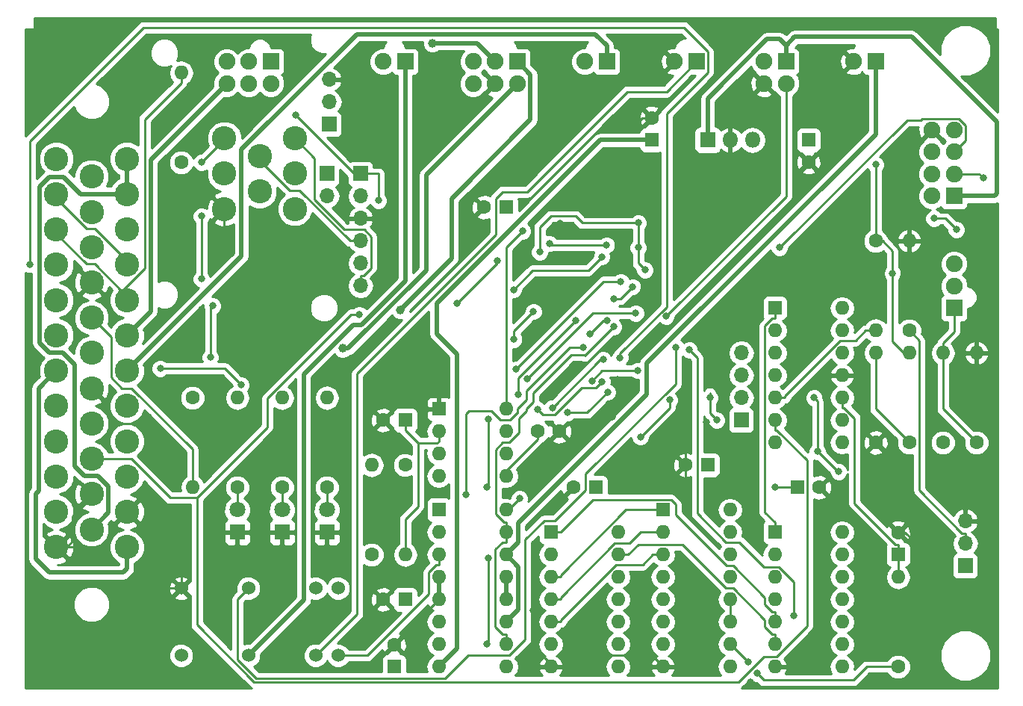
<source format=gbr>
G04 #@! TF.FileFunction,Copper,L2,Bot,Signal*
%FSLAX46Y46*%
G04 Gerber Fmt 4.6, Leading zero omitted, Abs format (unit mm)*
G04 Created by KiCad (PCBNEW 4.0.7) date 03/01/18 23:30:02*
%MOMM*%
%LPD*%
G01*
G04 APERTURE LIST*
%ADD10C,0.100000*%
%ADD11R,1.900000X1.900000*%
%ADD12C,1.900000*%
%ADD13R,1.600000X1.600000*%
%ADD14O,1.600000X1.600000*%
%ADD15C,1.524000*%
%ADD16C,2.750000*%
%ADD17R,1.800000X1.800000*%
%ADD18O,1.800000X1.800000*%
%ADD19C,1.600000*%
%ADD20R,1.700000X1.700000*%
%ADD21O,1.700000X1.700000*%
%ADD22C,1.800000*%
%ADD23C,0.800000*%
%ADD24C,1.000000*%
%ADD25C,0.250000*%
%ADD26C,0.500000*%
%ADD27C,0.254000*%
G04 APERTURE END LIST*
D10*
D11*
X158750000Y-50800000D03*
D12*
X158750000Y-48300000D03*
X158750000Y-45800000D03*
X158750000Y-43300000D03*
X156250000Y-50800000D03*
X156250000Y-48300000D03*
X156250000Y-45800000D03*
X156250000Y-43300000D03*
D13*
X138430000Y-63500000D03*
D14*
X146050000Y-78740000D03*
X138430000Y-66040000D03*
X146050000Y-76200000D03*
X138430000Y-68580000D03*
X146050000Y-73660000D03*
X138430000Y-71120000D03*
X146050000Y-71120000D03*
X138430000Y-73660000D03*
X146050000Y-68580000D03*
X138430000Y-76200000D03*
X146050000Y-66040000D03*
X138430000Y-78740000D03*
X146050000Y-63500000D03*
D13*
X113030000Y-88900000D03*
D14*
X120650000Y-104140000D03*
X113030000Y-91440000D03*
X120650000Y-101600000D03*
X113030000Y-93980000D03*
X120650000Y-99060000D03*
X113030000Y-96520000D03*
X120650000Y-96520000D03*
X113030000Y-99060000D03*
X120650000Y-93980000D03*
X113030000Y-101600000D03*
X120650000Y-91440000D03*
X113030000Y-104140000D03*
X120650000Y-88900000D03*
D15*
X86360000Y-102870000D03*
X86360000Y-95250000D03*
X88900000Y-95250000D03*
X78740000Y-95250000D03*
X71120000Y-95250000D03*
X88900000Y-102870000D03*
X78740000Y-102870000D03*
X71120000Y-102870000D03*
D13*
X125730000Y-86360000D03*
D14*
X133350000Y-104140000D03*
X125730000Y-88900000D03*
X133350000Y-101600000D03*
X125730000Y-91440000D03*
X133350000Y-99060000D03*
X125730000Y-93980000D03*
X133350000Y-96520000D03*
X125730000Y-96520000D03*
X133350000Y-93980000D03*
X125730000Y-99060000D03*
X133350000Y-91440000D03*
X125730000Y-101600000D03*
X133350000Y-88900000D03*
X125730000Y-104140000D03*
X133350000Y-86360000D03*
D13*
X100330000Y-74930000D03*
D14*
X107950000Y-82550000D03*
X100330000Y-77470000D03*
X107950000Y-80010000D03*
X100330000Y-80010000D03*
X107950000Y-77470000D03*
X100330000Y-82550000D03*
X107950000Y-74930000D03*
D13*
X138430000Y-88900000D03*
D14*
X146050000Y-104140000D03*
X138430000Y-91440000D03*
X146050000Y-101600000D03*
X138430000Y-93980000D03*
X146050000Y-99060000D03*
X138430000Y-96520000D03*
X146050000Y-96520000D03*
X138430000Y-99060000D03*
X146050000Y-93980000D03*
X138430000Y-101600000D03*
X146050000Y-91440000D03*
X138430000Y-104140000D03*
X146050000Y-88900000D03*
D11*
X158750000Y-63500000D03*
D12*
X158750000Y-61000000D03*
X158750000Y-58500000D03*
D11*
X96520000Y-35560000D03*
D12*
X94020000Y-35560000D03*
D11*
X119380000Y-35560000D03*
D12*
X116880000Y-35560000D03*
D11*
X149860000Y-35560000D03*
D12*
X147360000Y-35560000D03*
D11*
X129540000Y-35560000D03*
D12*
X127040000Y-35560000D03*
D16*
X56960000Y-86580000D03*
X56960000Y-90580000D03*
X56960000Y-78580000D03*
X56960000Y-74580000D03*
X56960000Y-82580000D03*
X60960000Y-84580000D03*
X60960000Y-88580000D03*
X56960000Y-46580000D03*
X56960000Y-50580000D03*
X56960000Y-62580000D03*
X56960000Y-58580000D03*
X56960000Y-54580000D03*
X56960000Y-66580000D03*
X56960000Y-70580000D03*
X60960000Y-52580000D03*
X60960000Y-56580000D03*
X60960000Y-48580000D03*
X60960000Y-68580000D03*
X60960000Y-64580000D03*
X60960000Y-60580000D03*
X60960000Y-72580000D03*
X60960000Y-76580000D03*
X60960000Y-80580000D03*
X64960000Y-86580000D03*
X64960000Y-82580000D03*
X64960000Y-90580000D03*
X64960000Y-78580000D03*
X64960000Y-66580000D03*
X64960000Y-70580000D03*
X64960000Y-74580000D03*
X64960000Y-54580000D03*
X64960000Y-46580000D03*
X64960000Y-50580000D03*
X64960000Y-62580000D03*
X64960000Y-58580000D03*
D13*
X100330000Y-86360000D03*
D14*
X107950000Y-104140000D03*
X100330000Y-88900000D03*
X107950000Y-101600000D03*
X100330000Y-91440000D03*
X107950000Y-99060000D03*
X100330000Y-93980000D03*
X107950000Y-96520000D03*
X100330000Y-96520000D03*
X107950000Y-93980000D03*
X100330000Y-99060000D03*
X107950000Y-91440000D03*
X100330000Y-101600000D03*
X107950000Y-88900000D03*
X100330000Y-104140000D03*
X107950000Y-86360000D03*
D17*
X130810000Y-44450000D03*
D18*
X133350000Y-44450000D03*
X135890000Y-44450000D03*
D19*
X111506000Y-77470000D03*
X114006000Y-77470000D03*
D13*
X118110000Y-83820000D03*
D19*
X115610000Y-83820000D03*
D13*
X130810000Y-81280000D03*
D19*
X128310000Y-81280000D03*
D13*
X152400000Y-91440000D03*
D19*
X152400000Y-88940000D03*
D13*
X96520000Y-76200000D03*
D19*
X94020000Y-76200000D03*
D13*
X96520000Y-96520000D03*
D19*
X94020000Y-96520000D03*
D13*
X95250000Y-104140000D03*
D19*
X95250000Y-101640000D03*
D13*
X140970000Y-83820000D03*
D19*
X143470000Y-83820000D03*
D13*
X107950000Y-52070000D03*
D19*
X105450000Y-52070000D03*
D13*
X124460000Y-44450000D03*
D19*
X124460000Y-41950000D03*
D20*
X160020000Y-92710000D03*
D21*
X160020000Y-90170000D03*
X160020000Y-87630000D03*
D11*
X81280000Y-35560000D03*
D12*
X78780000Y-35560000D03*
X76280000Y-35560000D03*
X81280000Y-38060000D03*
X78780000Y-38060000D03*
X76280000Y-38060000D03*
D11*
X109220000Y-35560000D03*
D12*
X106720000Y-35560000D03*
X104220000Y-35560000D03*
X109220000Y-38060000D03*
X106720000Y-38060000D03*
X104220000Y-38060000D03*
D17*
X87630000Y-88900000D03*
D22*
X87630000Y-86360000D03*
D17*
X82550000Y-88900000D03*
D22*
X82550000Y-86360000D03*
D17*
X77470000Y-88900000D03*
D22*
X77470000Y-86360000D03*
D19*
X149860000Y-78740000D03*
D14*
X149860000Y-68580000D03*
D19*
X153670000Y-78740000D03*
D14*
X153670000Y-68580000D03*
D19*
X157480000Y-78740000D03*
D14*
X157480000Y-68580000D03*
D19*
X161290000Y-78740000D03*
D14*
X161290000Y-68580000D03*
D19*
X149860000Y-55880000D03*
D14*
X149860000Y-66040000D03*
D19*
X153670000Y-66040000D03*
D14*
X153670000Y-55880000D03*
D19*
X152400000Y-104140000D03*
D14*
X152400000Y-93980000D03*
D19*
X92710000Y-91440000D03*
D14*
X92710000Y-81280000D03*
D19*
X96520000Y-81280000D03*
D14*
X96520000Y-91440000D03*
D19*
X87630000Y-83820000D03*
D14*
X87630000Y-73660000D03*
D19*
X82550000Y-83820000D03*
D14*
X82550000Y-73660000D03*
D19*
X77470000Y-83820000D03*
D14*
X77470000Y-73660000D03*
D19*
X72390000Y-73660000D03*
D14*
X72390000Y-83820000D03*
D13*
X142240000Y-44450000D03*
D19*
X142240000Y-46950000D03*
D20*
X87884000Y-42672000D03*
D21*
X87884000Y-40132000D03*
X87884000Y-37592000D03*
D20*
X134620000Y-76200000D03*
D21*
X134620000Y-73660000D03*
X134620000Y-71120000D03*
X134620000Y-68580000D03*
D19*
X71120000Y-46990000D03*
D14*
X71120000Y-36830000D03*
D16*
X84010000Y-44260000D03*
X84010000Y-48260000D03*
X84010000Y-52260000D03*
X76010000Y-52260000D03*
X76010000Y-44260000D03*
X76010000Y-48260000D03*
X80010000Y-50260000D03*
X80010000Y-46260000D03*
D20*
X91440000Y-48260000D03*
D21*
X91440000Y-50800000D03*
X91440000Y-53340000D03*
X91440000Y-55880000D03*
X91440000Y-58420000D03*
X91440000Y-60960000D03*
D20*
X87630000Y-48260000D03*
D21*
X87630000Y-50800000D03*
D11*
X139700000Y-35560000D03*
D12*
X137200000Y-35560000D03*
X139700000Y-38060000D03*
X137200000Y-38060000D03*
D23*
X105918000Y-91821000D03*
X105791000Y-101600000D03*
X105918000Y-76073000D03*
X105791000Y-83820000D03*
X142875000Y-73660000D03*
X145669000Y-82042000D03*
X143256000Y-79756000D03*
X151765000Y-59563000D03*
X109474000Y-85090000D03*
X138430000Y-83820000D03*
X135382000Y-103632000D03*
X136398000Y-104902000D03*
X162052000Y-48768000D03*
X149860000Y-47244000D03*
X159004000Y-54610000D03*
X156464000Y-53340000D03*
X109820700Y-54767600D03*
X70104000Y-83439000D03*
X67183000Y-84074000D03*
X65786000Y-94361000D03*
X63246000Y-92075000D03*
X67437000Y-75819000D03*
X70993000Y-57658000D03*
X71882000Y-61722000D03*
X73406000Y-63627000D03*
X69088000Y-74295000D03*
X119969100Y-75801900D03*
X120610000Y-71619800D03*
X111760000Y-82042000D03*
X113406100Y-73181500D03*
X130683000Y-76454000D03*
X128270000Y-76454000D03*
X80518000Y-53340000D03*
X92964000Y-43942000D03*
X75438000Y-57531000D03*
X71628000Y-89154000D03*
X128016000Y-73660000D03*
X131572000Y-64262000D03*
X131064000Y-84328000D03*
X128016000Y-84328000D03*
X130810000Y-94742000D03*
X135636000Y-105918000D03*
X129032000Y-104902000D03*
X110998000Y-97790000D03*
X93218000Y-99822000D03*
X113466700Y-44293000D03*
X140970000Y-48514000D03*
X122428000Y-42926000D03*
X122428000Y-45974000D03*
X122989700Y-50885600D03*
X135752600Y-46625000D03*
X97702900Y-43824900D03*
X128459800Y-60175700D03*
X116597200Y-57654500D03*
X114103700Y-53931000D03*
X111206700Y-65514000D03*
X120568900Y-42449300D03*
X110733600Y-62020000D03*
X119380000Y-64897000D03*
X117475000Y-66421000D03*
X131064000Y-73660000D03*
X131826000Y-76200000D03*
X126492000Y-73914000D03*
X123190000Y-78105000D03*
X120142000Y-62484000D03*
X122301000Y-61087000D03*
X93472000Y-51308000D03*
X84074000Y-41656000D03*
X74422000Y-69088000D03*
X74676000Y-63246000D03*
X73406000Y-60198000D03*
X73406000Y-53086000D03*
X106934000Y-58166000D03*
X102362000Y-62992000D03*
X111760000Y-57150000D03*
X138938000Y-56642000D03*
X122936000Y-56642000D03*
X123698000Y-59182000D03*
X122936000Y-53848000D03*
X73406000Y-46990000D03*
X120143400Y-65610400D03*
D24*
X95962600Y-63684100D03*
X99596600Y-33486600D03*
X89422200Y-68064200D03*
D23*
X116713000Y-67945000D03*
X103426500Y-84658300D03*
X120964700Y-60494900D03*
X109105200Y-70398100D03*
X110359600Y-71504400D03*
X122660100Y-64075300D03*
X77914700Y-72184600D03*
X68739300Y-70351500D03*
X115824000Y-64897000D03*
X109337700Y-73301600D03*
X53928300Y-58525100D03*
X120886300Y-69092200D03*
X128739300Y-68239000D03*
X140597400Y-98343800D03*
X91304000Y-64215700D03*
X114934100Y-75339700D03*
X119483300Y-73021700D03*
X113215700Y-74789400D03*
X118957600Y-69339900D03*
X127215600Y-67949800D03*
X126109100Y-64425800D03*
X112878800Y-56171800D03*
X119342500Y-56346500D03*
X108840000Y-67040000D03*
X111070500Y-63889000D03*
X108806600Y-61385500D03*
X118810100Y-57680200D03*
X111533000Y-74965800D03*
X118854000Y-71814400D03*
X122850500Y-70575800D03*
X117691100Y-71720700D03*
D25*
X105918000Y-101473000D02*
X105918000Y-91821000D01*
X105791000Y-101600000D02*
X105918000Y-101473000D01*
X105918000Y-83693000D02*
X105918000Y-76073000D01*
X105791000Y-83820000D02*
X105918000Y-83693000D01*
X143256000Y-74041000D02*
X143256000Y-79756000D01*
X142875000Y-73660000D02*
X143256000Y-74041000D01*
X145542000Y-82042000D02*
X145669000Y-82042000D01*
X143256000Y-79756000D02*
X145542000Y-82042000D01*
X151765000Y-59563000D02*
X151765000Y-67310000D01*
X151765000Y-57023000D02*
X151765000Y-59563000D01*
X150622000Y-55880000D02*
X151765000Y-57023000D01*
X151765000Y-67310000D02*
X153035000Y-68580000D01*
X153035000Y-68580000D02*
X153670000Y-68580000D01*
X149860000Y-55880000D02*
X150622000Y-55880000D01*
X109474000Y-85090000D02*
X108204000Y-86360000D01*
X108204000Y-86360000D02*
X107950000Y-86360000D01*
X140970000Y-83820000D02*
X138430000Y-83820000D01*
X152400000Y-104140000D02*
X148844000Y-104140000D01*
X135382000Y-103632000D02*
X133350000Y-101600000D01*
X137160000Y-105664000D02*
X136398000Y-104902000D01*
X147320000Y-105664000D02*
X137160000Y-105664000D01*
X147574000Y-105410000D02*
X147320000Y-105664000D01*
X148844000Y-104140000D02*
X147574000Y-105410000D01*
X158750000Y-48300000D02*
X161584000Y-48300000D01*
X161584000Y-48300000D02*
X162052000Y-48768000D01*
X149860000Y-55880000D02*
X149860000Y-47244000D01*
X157734000Y-53340000D02*
X156464000Y-53340000D01*
X159004000Y-54610000D02*
X157734000Y-53340000D01*
X107950000Y-74930000D02*
X107950000Y-73799700D01*
X107950000Y-73799700D02*
X107950000Y-56638300D01*
X107950000Y-56638300D02*
X109820700Y-54767600D01*
X71628000Y-89154000D02*
X71628000Y-88519000D01*
X67437000Y-80772000D02*
X67437000Y-75819000D01*
X70104000Y-83439000D02*
X67437000Y-80772000D01*
X71628000Y-88519000D02*
X67183000Y-84074000D01*
X56960000Y-90580000D02*
X61751000Y-90580000D01*
X66675000Y-95250000D02*
X71120000Y-95250000D01*
X65786000Y-94361000D02*
X66675000Y-95250000D01*
X61751000Y-90580000D02*
X63246000Y-92075000D01*
X60960000Y-84580000D02*
X60960000Y-84963000D01*
X60960000Y-84963000D02*
X58801000Y-87122000D01*
X58801000Y-87122000D02*
X58801000Y-88011000D01*
X58801000Y-88011000D02*
X58674000Y-88138000D01*
X58674000Y-88138000D02*
X58674000Y-90043000D01*
X58674000Y-90043000D02*
X58137000Y-90580000D01*
X58137000Y-90580000D02*
X56960000Y-90580000D01*
X60960000Y-72580000D02*
X60960000Y-72644000D01*
X60960000Y-72644000D02*
X62357000Y-74041000D01*
X66675000Y-76581000D02*
X67437000Y-75819000D01*
X63627000Y-76581000D02*
X66675000Y-76581000D01*
X63500000Y-76454000D02*
X63627000Y-76581000D01*
X63500000Y-76200000D02*
X63500000Y-76454000D01*
X62611000Y-75311000D02*
X63500000Y-76200000D01*
X62611000Y-74803000D02*
X62611000Y-75311000D01*
X62357000Y-74549000D02*
X62611000Y-74803000D01*
X62357000Y-74041000D02*
X62357000Y-74549000D01*
X70993000Y-60833000D02*
X70993000Y-57658000D01*
X71882000Y-61722000D02*
X70993000Y-60833000D01*
X68707000Y-68326000D02*
X73406000Y-63627000D01*
X68707000Y-68453000D02*
X68707000Y-68326000D01*
X67310000Y-69850000D02*
X68707000Y-68453000D01*
X67310000Y-72517000D02*
X67310000Y-69850000D01*
X69088000Y-74295000D02*
X67310000Y-72517000D01*
X119969100Y-75801900D02*
X119969100Y-74594900D01*
X120610000Y-73954000D02*
X120610000Y-71619800D01*
X119969100Y-74594900D02*
X120610000Y-73954000D01*
X120650000Y-71628000D02*
X120618200Y-71628000D01*
X120618200Y-71628000D02*
X120610000Y-71619800D01*
X111760000Y-82042000D02*
X111760000Y-79716000D01*
X111760000Y-79716000D02*
X114006000Y-77470000D01*
X132842000Y-82550000D02*
X131064000Y-84328000D01*
X132842000Y-79375000D02*
X132842000Y-82550000D01*
X130937000Y-77470000D02*
X132842000Y-79375000D01*
X130937000Y-76708000D02*
X130937000Y-77470000D01*
X130683000Y-76454000D02*
X130937000Y-76708000D01*
X128270000Y-76454000D02*
X128270000Y-81240000D01*
X128270000Y-81240000D02*
X128310000Y-81280000D01*
X128270000Y-76454000D02*
X128310000Y-76414000D01*
X128310000Y-76414000D02*
X128310000Y-73954000D01*
X128310000Y-73954000D02*
X128016000Y-73660000D01*
X93726000Y-53340000D02*
X91440000Y-53340000D01*
X94361000Y-53975000D02*
X93726000Y-53340000D01*
X94361000Y-60706000D02*
X94361000Y-53975000D01*
X92202000Y-62865000D02*
X94361000Y-60706000D01*
X90043000Y-62865000D02*
X92202000Y-62865000D01*
X80518000Y-53340000D02*
X90043000Y-62865000D01*
X92964000Y-43942000D02*
X93472000Y-44450000D01*
X93472000Y-44450000D02*
X93472000Y-46355000D01*
X93472000Y-46355000D02*
X94996000Y-47879000D01*
X94996000Y-47879000D02*
X94996000Y-53086000D01*
X94996000Y-53086000D02*
X94742000Y-53340000D01*
X94742000Y-53340000D02*
X91440000Y-53340000D01*
X76010000Y-56959000D02*
X76010000Y-52260000D01*
X75438000Y-57531000D02*
X76010000Y-56959000D01*
X71120000Y-95250000D02*
X71120000Y-89662000D01*
X71120000Y-89662000D02*
X71628000Y-89154000D01*
X128016000Y-73660000D02*
X128310000Y-73954000D01*
X128310000Y-73954000D02*
X128310000Y-81280000D01*
X132334000Y-84328000D02*
X131064000Y-84328000D01*
X132842000Y-83820000D02*
X132334000Y-84328000D01*
X132842000Y-79502000D02*
X132842000Y-83820000D01*
X133096000Y-79248000D02*
X132842000Y-79502000D01*
X133096000Y-65786000D02*
X133096000Y-79248000D01*
X131572000Y-64262000D02*
X133096000Y-65786000D01*
X128310000Y-84034000D02*
X128310000Y-81280000D01*
X128016000Y-84328000D02*
X128310000Y-84034000D01*
X129032000Y-96520000D02*
X129032000Y-104902000D01*
X130810000Y-94742000D02*
X129032000Y-96520000D01*
X152400000Y-88940000D02*
X153202000Y-88940000D01*
X136144000Y-106426000D02*
X135636000Y-105918000D01*
X154432000Y-106426000D02*
X136144000Y-106426000D01*
X154686000Y-106172000D02*
X154432000Y-106426000D01*
X154686000Y-90424000D02*
X154686000Y-106172000D01*
X153202000Y-88940000D02*
X154686000Y-90424000D01*
X129032000Y-104902000D02*
X128270000Y-104140000D01*
X128270000Y-104140000D02*
X125730000Y-104140000D01*
X113030000Y-104140000D02*
X117602000Y-104140000D01*
X124460000Y-102870000D02*
X125730000Y-104140000D01*
X118872000Y-102870000D02*
X124460000Y-102870000D01*
X117602000Y-104140000D02*
X118872000Y-102870000D01*
X113030000Y-104140000D02*
X113030000Y-103886000D01*
X113030000Y-103886000D02*
X110998000Y-101854000D01*
X110998000Y-101854000D02*
X110998000Y-97790000D01*
X95250000Y-101640000D02*
X95250000Y-101600000D01*
X95250000Y-101600000D02*
X100330000Y-96520000D01*
X93218000Y-99822000D02*
X93218000Y-98298000D01*
X93218000Y-98298000D02*
X93218000Y-97028000D01*
X93218000Y-97028000D02*
X93726000Y-96520000D01*
X93726000Y-96520000D02*
X94020000Y-96520000D01*
X142240000Y-46950000D02*
X142240000Y-47244000D01*
X142240000Y-47244000D02*
X140970000Y-48514000D01*
X124460000Y-41950000D02*
X123404000Y-41950000D01*
X123404000Y-41950000D02*
X122428000Y-42926000D01*
X122428000Y-45974000D02*
X122989700Y-46535700D01*
X122989700Y-46535700D02*
X122989700Y-50885600D01*
X152400000Y-93980000D02*
X152400000Y-91440000D01*
X146050000Y-73660000D02*
X146050000Y-74790300D01*
X146284200Y-74790300D02*
X146050000Y-74790300D01*
X147459600Y-75965700D02*
X146284200Y-74790300D01*
X147459600Y-85651900D02*
X147459600Y-75965700D01*
X152117400Y-90309700D02*
X147459600Y-85651900D01*
X152400000Y-90309700D02*
X152117400Y-90309700D01*
X152400000Y-91440000D02*
X152400000Y-90309700D01*
X107950000Y-82550000D02*
X107950000Y-81915000D01*
X107950000Y-81915000D02*
X111506000Y-78359000D01*
X111506000Y-78359000D02*
X111506000Y-77470000D01*
X96520000Y-91440000D02*
X96520000Y-90309700D01*
X100330000Y-77470000D02*
X100330000Y-78600300D01*
X96520000Y-76200000D02*
X96520000Y-77330300D01*
X100135500Y-78794800D02*
X100330000Y-78600300D01*
X97984500Y-78794800D02*
X100135500Y-78794800D01*
X97984500Y-78794800D02*
X96520000Y-77330300D01*
X96520000Y-87451700D02*
X96520000Y-90309700D01*
X97984500Y-85987200D02*
X96520000Y-87451700D01*
X97984500Y-78794800D02*
X97984500Y-85987200D01*
D26*
X100076000Y-64008000D02*
X100076000Y-66421000D01*
X102362000Y-68707000D02*
X102362000Y-102108000D01*
X100076000Y-66421000D02*
X102362000Y-68707000D01*
X102362000Y-102108000D02*
X100330000Y-104140000D01*
X102362000Y-60706000D02*
X100076000Y-62992000D01*
X100076000Y-62992000D02*
X100076000Y-64008000D01*
X139700000Y-35560000D02*
X139700000Y-33746400D01*
X139700000Y-33746400D02*
X140680400Y-32766000D01*
X163322000Y-50800000D02*
X158750000Y-50800000D01*
X163576000Y-50546000D02*
X163322000Y-50800000D01*
X163576000Y-42418000D02*
X163576000Y-50546000D01*
X153924000Y-32766000D02*
X163576000Y-42418000D01*
X140680400Y-32766000D02*
X153924000Y-32766000D01*
X118618000Y-44450000D02*
X124460000Y-44450000D01*
X102362000Y-60706000D02*
X118618000Y-44450000D01*
X100330000Y-104140000D02*
X102362000Y-102108000D01*
X62885400Y-86654600D02*
X60960000Y-88580000D01*
X62885400Y-83732500D02*
X62885400Y-86654600D01*
X61658200Y-82505300D02*
X62885400Y-83732500D01*
X60162500Y-82505300D02*
X61658200Y-82505300D01*
X59034700Y-81377500D02*
X60162500Y-82505300D01*
X59034700Y-69931700D02*
X59034700Y-81377500D01*
X57683000Y-68580000D02*
X59034700Y-69931700D01*
X56207300Y-68580000D02*
X57683000Y-68580000D01*
X55024500Y-67397200D02*
X56207300Y-68580000D01*
X55024500Y-49748800D02*
X55024500Y-67397200D01*
X56124300Y-48649000D02*
X55024500Y-49748800D01*
X57758000Y-48649000D02*
X56124300Y-48649000D01*
X59689000Y-50580000D02*
X57758000Y-48649000D01*
X64960000Y-50580000D02*
X59689000Y-50580000D01*
X64960000Y-50580000D02*
X64960000Y-46580000D01*
X138968000Y-33014400D02*
X139700000Y-33746400D01*
X130810000Y-44450000D02*
X130810000Y-39752000D01*
X130810000Y-39752000D02*
X137547600Y-33014400D01*
X137547600Y-33014400D02*
X138968000Y-33014400D01*
D25*
X118999000Y-64897000D02*
X119380000Y-64897000D01*
X117475000Y-66421000D02*
X118999000Y-64897000D01*
X131064000Y-73152000D02*
X131064000Y-73660000D01*
X131064000Y-75438000D02*
X131064000Y-73152000D01*
X131826000Y-76200000D02*
X131064000Y-75438000D01*
X126492000Y-74803000D02*
X126492000Y-73914000D01*
X123190000Y-78105000D02*
X126492000Y-74803000D01*
X120904000Y-62484000D02*
X120142000Y-62484000D01*
X122301000Y-61087000D02*
X120904000Y-62484000D01*
X93472000Y-48260000D02*
X91440000Y-48260000D01*
X93472000Y-51308000D02*
X93472000Y-48260000D01*
X91440000Y-48260000D02*
X90678000Y-48260000D01*
X90678000Y-48260000D02*
X84074000Y-41656000D01*
X74422000Y-63500000D02*
X74422000Y-69088000D01*
X74676000Y-63246000D02*
X74422000Y-63500000D01*
X73406000Y-53086000D02*
X73406000Y-60198000D01*
X106934000Y-58420000D02*
X106934000Y-58166000D01*
X102362000Y-62992000D02*
X106934000Y-58420000D01*
X116586000Y-53848000D02*
X122936000Y-53848000D01*
X115824000Y-53086000D02*
X116586000Y-53848000D01*
X113030000Y-53086000D02*
X115824000Y-53086000D01*
X111760000Y-54356000D02*
X113030000Y-53086000D01*
X111760000Y-57150000D02*
X111760000Y-54356000D01*
X154980900Y-42173300D02*
X153406700Y-42173300D01*
X154980900Y-42173300D02*
X155134600Y-42019600D01*
X155134600Y-42019600D02*
X159307200Y-42019600D01*
X159307200Y-42019600D02*
X160062000Y-42774400D01*
X160062000Y-42774400D02*
X160062000Y-44488000D01*
X160062000Y-44488000D02*
X158750000Y-45800000D01*
X153406700Y-42173300D02*
X138938000Y-56642000D01*
X122936000Y-56642000D02*
X122936000Y-53848000D01*
X122936000Y-58420000D02*
X122936000Y-53848000D01*
X123698000Y-59182000D02*
X122936000Y-58420000D01*
X76010000Y-44260000D02*
X76010000Y-44386000D01*
X76010000Y-44386000D02*
X73406000Y-46990000D01*
X56960000Y-51048400D02*
X56960000Y-50580000D01*
X60374300Y-54462700D02*
X56960000Y-51048400D01*
X61319100Y-54462700D02*
X60374300Y-54462700D01*
X64960000Y-58103600D02*
X61319100Y-54462700D01*
X64960000Y-58580000D02*
X64960000Y-58103600D01*
X110998000Y-74168000D02*
X110998000Y-73152000D01*
X116840000Y-68834000D02*
X116840000Y-68913800D01*
X116919800Y-68834000D02*
X116840000Y-68834000D01*
X115316000Y-68834000D02*
X116919800Y-68834000D01*
X110998000Y-73152000D02*
X115316000Y-68834000D01*
X109454300Y-76004600D02*
X109454300Y-75965700D01*
X110236000Y-74930000D02*
X110998000Y-74168000D01*
X110236000Y-75184000D02*
X110236000Y-74930000D01*
X109454300Y-75965700D02*
X110236000Y-75184000D01*
X116840000Y-68913800D02*
X120143400Y-65610400D01*
X107598700Y-100469700D02*
X107950000Y-100469700D01*
X106717600Y-99588600D02*
X107598700Y-100469700D01*
X106717600Y-90838800D02*
X106717600Y-99588600D01*
X107526100Y-90030300D02*
X106717600Y-90838800D01*
X107950000Y-90030300D02*
X107526100Y-90030300D01*
X107950000Y-88900000D02*
X107950000Y-90030300D01*
X107950000Y-101600000D02*
X107950000Y-100469700D01*
X107715800Y-87769700D02*
X107950000Y-87769700D01*
X106804100Y-86858000D02*
X107715800Y-87769700D01*
X106804100Y-79531300D02*
X106804100Y-86858000D01*
X107595400Y-78740000D02*
X106804100Y-79531300D01*
X108338000Y-78740000D02*
X107595400Y-78740000D01*
X109454300Y-77623700D02*
X108338000Y-78740000D01*
X109454300Y-76004600D02*
X109454300Y-77623700D01*
X107950000Y-88900000D02*
X107950000Y-87769700D01*
X92245000Y-102870000D02*
X88900000Y-102870000D01*
X99199700Y-95915300D02*
X92245000Y-102870000D01*
X99199700Y-93417900D02*
X99199700Y-95915300D01*
X100047300Y-92570300D02*
X99199700Y-93417900D01*
X100330000Y-92570300D02*
X100047300Y-92570300D01*
X100330000Y-91440000D02*
X100330000Y-92570300D01*
D26*
X149860000Y-35560000D02*
X149860000Y-37060300D01*
X109319900Y-90070100D02*
X107950000Y-91440000D01*
X109319900Y-87809400D02*
X109319900Y-90070100D01*
X123877900Y-73251400D02*
X109319900Y-87809400D01*
X123877900Y-69765400D02*
X123877900Y-73251400D01*
X149860000Y-43783300D02*
X123877900Y-69765400D01*
X149860000Y-37060300D02*
X149860000Y-43783300D01*
X109313200Y-97696800D02*
X107950000Y-99060000D01*
X109313200Y-92803200D02*
X109313200Y-97696800D01*
X107950000Y-91440000D02*
X109313200Y-92803200D01*
X96520000Y-35560000D02*
X96520000Y-37060300D01*
X96520000Y-60411000D02*
X96520000Y-37060300D01*
X91564800Y-65366200D02*
X96520000Y-60411000D01*
X90634800Y-65366200D02*
X91564800Y-65366200D01*
X85025100Y-70975900D02*
X90634800Y-65366200D01*
X85025100Y-96584900D02*
X85025100Y-70975900D01*
X78740000Y-102870000D02*
X85025100Y-96584900D01*
X67659700Y-63880300D02*
X64960000Y-66580000D01*
X67659700Y-46680300D02*
X67659700Y-63880300D01*
X76280000Y-38060000D02*
X67659700Y-46680300D01*
X77935400Y-57604600D02*
X64960000Y-70580000D01*
X77935400Y-45534400D02*
X77935400Y-57604600D01*
X91033500Y-32436300D02*
X77935400Y-45534400D01*
X118055300Y-32436300D02*
X91033500Y-32436300D01*
X119380000Y-33761000D02*
X118055300Y-32436300D01*
X119380000Y-35560000D02*
X119380000Y-33761000D01*
X101786000Y-57860700D02*
X95962600Y-63684100D01*
X101786000Y-51079800D02*
X101786000Y-57860700D01*
X110727600Y-42138200D02*
X101786000Y-51079800D01*
X110727600Y-37067600D02*
X110727600Y-42138200D01*
X109220000Y-35560000D02*
X110727600Y-37067600D01*
X104646600Y-33486600D02*
X99596600Y-33486600D01*
X106720000Y-35560000D02*
X104646600Y-33486600D01*
X98886300Y-48393700D02*
X109220000Y-38060000D01*
X98886300Y-59220800D02*
X98886300Y-48393700D01*
X90042900Y-68064200D02*
X98886300Y-59220800D01*
X89422200Y-68064200D02*
X90042900Y-68064200D01*
D25*
X91067900Y-98162100D02*
X86360000Y-102870000D01*
X91067900Y-70945800D02*
X91067900Y-98162100D01*
X106819600Y-55194100D02*
X91067900Y-70945800D01*
X106819600Y-51079300D02*
X106819600Y-55194100D01*
X107597500Y-50301400D02*
X106819600Y-51079300D01*
X110379200Y-50301400D02*
X107597500Y-50301400D01*
X121726400Y-38954200D02*
X110379200Y-50301400D01*
X126145800Y-38954200D02*
X121726400Y-38954200D01*
X129540000Y-35560000D02*
X126145800Y-38954200D01*
X103426500Y-76913500D02*
X103426500Y-75516500D01*
X106299000Y-75184000D02*
X107315000Y-76200000D01*
X103759000Y-75184000D02*
X106299000Y-75184000D01*
X103426500Y-75516500D02*
X103759000Y-75184000D01*
X103426500Y-84658300D02*
X103426500Y-76913500D01*
X107315000Y-76200000D02*
X108391400Y-76200000D01*
X109220000Y-75404700D02*
X109220000Y-74930000D01*
X108391400Y-76200000D02*
X109186700Y-75404700D01*
X110236000Y-73914000D02*
X110236000Y-72898000D01*
X110236000Y-72898000D02*
X115189000Y-67945000D01*
X115189000Y-67945000D02*
X116713000Y-67945000D01*
X109186700Y-75404700D02*
X109220000Y-75404700D01*
X109220000Y-74930000D02*
X110236000Y-73914000D01*
X119008400Y-60494900D02*
X109105200Y-70398100D01*
X120964700Y-60494900D02*
X119008400Y-60494900D01*
X110359600Y-71504400D02*
X112141000Y-69723000D01*
X117788700Y-64075300D02*
X122660100Y-64075300D01*
X111379000Y-70485000D02*
X112141000Y-69723000D01*
X112141000Y-69723000D02*
X117788700Y-64075300D01*
X76081600Y-70351500D02*
X68739300Y-70351500D01*
X77914700Y-72184600D02*
X76081600Y-70351500D01*
X109337700Y-73301600D02*
X109337700Y-71383300D01*
X109337700Y-71383300D02*
X115824000Y-64897000D01*
X120886300Y-68615900D02*
X120886300Y-69092200D01*
X126156600Y-63345600D02*
X120886300Y-68615900D01*
X126156600Y-41446100D02*
X126156600Y-63345600D01*
X130820400Y-36782300D02*
X126156600Y-41446100D01*
X130820400Y-34413600D02*
X130820400Y-36782300D01*
X128094300Y-31687500D02*
X130820400Y-34413600D01*
X66851000Y-31687500D02*
X128094300Y-31687500D01*
X53928300Y-44610200D02*
X66851000Y-31687500D01*
X53928300Y-58525100D02*
X53928300Y-44610200D01*
X140597400Y-94541600D02*
X140597400Y-98343800D01*
X138855200Y-92799400D02*
X140597400Y-94541600D01*
X137195800Y-92799400D02*
X138855200Y-92799400D01*
X134426800Y-90030400D02*
X137195800Y-92799400D01*
X132881200Y-90030400D02*
X134426800Y-90030400D01*
X129626400Y-86775600D02*
X132881200Y-90030400D01*
X129626400Y-69126100D02*
X129626400Y-86775600D01*
X128739300Y-68239000D02*
X129626400Y-69126100D01*
D26*
X57150000Y-93472000D02*
X64516000Y-93472000D01*
X64960000Y-93028000D02*
X64960000Y-90580000D01*
X64516000Y-93472000D02*
X64960000Y-93028000D01*
X54967700Y-83310500D02*
X54967700Y-84224300D01*
X56134000Y-93472000D02*
X57150000Y-93472000D01*
X54610000Y-91948000D02*
X56134000Y-93472000D01*
X54610000Y-84582000D02*
X54610000Y-91948000D01*
X54967700Y-84224300D02*
X54610000Y-84582000D01*
X54967700Y-72572300D02*
X54967700Y-83310500D01*
X56960000Y-70580000D02*
X54967700Y-72572300D01*
D25*
X138664200Y-77330300D02*
X138430000Y-77330300D01*
X142100400Y-80766500D02*
X138664200Y-77330300D01*
X142100400Y-99528300D02*
X142100400Y-80766500D01*
X138619100Y-103009600D02*
X142100400Y-99528300D01*
X137160300Y-103009600D02*
X138619100Y-103009600D01*
X134290600Y-105879300D02*
X137160300Y-103009600D01*
X79401000Y-105879300D02*
X134290600Y-105879300D01*
X72894600Y-99372900D02*
X79401000Y-105879300D01*
X72894600Y-84987800D02*
X72894600Y-99372900D01*
X69851500Y-84987800D02*
X72894600Y-84987800D01*
X65443700Y-80580000D02*
X69851500Y-84987800D01*
X60960000Y-80580000D02*
X65443700Y-80580000D01*
X90378200Y-64215700D02*
X91304000Y-64215700D01*
X80887400Y-73706500D02*
X90378200Y-64215700D01*
X80887400Y-76995000D02*
X80887400Y-73706500D01*
X72894600Y-84987800D02*
X80887400Y-76995000D01*
X138430000Y-76200000D02*
X138430000Y-77330300D01*
X149860000Y-74930000D02*
X149860000Y-68580000D01*
X153670000Y-78740000D02*
X149860000Y-74930000D01*
X139560300Y-73425800D02*
X139560300Y-73660000D01*
X145815800Y-67170300D02*
X139560300Y-73425800D01*
X147599400Y-67170300D02*
X145815800Y-67170300D01*
X148729700Y-66040000D02*
X147599400Y-67170300D01*
X149860000Y-66040000D02*
X148729700Y-66040000D01*
X138430000Y-73660000D02*
X139560300Y-73660000D01*
X159653200Y-88989700D02*
X160020000Y-88989700D01*
X154801100Y-84137600D02*
X159653200Y-88989700D01*
X154801100Y-67171100D02*
X154801100Y-84137600D01*
X153670000Y-66040000D02*
X154801100Y-67171100D01*
X160020000Y-90170000D02*
X160020000Y-88989700D01*
X117165300Y-75339700D02*
X119483300Y-73021700D01*
X114934100Y-75339700D02*
X117165300Y-75339700D01*
X118665200Y-69339900D02*
X118957600Y-69339900D01*
X113215700Y-74789400D02*
X118665200Y-69339900D01*
X138147300Y-64630300D02*
X138430000Y-64630300D01*
X137299700Y-65477900D02*
X138147300Y-64630300D01*
X137299700Y-86639400D02*
X137299700Y-65477900D01*
X138430000Y-87769700D02*
X137299700Y-86639400D01*
X138430000Y-88900000D02*
X138430000Y-87769700D01*
X138430000Y-63500000D02*
X138430000Y-64630300D01*
X117830700Y-85229600D02*
X114160300Y-88900000D01*
X126678400Y-85229600D02*
X117830700Y-85229600D01*
X127179600Y-85730800D02*
X126678400Y-85229600D01*
X127179600Y-86918000D02*
X127179600Y-85730800D01*
X132971600Y-92710000D02*
X127179600Y-86918000D01*
X133738700Y-92710000D02*
X132971600Y-92710000D01*
X137299700Y-96271000D02*
X133738700Y-92710000D01*
X137299700Y-97082100D02*
X137299700Y-96271000D01*
X138147300Y-97929700D02*
X137299700Y-97082100D01*
X138430000Y-97929700D02*
X138147300Y-97929700D01*
X138430000Y-99060000D02*
X138430000Y-97929700D01*
X113030000Y-88900000D02*
X114160300Y-88900000D01*
X114160300Y-93745800D02*
X114160300Y-93980000D01*
X121546100Y-86360000D02*
X114160300Y-93745800D01*
X125730000Y-86360000D02*
X121546100Y-86360000D01*
X113030000Y-93980000D02*
X114160300Y-93980000D01*
X114160300Y-96285800D02*
X114160300Y-96520000D01*
X120276100Y-90170000D02*
X114160300Y-96285800D01*
X121920300Y-90170000D02*
X120276100Y-90170000D01*
X123190300Y-88900000D02*
X121920300Y-90170000D01*
X125730000Y-88900000D02*
X123190300Y-88900000D01*
X113030000Y-96520000D02*
X114160300Y-96520000D01*
X114160300Y-98825800D02*
X114160300Y-99060000D01*
X120415800Y-92570300D02*
X114160300Y-98825800D01*
X123469400Y-92570300D02*
X120415800Y-92570300D01*
X124599700Y-91440000D02*
X123469400Y-92570300D01*
X125730000Y-91440000D02*
X124599700Y-91440000D01*
X113030000Y-99060000D02*
X114160300Y-99060000D01*
X122925600Y-90294700D02*
X121780300Y-91440000D01*
X127921000Y-90294700D02*
X122925600Y-90294700D01*
X132876300Y-95250000D02*
X127921000Y-90294700D01*
X133694700Y-95250000D02*
X132876300Y-95250000D01*
X137299700Y-98855000D02*
X133694700Y-95250000D01*
X137299700Y-99622100D02*
X137299700Y-98855000D01*
X138147300Y-100469700D02*
X137299700Y-99622100D01*
X138430000Y-100469700D02*
X138147300Y-100469700D01*
X138430000Y-101600000D02*
X138430000Y-100469700D01*
X120650000Y-91440000D02*
X121780300Y-91440000D01*
X77503000Y-96487000D02*
X78740000Y-95250000D01*
X77503000Y-103317300D02*
X77503000Y-96487000D01*
X79599400Y-105413700D02*
X77503000Y-103317300D01*
X101051500Y-105413700D02*
X79599400Y-105413700D01*
X103621800Y-102843400D02*
X101051500Y-105413700D01*
X108314600Y-102843400D02*
X103621800Y-102843400D01*
X110123600Y-101034400D02*
X108314600Y-102843400D01*
X110123600Y-89728700D02*
X110123600Y-101034400D01*
X112271000Y-87581300D02*
X110123600Y-89728700D01*
X113525400Y-87581300D02*
X112271000Y-87581300D01*
X116979600Y-84127100D02*
X113525400Y-87581300D01*
X116979600Y-82289000D02*
X116979600Y-84127100D01*
X127215600Y-72053000D02*
X116979600Y-82289000D01*
X127215600Y-67949800D02*
X127215600Y-72053000D01*
X133350000Y-96520000D02*
X133350000Y-99060000D01*
X139700000Y-50834900D02*
X126109100Y-64425800D01*
X139700000Y-38060000D02*
X139700000Y-50834900D01*
X80010000Y-46743000D02*
X80010000Y-46260000D01*
X83409700Y-50142700D02*
X80010000Y-46743000D01*
X84522400Y-50142700D02*
X83409700Y-50142700D01*
X90259700Y-55880000D02*
X84522400Y-50142700D01*
X91440000Y-55880000D02*
X90259700Y-55880000D01*
X113053500Y-56346500D02*
X119342500Y-56346500D01*
X112878800Y-56171800D02*
X113053500Y-56346500D01*
X158750000Y-63500000D02*
X158750000Y-64780300D01*
X157480000Y-74930000D02*
X161290000Y-78740000D01*
X157480000Y-68580000D02*
X157480000Y-74930000D01*
X158750000Y-66179700D02*
X158750000Y-64780300D01*
X157480000Y-67449700D02*
X158750000Y-66179700D01*
X157480000Y-68580000D02*
X157480000Y-67449700D01*
X63159600Y-66779600D02*
X60960000Y-64580000D01*
X63159600Y-71329400D02*
X63159600Y-66779600D01*
X64410200Y-72580000D02*
X63159600Y-71329400D01*
X65513800Y-72580000D02*
X64410200Y-72580000D01*
X72390000Y-79456200D02*
X65513800Y-72580000D01*
X72390000Y-83820000D02*
X72390000Y-79456200D01*
X108840000Y-66119500D02*
X111070500Y-63889000D01*
X108840000Y-67040000D02*
X108840000Y-66119500D01*
X71120000Y-36830000D02*
X71120000Y-37960300D01*
X64960000Y-62102400D02*
X64411000Y-61553400D01*
X64960000Y-62580000D02*
X64960000Y-62102400D01*
X56960000Y-55063000D02*
X56960000Y-54580000D01*
X60359700Y-58462700D02*
X56960000Y-55063000D01*
X61320300Y-58462700D02*
X60359700Y-58462700D01*
X64411000Y-61553400D02*
X61320300Y-58462700D01*
X66984300Y-58980100D02*
X64411000Y-61553400D01*
X66984300Y-42096000D02*
X66984300Y-58980100D01*
X71120000Y-37960300D02*
X66984300Y-42096000D01*
X117261100Y-59229200D02*
X118810100Y-57680200D01*
X110962900Y-59229200D02*
X117261100Y-59229200D01*
X108806600Y-61385500D02*
X110962900Y-59229200D01*
X86243600Y-46493600D02*
X84010000Y-44260000D01*
X86243600Y-51219800D02*
X86243600Y-46493600D01*
X89633800Y-54610000D02*
X86243600Y-51219800D01*
X91852400Y-54610000D02*
X89633800Y-54610000D01*
X92620400Y-55378000D02*
X91852400Y-54610000D01*
X92620400Y-58968100D02*
X92620400Y-55378000D01*
X91808800Y-59779700D02*
X92620400Y-58968100D01*
X91440000Y-59779700D02*
X91808800Y-59779700D01*
X91440000Y-60960000D02*
X91440000Y-59779700D01*
X118149300Y-72519100D02*
X118854000Y-71814400D01*
X116521500Y-72519100D02*
X118149300Y-72519100D01*
X113506000Y-75534600D02*
X116521500Y-72519100D01*
X112101800Y-75534600D02*
X113506000Y-75534600D01*
X111533000Y-74965800D02*
X112101800Y-75534600D01*
X87630000Y-83820000D02*
X87630000Y-86360000D01*
X82550000Y-83820000D02*
X82550000Y-86360000D01*
X77470000Y-83820000D02*
X77470000Y-86360000D01*
X118836000Y-70575800D02*
X117691100Y-71720700D01*
X122850500Y-70575800D02*
X118836000Y-70575800D01*
D27*
G36*
X53721523Y-59559920D02*
X54133271Y-59560279D01*
X54139500Y-59557705D01*
X54139500Y-67397195D01*
X54139499Y-67397200D01*
X54190613Y-67654160D01*
X54206867Y-67735875D01*
X54346599Y-67945000D01*
X54398710Y-68022990D01*
X55536574Y-69160853D01*
X55256999Y-69439940D01*
X54950350Y-70178432D01*
X54949652Y-70978060D01*
X55055117Y-71233304D01*
X54341910Y-71946510D01*
X54150067Y-72233625D01*
X54143472Y-72266780D01*
X54082699Y-72572300D01*
X54082700Y-72572305D01*
X54082700Y-83857720D01*
X53984210Y-83956210D01*
X53792367Y-84243325D01*
X53792367Y-84243326D01*
X53724999Y-84582000D01*
X53725000Y-84582005D01*
X53725000Y-91947995D01*
X53724999Y-91948000D01*
X53763788Y-92142999D01*
X53792367Y-92286675D01*
X53940625Y-92508560D01*
X53984210Y-92573790D01*
X55508208Y-94097787D01*
X55508210Y-94097790D01*
X55795325Y-94289633D01*
X56134000Y-94357000D01*
X64515995Y-94357000D01*
X64516000Y-94357001D01*
X64798484Y-94300810D01*
X64854675Y-94289633D01*
X64884376Y-94269787D01*
X70319392Y-94269787D01*
X71120000Y-95070395D01*
X71920608Y-94269787D01*
X71851143Y-94027603D01*
X71327698Y-93840856D01*
X70772632Y-93868638D01*
X70388857Y-94027603D01*
X70319392Y-94269787D01*
X64884376Y-94269787D01*
X65141790Y-94097790D01*
X65141791Y-94097789D01*
X65585787Y-93653792D01*
X65585790Y-93653790D01*
X65777633Y-93366675D01*
X65806809Y-93220000D01*
X65845001Y-93028000D01*
X65845000Y-93027995D01*
X65845000Y-92389148D01*
X66097086Y-92284988D01*
X66663001Y-91720060D01*
X66969650Y-90981568D01*
X66970348Y-90181940D01*
X66664988Y-89442914D01*
X66100060Y-88876999D01*
X65386766Y-88580813D01*
X65405414Y-88580389D01*
X66059533Y-88309444D01*
X66204054Y-88003659D01*
X64960000Y-86759605D01*
X63715946Y-88003659D01*
X63860467Y-88309444D01*
X64547165Y-88575757D01*
X63822914Y-88875012D01*
X63256999Y-89439940D01*
X62950350Y-90178432D01*
X62949652Y-90978060D01*
X63255012Y-91717086D01*
X63819940Y-92283001D01*
X64075000Y-92388911D01*
X64075000Y-92587000D01*
X57114743Y-92587000D01*
X57405414Y-92580389D01*
X58059533Y-92309444D01*
X58204054Y-92003659D01*
X56960000Y-90759605D01*
X56945858Y-90773748D01*
X56766253Y-90594143D01*
X56780395Y-90580000D01*
X57139605Y-90580000D01*
X58383659Y-91824054D01*
X58689444Y-91679533D01*
X58978571Y-90934007D01*
X58960389Y-90134586D01*
X58689444Y-89480467D01*
X58383659Y-89335946D01*
X57139605Y-90580000D01*
X56780395Y-90580000D01*
X55536341Y-89335946D01*
X55495000Y-89355485D01*
X55495000Y-87957493D01*
X55819940Y-88283001D01*
X56533234Y-88579187D01*
X56514586Y-88579611D01*
X55860467Y-88850556D01*
X55715946Y-89156341D01*
X56960000Y-90400395D01*
X58204054Y-89156341D01*
X58059533Y-88850556D01*
X57372835Y-88584243D01*
X58097086Y-88284988D01*
X58663001Y-87720060D01*
X58969650Y-86981568D01*
X58970348Y-86181940D01*
X58664988Y-85442914D01*
X58100060Y-84876999D01*
X57383958Y-84579647D01*
X58097086Y-84284988D01*
X58156184Y-84225993D01*
X58941429Y-84225993D01*
X58959611Y-85025414D01*
X59230556Y-85679533D01*
X59536341Y-85824054D01*
X60780395Y-84580000D01*
X59536341Y-83335946D01*
X59230556Y-83480467D01*
X58941429Y-84225993D01*
X58156184Y-84225993D01*
X58663001Y-83720060D01*
X58969650Y-82981568D01*
X58970014Y-82564394D01*
X59536708Y-83131087D01*
X59536710Y-83131090D01*
X59823825Y-83322933D01*
X59880016Y-83334110D01*
X59897117Y-83337512D01*
X60960000Y-84400395D01*
X60974143Y-84386253D01*
X61153748Y-84565858D01*
X61139605Y-84580000D01*
X61153748Y-84594143D01*
X60974143Y-84773748D01*
X60960000Y-84759605D01*
X59715946Y-86003659D01*
X59860467Y-86309444D01*
X60547165Y-86575757D01*
X59822914Y-86875012D01*
X59256999Y-87439940D01*
X58950350Y-88178432D01*
X58949652Y-88978060D01*
X59255012Y-89717086D01*
X59819940Y-90283001D01*
X60558432Y-90589650D01*
X61358060Y-90590348D01*
X62097086Y-90284988D01*
X62663001Y-89720060D01*
X62969650Y-88981568D01*
X62970348Y-88181940D01*
X62864883Y-87926696D01*
X63195845Y-87595734D01*
X63230556Y-87679533D01*
X63536341Y-87824054D01*
X64780395Y-86580000D01*
X65139605Y-86580000D01*
X66383659Y-87824054D01*
X66689444Y-87679533D01*
X66978571Y-86934007D01*
X66960389Y-86134586D01*
X66689444Y-85480467D01*
X66383659Y-85335946D01*
X65139605Y-86580000D01*
X64780395Y-86580000D01*
X64766253Y-86565858D01*
X64945858Y-86386253D01*
X64960000Y-86400395D01*
X66204054Y-85156341D01*
X66059533Y-84850556D01*
X65372835Y-84584243D01*
X66097086Y-84284988D01*
X66663001Y-83720060D01*
X66911209Y-83122311D01*
X69314099Y-85525201D01*
X69560661Y-85689948D01*
X69851500Y-85747800D01*
X72134600Y-85747800D01*
X72134600Y-94459255D01*
X72100213Y-94449392D01*
X71299605Y-95250000D01*
X72100213Y-96050608D01*
X72134600Y-96040745D01*
X72134600Y-99372900D01*
X72192452Y-99663739D01*
X72357199Y-99910301D01*
X78863599Y-106416701D01*
X79067585Y-106553000D01*
X53467000Y-106553000D01*
X53467000Y-103146661D01*
X69722758Y-103146661D01*
X69934990Y-103660303D01*
X70327630Y-104053629D01*
X70840900Y-104266757D01*
X71396661Y-104267242D01*
X71910303Y-104055010D01*
X72303629Y-103662370D01*
X72516757Y-103149100D01*
X72517242Y-102593339D01*
X72305010Y-102079697D01*
X71912370Y-101686371D01*
X71399100Y-101473243D01*
X70843339Y-101472758D01*
X70329697Y-101684990D01*
X69936371Y-102077630D01*
X69723243Y-102590900D01*
X69722758Y-103146661D01*
X53467000Y-103146661D01*
X53467000Y-97487962D01*
X58899643Y-97487962D01*
X59212599Y-98245372D01*
X59791580Y-98825365D01*
X60548443Y-99139642D01*
X61367962Y-99140357D01*
X62125372Y-98827401D01*
X62705365Y-98248420D01*
X63019642Y-97491557D01*
X63020357Y-96672038D01*
X62837799Y-96230213D01*
X70319392Y-96230213D01*
X70388857Y-96472397D01*
X70912302Y-96659144D01*
X71467368Y-96631362D01*
X71851143Y-96472397D01*
X71920608Y-96230213D01*
X71120000Y-95429605D01*
X70319392Y-96230213D01*
X62837799Y-96230213D01*
X62707401Y-95914628D01*
X62128420Y-95334635D01*
X61424405Y-95042302D01*
X69710856Y-95042302D01*
X69738638Y-95597368D01*
X69897603Y-95981143D01*
X70139787Y-96050608D01*
X70940395Y-95250000D01*
X70139787Y-94449392D01*
X69897603Y-94518857D01*
X69710856Y-95042302D01*
X61424405Y-95042302D01*
X61371557Y-95020358D01*
X60552038Y-95019643D01*
X59794628Y-95332599D01*
X59214635Y-95911580D01*
X58900358Y-96668443D01*
X58899643Y-97487962D01*
X53467000Y-97487962D01*
X53467000Y-59454233D01*
X53721523Y-59559920D01*
X53721523Y-59559920D01*
G37*
X53721523Y-59559920D02*
X54133271Y-59560279D01*
X54139500Y-59557705D01*
X54139500Y-67397195D01*
X54139499Y-67397200D01*
X54190613Y-67654160D01*
X54206867Y-67735875D01*
X54346599Y-67945000D01*
X54398710Y-68022990D01*
X55536574Y-69160853D01*
X55256999Y-69439940D01*
X54950350Y-70178432D01*
X54949652Y-70978060D01*
X55055117Y-71233304D01*
X54341910Y-71946510D01*
X54150067Y-72233625D01*
X54143472Y-72266780D01*
X54082699Y-72572300D01*
X54082700Y-72572305D01*
X54082700Y-83857720D01*
X53984210Y-83956210D01*
X53792367Y-84243325D01*
X53792367Y-84243326D01*
X53724999Y-84582000D01*
X53725000Y-84582005D01*
X53725000Y-91947995D01*
X53724999Y-91948000D01*
X53763788Y-92142999D01*
X53792367Y-92286675D01*
X53940625Y-92508560D01*
X53984210Y-92573790D01*
X55508208Y-94097787D01*
X55508210Y-94097790D01*
X55795325Y-94289633D01*
X56134000Y-94357000D01*
X64515995Y-94357000D01*
X64516000Y-94357001D01*
X64798484Y-94300810D01*
X64854675Y-94289633D01*
X64884376Y-94269787D01*
X70319392Y-94269787D01*
X71120000Y-95070395D01*
X71920608Y-94269787D01*
X71851143Y-94027603D01*
X71327698Y-93840856D01*
X70772632Y-93868638D01*
X70388857Y-94027603D01*
X70319392Y-94269787D01*
X64884376Y-94269787D01*
X65141790Y-94097790D01*
X65141791Y-94097789D01*
X65585787Y-93653792D01*
X65585790Y-93653790D01*
X65777633Y-93366675D01*
X65806809Y-93220000D01*
X65845001Y-93028000D01*
X65845000Y-93027995D01*
X65845000Y-92389148D01*
X66097086Y-92284988D01*
X66663001Y-91720060D01*
X66969650Y-90981568D01*
X66970348Y-90181940D01*
X66664988Y-89442914D01*
X66100060Y-88876999D01*
X65386766Y-88580813D01*
X65405414Y-88580389D01*
X66059533Y-88309444D01*
X66204054Y-88003659D01*
X64960000Y-86759605D01*
X63715946Y-88003659D01*
X63860467Y-88309444D01*
X64547165Y-88575757D01*
X63822914Y-88875012D01*
X63256999Y-89439940D01*
X62950350Y-90178432D01*
X62949652Y-90978060D01*
X63255012Y-91717086D01*
X63819940Y-92283001D01*
X64075000Y-92388911D01*
X64075000Y-92587000D01*
X57114743Y-92587000D01*
X57405414Y-92580389D01*
X58059533Y-92309444D01*
X58204054Y-92003659D01*
X56960000Y-90759605D01*
X56945858Y-90773748D01*
X56766253Y-90594143D01*
X56780395Y-90580000D01*
X57139605Y-90580000D01*
X58383659Y-91824054D01*
X58689444Y-91679533D01*
X58978571Y-90934007D01*
X58960389Y-90134586D01*
X58689444Y-89480467D01*
X58383659Y-89335946D01*
X57139605Y-90580000D01*
X56780395Y-90580000D01*
X55536341Y-89335946D01*
X55495000Y-89355485D01*
X55495000Y-87957493D01*
X55819940Y-88283001D01*
X56533234Y-88579187D01*
X56514586Y-88579611D01*
X55860467Y-88850556D01*
X55715946Y-89156341D01*
X56960000Y-90400395D01*
X58204054Y-89156341D01*
X58059533Y-88850556D01*
X57372835Y-88584243D01*
X58097086Y-88284988D01*
X58663001Y-87720060D01*
X58969650Y-86981568D01*
X58970348Y-86181940D01*
X58664988Y-85442914D01*
X58100060Y-84876999D01*
X57383958Y-84579647D01*
X58097086Y-84284988D01*
X58156184Y-84225993D01*
X58941429Y-84225993D01*
X58959611Y-85025414D01*
X59230556Y-85679533D01*
X59536341Y-85824054D01*
X60780395Y-84580000D01*
X59536341Y-83335946D01*
X59230556Y-83480467D01*
X58941429Y-84225993D01*
X58156184Y-84225993D01*
X58663001Y-83720060D01*
X58969650Y-82981568D01*
X58970014Y-82564394D01*
X59536708Y-83131087D01*
X59536710Y-83131090D01*
X59823825Y-83322933D01*
X59880016Y-83334110D01*
X59897117Y-83337512D01*
X60960000Y-84400395D01*
X60974143Y-84386253D01*
X61153748Y-84565858D01*
X61139605Y-84580000D01*
X61153748Y-84594143D01*
X60974143Y-84773748D01*
X60960000Y-84759605D01*
X59715946Y-86003659D01*
X59860467Y-86309444D01*
X60547165Y-86575757D01*
X59822914Y-86875012D01*
X59256999Y-87439940D01*
X58950350Y-88178432D01*
X58949652Y-88978060D01*
X59255012Y-89717086D01*
X59819940Y-90283001D01*
X60558432Y-90589650D01*
X61358060Y-90590348D01*
X62097086Y-90284988D01*
X62663001Y-89720060D01*
X62969650Y-88981568D01*
X62970348Y-88181940D01*
X62864883Y-87926696D01*
X63195845Y-87595734D01*
X63230556Y-87679533D01*
X63536341Y-87824054D01*
X64780395Y-86580000D01*
X65139605Y-86580000D01*
X66383659Y-87824054D01*
X66689444Y-87679533D01*
X66978571Y-86934007D01*
X66960389Y-86134586D01*
X66689444Y-85480467D01*
X66383659Y-85335946D01*
X65139605Y-86580000D01*
X64780395Y-86580000D01*
X64766253Y-86565858D01*
X64945858Y-86386253D01*
X64960000Y-86400395D01*
X66204054Y-85156341D01*
X66059533Y-84850556D01*
X65372835Y-84584243D01*
X66097086Y-84284988D01*
X66663001Y-83720060D01*
X66911209Y-83122311D01*
X69314099Y-85525201D01*
X69560661Y-85689948D01*
X69851500Y-85747800D01*
X72134600Y-85747800D01*
X72134600Y-94459255D01*
X72100213Y-94449392D01*
X71299605Y-95250000D01*
X72100213Y-96050608D01*
X72134600Y-96040745D01*
X72134600Y-99372900D01*
X72192452Y-99663739D01*
X72357199Y-99910301D01*
X78863599Y-106416701D01*
X79067585Y-106553000D01*
X53467000Y-106553000D01*
X53467000Y-103146661D01*
X69722758Y-103146661D01*
X69934990Y-103660303D01*
X70327630Y-104053629D01*
X70840900Y-104266757D01*
X71396661Y-104267242D01*
X71910303Y-104055010D01*
X72303629Y-103662370D01*
X72516757Y-103149100D01*
X72517242Y-102593339D01*
X72305010Y-102079697D01*
X71912370Y-101686371D01*
X71399100Y-101473243D01*
X70843339Y-101472758D01*
X70329697Y-101684990D01*
X69936371Y-102077630D01*
X69723243Y-102590900D01*
X69722758Y-103146661D01*
X53467000Y-103146661D01*
X53467000Y-97487962D01*
X58899643Y-97487962D01*
X59212599Y-98245372D01*
X59791580Y-98825365D01*
X60548443Y-99139642D01*
X61367962Y-99140357D01*
X62125372Y-98827401D01*
X62705365Y-98248420D01*
X63019642Y-97491557D01*
X63020357Y-96672038D01*
X62837799Y-96230213D01*
X70319392Y-96230213D01*
X70388857Y-96472397D01*
X70912302Y-96659144D01*
X71467368Y-96631362D01*
X71851143Y-96472397D01*
X71920608Y-96230213D01*
X71120000Y-95429605D01*
X70319392Y-96230213D01*
X62837799Y-96230213D01*
X62707401Y-95914628D01*
X62128420Y-95334635D01*
X61424405Y-95042302D01*
X69710856Y-95042302D01*
X69738638Y-95597368D01*
X69897603Y-95981143D01*
X70139787Y-96050608D01*
X70940395Y-95250000D01*
X70139787Y-94449392D01*
X69897603Y-94518857D01*
X69710856Y-95042302D01*
X61424405Y-95042302D01*
X61371557Y-95020358D01*
X60552038Y-95019643D01*
X59794628Y-95332599D01*
X59214635Y-95911580D01*
X58900358Y-96668443D01*
X58899643Y-97487962D01*
X53467000Y-97487962D01*
X53467000Y-59454233D01*
X53721523Y-59559920D01*
G36*
X154653812Y-43047398D02*
X154678648Y-43677461D01*
X154871981Y-44144208D01*
X155133650Y-44236745D01*
X156070395Y-43300000D01*
X156056253Y-43285858D01*
X156235858Y-43106253D01*
X156250000Y-43120395D01*
X156264143Y-43106253D01*
X156443748Y-43285858D01*
X156429605Y-43300000D01*
X157366350Y-44236745D01*
X157424876Y-44216048D01*
X157758471Y-44550226D01*
X157499774Y-44808471D01*
X157166235Y-44474348D01*
X157186745Y-44416350D01*
X156250000Y-43479605D01*
X155313255Y-44416350D01*
X155333952Y-44474876D01*
X154907086Y-44900997D01*
X154665276Y-45483341D01*
X154664725Y-46113893D01*
X154905519Y-46696657D01*
X155258471Y-47050226D01*
X154907086Y-47400997D01*
X154665276Y-47983341D01*
X154664725Y-48613893D01*
X154905519Y-49196657D01*
X155258471Y-49550226D01*
X154907086Y-49900997D01*
X154665276Y-50483341D01*
X154664725Y-51113893D01*
X154905519Y-51696657D01*
X155350997Y-52142914D01*
X155933341Y-52384724D01*
X156065369Y-52384839D01*
X155878485Y-52462058D01*
X155587081Y-52752954D01*
X155429180Y-53133223D01*
X155428821Y-53544971D01*
X155586058Y-53925515D01*
X155876954Y-54216919D01*
X156257223Y-54374820D01*
X156668971Y-54375179D01*
X157049515Y-54217942D01*
X157167663Y-54100000D01*
X157419198Y-54100000D01*
X157968965Y-54649767D01*
X157968821Y-54814971D01*
X158126058Y-55195515D01*
X158416954Y-55486919D01*
X158797223Y-55644820D01*
X159208971Y-55645179D01*
X159589515Y-55487942D01*
X159880919Y-55197046D01*
X160038820Y-54816777D01*
X160039179Y-54405029D01*
X159881942Y-54024485D01*
X159591046Y-53733081D01*
X159210777Y-53575180D01*
X159043836Y-53575034D01*
X158271401Y-52802599D01*
X158024839Y-52637852D01*
X157734000Y-52580000D01*
X157167761Y-52580000D01*
X157051046Y-52463081D01*
X156714150Y-52323190D01*
X157146657Y-52144481D01*
X157239572Y-52051728D01*
X157335910Y-52201441D01*
X157548110Y-52346431D01*
X157800000Y-52397440D01*
X159700000Y-52397440D01*
X159935317Y-52353162D01*
X160151441Y-52214090D01*
X160296431Y-52001890D01*
X160347440Y-51750000D01*
X160347440Y-51685000D01*
X163321995Y-51685000D01*
X163322000Y-51685001D01*
X163604484Y-51628810D01*
X163660675Y-51617633D01*
X163703000Y-51589353D01*
X163703000Y-106553000D01*
X134624015Y-106553000D01*
X134828001Y-106416701D01*
X135638519Y-105606183D01*
X135810954Y-105778919D01*
X136191223Y-105936820D01*
X136358164Y-105936966D01*
X136622599Y-106201401D01*
X136869161Y-106366148D01*
X137160000Y-106424000D01*
X147320000Y-106424000D01*
X147610839Y-106366148D01*
X147857401Y-106201401D01*
X149158802Y-104900000D01*
X151161354Y-104900000D01*
X151182757Y-104951800D01*
X151586077Y-105355824D01*
X152113309Y-105574750D01*
X152684187Y-105575248D01*
X153211800Y-105357243D01*
X153615824Y-104953923D01*
X153834750Y-104426691D01*
X153835248Y-103855813D01*
X153663994Y-103441344D01*
X157134501Y-103441344D01*
X157572790Y-104502086D01*
X158383645Y-105314357D01*
X159443620Y-105754498D01*
X160591344Y-105755499D01*
X161652086Y-105317210D01*
X162464357Y-104506355D01*
X162904498Y-103446380D01*
X162905499Y-102298656D01*
X162467210Y-101237914D01*
X161656355Y-100425643D01*
X160596380Y-99985502D01*
X159448656Y-99984501D01*
X158387914Y-100422790D01*
X157575643Y-101233645D01*
X157135502Y-102293620D01*
X157134501Y-103441344D01*
X153663994Y-103441344D01*
X153617243Y-103328200D01*
X153213923Y-102924176D01*
X152686691Y-102705250D01*
X152115813Y-102704752D01*
X151588200Y-102922757D01*
X151184176Y-103326077D01*
X151161785Y-103380000D01*
X148844000Y-103380000D01*
X148553160Y-103437852D01*
X148306599Y-103602599D01*
X147449526Y-104459672D01*
X147513113Y-104140000D01*
X147403880Y-103590849D01*
X147092811Y-103125302D01*
X146710725Y-102870000D01*
X147092811Y-102614698D01*
X147403880Y-102149151D01*
X147513113Y-101600000D01*
X147403880Y-101050849D01*
X147092811Y-100585302D01*
X146710725Y-100330000D01*
X147092811Y-100074698D01*
X147403880Y-99609151D01*
X147513113Y-99060000D01*
X147403880Y-98510849D01*
X147092811Y-98045302D01*
X146710725Y-97790000D01*
X147092811Y-97534698D01*
X147403880Y-97069151D01*
X147513113Y-96520000D01*
X147403880Y-95970849D01*
X147092811Y-95505302D01*
X146710725Y-95250000D01*
X147092811Y-94994698D01*
X147403880Y-94529151D01*
X147513113Y-93980000D01*
X147403880Y-93430849D01*
X147092811Y-92965302D01*
X146710725Y-92710000D01*
X147092811Y-92454698D01*
X147403880Y-91989151D01*
X147513113Y-91440000D01*
X147403880Y-90890849D01*
X147092811Y-90425302D01*
X146710725Y-90170000D01*
X147092811Y-89914698D01*
X147403880Y-89449151D01*
X147513113Y-88900000D01*
X147403880Y-88350849D01*
X147092811Y-87885302D01*
X146627264Y-87574233D01*
X146078113Y-87465000D01*
X146021887Y-87465000D01*
X145472736Y-87574233D01*
X145007189Y-87885302D01*
X144696120Y-88350849D01*
X144586887Y-88900000D01*
X144696120Y-89449151D01*
X145007189Y-89914698D01*
X145389275Y-90170000D01*
X145007189Y-90425302D01*
X144696120Y-90890849D01*
X144586887Y-91440000D01*
X144696120Y-91989151D01*
X145007189Y-92454698D01*
X145389275Y-92710000D01*
X145007189Y-92965302D01*
X144696120Y-93430849D01*
X144586887Y-93980000D01*
X144696120Y-94529151D01*
X145007189Y-94994698D01*
X145389275Y-95250000D01*
X145007189Y-95505302D01*
X144696120Y-95970849D01*
X144586887Y-96520000D01*
X144696120Y-97069151D01*
X145007189Y-97534698D01*
X145389275Y-97790000D01*
X145007189Y-98045302D01*
X144696120Y-98510849D01*
X144586887Y-99060000D01*
X144696120Y-99609151D01*
X145007189Y-100074698D01*
X145389275Y-100330000D01*
X145007189Y-100585302D01*
X144696120Y-101050849D01*
X144586887Y-101600000D01*
X144696120Y-102149151D01*
X145007189Y-102614698D01*
X145389275Y-102870000D01*
X145007189Y-103125302D01*
X144696120Y-103590849D01*
X144586887Y-104140000D01*
X144696120Y-104689151D01*
X144839678Y-104904000D01*
X139636966Y-104904000D01*
X139661041Y-104877423D01*
X139821904Y-104489039D01*
X139699915Y-104267000D01*
X138557000Y-104267000D01*
X138557000Y-104287000D01*
X138303000Y-104287000D01*
X138303000Y-104267000D01*
X138283000Y-104267000D01*
X138283000Y-104013000D01*
X138303000Y-104013000D01*
X138303000Y-103993000D01*
X138557000Y-103993000D01*
X138557000Y-104013000D01*
X139699915Y-104013000D01*
X139821904Y-103790961D01*
X139661041Y-103402577D01*
X139489876Y-103213626D01*
X142637801Y-100065701D01*
X142802548Y-99819139D01*
X142860400Y-99528300D01*
X142860400Y-85125769D01*
X143253223Y-85266965D01*
X143823454Y-85239778D01*
X144224005Y-85073864D01*
X144298139Y-84827745D01*
X143470000Y-83999605D01*
X143455858Y-84013748D01*
X143276252Y-83834142D01*
X143290395Y-83820000D01*
X143649605Y-83820000D01*
X144477745Y-84648139D01*
X144723864Y-84574005D01*
X144916965Y-84036777D01*
X144889778Y-83466546D01*
X144723864Y-83065995D01*
X144477745Y-82991861D01*
X143649605Y-83820000D01*
X143290395Y-83820000D01*
X143276252Y-83805858D01*
X143455858Y-83626252D01*
X143470000Y-83640395D01*
X144298139Y-82812255D01*
X144224005Y-82566136D01*
X143686777Y-82373035D01*
X143116546Y-82400222D01*
X142860400Y-82506321D01*
X142860400Y-80766500D01*
X142848673Y-80707545D01*
X143049223Y-80790820D01*
X143216164Y-80790966D01*
X144633854Y-82208656D01*
X144633821Y-82246971D01*
X144791058Y-82627515D01*
X145081954Y-82918919D01*
X145462223Y-83076820D01*
X145873971Y-83077179D01*
X146254515Y-82919942D01*
X146545919Y-82629046D01*
X146699600Y-82258940D01*
X146699600Y-85651900D01*
X146757452Y-85942739D01*
X146922199Y-86189301D01*
X151051240Y-90318342D01*
X151003569Y-90388110D01*
X150952560Y-90640000D01*
X150952560Y-92240000D01*
X150996838Y-92475317D01*
X151135910Y-92691441D01*
X151348110Y-92836431D01*
X151492375Y-92865645D01*
X151385302Y-92937189D01*
X151074233Y-93402736D01*
X150965000Y-93951887D01*
X150965000Y-94008113D01*
X151074233Y-94557264D01*
X151385302Y-95022811D01*
X151850849Y-95333880D01*
X152400000Y-95443113D01*
X152949151Y-95333880D01*
X153414698Y-95022811D01*
X153725767Y-94557264D01*
X153835000Y-94008113D01*
X153835000Y-93951887D01*
X153725767Y-93402736D01*
X153414698Y-92937189D01*
X153309428Y-92866850D01*
X153435317Y-92843162D01*
X153651441Y-92704090D01*
X153796431Y-92491890D01*
X153847440Y-92240000D01*
X153847440Y-90640000D01*
X153803162Y-90404683D01*
X153664090Y-90188559D01*
X153451890Y-90043569D01*
X153213799Y-89995354D01*
X153228139Y-89947745D01*
X152400000Y-89119605D01*
X152385858Y-89133748D01*
X152206252Y-88954142D01*
X152220395Y-88940000D01*
X152579605Y-88940000D01*
X153407745Y-89768139D01*
X153653864Y-89694005D01*
X153846965Y-89156777D01*
X153819778Y-88586546D01*
X153653864Y-88185995D01*
X153407745Y-88111861D01*
X152579605Y-88940000D01*
X152220395Y-88940000D01*
X151392255Y-88111861D01*
X151146136Y-88185995D01*
X151125608Y-88243106D01*
X150814757Y-87932255D01*
X151571861Y-87932255D01*
X152400000Y-88760395D01*
X153228139Y-87932255D01*
X153154005Y-87686136D01*
X152616777Y-87493035D01*
X152046546Y-87520222D01*
X151645995Y-87686136D01*
X151571861Y-87932255D01*
X150814757Y-87932255D01*
X148219600Y-85337098D01*
X148219600Y-79747745D01*
X149031861Y-79747745D01*
X149105995Y-79993864D01*
X149643223Y-80186965D01*
X150213454Y-80159778D01*
X150614005Y-79993864D01*
X150688139Y-79747745D01*
X149860000Y-78919605D01*
X149031861Y-79747745D01*
X148219600Y-79747745D01*
X148219600Y-78523223D01*
X148413035Y-78523223D01*
X148440222Y-79093454D01*
X148606136Y-79494005D01*
X148852255Y-79568139D01*
X149680395Y-78740000D01*
X150039605Y-78740000D01*
X150867745Y-79568139D01*
X151113864Y-79494005D01*
X151306965Y-78956777D01*
X151279778Y-78386546D01*
X151113864Y-77985995D01*
X150867745Y-77911861D01*
X150039605Y-78740000D01*
X149680395Y-78740000D01*
X148852255Y-77911861D01*
X148606136Y-77985995D01*
X148413035Y-78523223D01*
X148219600Y-78523223D01*
X148219600Y-77732255D01*
X149031861Y-77732255D01*
X149860000Y-78560395D01*
X150688139Y-77732255D01*
X150614005Y-77486136D01*
X150076777Y-77293035D01*
X149506546Y-77320222D01*
X149105995Y-77486136D01*
X149031861Y-77732255D01*
X148219600Y-77732255D01*
X148219600Y-75965700D01*
X148161748Y-75674861D01*
X147997001Y-75428299D01*
X147153129Y-74584427D01*
X147403880Y-74209151D01*
X147513113Y-73660000D01*
X147403880Y-73110849D01*
X147092811Y-72645302D01*
X146688297Y-72375014D01*
X146905134Y-72272389D01*
X147281041Y-71857423D01*
X147441904Y-71469039D01*
X147319915Y-71247000D01*
X146177000Y-71247000D01*
X146177000Y-71267000D01*
X145923000Y-71267000D01*
X145923000Y-71247000D01*
X144780085Y-71247000D01*
X144658096Y-71469039D01*
X144818959Y-71857423D01*
X145194866Y-72272389D01*
X145411703Y-72375014D01*
X145007189Y-72645302D01*
X144696120Y-73110849D01*
X144586887Y-73660000D01*
X144696120Y-74209151D01*
X145007189Y-74674698D01*
X145306831Y-74874912D01*
X145326175Y-74972162D01*
X145007189Y-75185302D01*
X144696120Y-75650849D01*
X144586887Y-76200000D01*
X144696120Y-76749151D01*
X145007189Y-77214698D01*
X145389275Y-77470000D01*
X145007189Y-77725302D01*
X144696120Y-78190849D01*
X144586887Y-78740000D01*
X144696120Y-79289151D01*
X145007189Y-79754698D01*
X145472736Y-80065767D01*
X146021887Y-80175000D01*
X146078113Y-80175000D01*
X146627264Y-80065767D01*
X146699600Y-80017434D01*
X146699600Y-81825947D01*
X146546942Y-81456485D01*
X146256046Y-81165081D01*
X145875777Y-81007180D01*
X145581726Y-81006924D01*
X144291035Y-79716233D01*
X144291179Y-79551029D01*
X144133942Y-79170485D01*
X144016000Y-79052337D01*
X144016000Y-74041000D01*
X143996743Y-73944187D01*
X143958148Y-73750160D01*
X143909985Y-73678078D01*
X143910179Y-73455029D01*
X143752942Y-73074485D01*
X143462046Y-72783081D01*
X143081777Y-72625180D01*
X142670029Y-72624821D01*
X142289485Y-72782058D01*
X141998081Y-73072954D01*
X141840180Y-73453223D01*
X141839821Y-73864971D01*
X141997058Y-74245515D01*
X142287954Y-74536919D01*
X142496000Y-74623307D01*
X142496000Y-79052239D01*
X142379081Y-79168954D01*
X142221180Y-79549223D01*
X142220951Y-79812249D01*
X139533129Y-77124427D01*
X139783880Y-76749151D01*
X139893113Y-76200000D01*
X139783880Y-75650849D01*
X139472811Y-75185302D01*
X139090725Y-74930000D01*
X139472811Y-74674698D01*
X139655671Y-74401029D01*
X139851139Y-74362148D01*
X140097701Y-74197401D01*
X140262448Y-73950839D01*
X140300286Y-73760616D01*
X144790501Y-69270401D01*
X145007189Y-69594698D01*
X145411703Y-69864986D01*
X145194866Y-69967611D01*
X144818959Y-70382577D01*
X144658096Y-70770961D01*
X144780085Y-70993000D01*
X145923000Y-70993000D01*
X145923000Y-70973000D01*
X146177000Y-70973000D01*
X146177000Y-70993000D01*
X147319915Y-70993000D01*
X147441904Y-70770961D01*
X147281041Y-70382577D01*
X146905134Y-69967611D01*
X146688297Y-69864986D01*
X147092811Y-69594698D01*
X147403880Y-69129151D01*
X147513113Y-68580000D01*
X147403880Y-68030849D01*
X147336695Y-67930300D01*
X147599400Y-67930300D01*
X147890239Y-67872448D01*
X148136801Y-67707701D01*
X148811812Y-67032690D01*
X148845302Y-67082811D01*
X149185314Y-67310000D01*
X148845302Y-67537189D01*
X148534233Y-68002736D01*
X148425000Y-68551887D01*
X148425000Y-68608113D01*
X148534233Y-69157264D01*
X148845302Y-69622811D01*
X149100000Y-69792995D01*
X149100000Y-74930000D01*
X149157852Y-75220839D01*
X149322599Y-75467401D01*
X152256744Y-78401546D01*
X152235250Y-78453309D01*
X152234752Y-79024187D01*
X152452757Y-79551800D01*
X152856077Y-79955824D01*
X153383309Y-80174750D01*
X153954187Y-80175248D01*
X154041100Y-80139336D01*
X154041100Y-84137600D01*
X154098952Y-84428439D01*
X154263699Y-84675001D01*
X158847843Y-89259145D01*
X158618946Y-89601715D01*
X158505907Y-90170000D01*
X158618946Y-90738285D01*
X158940853Y-91220054D01*
X158982452Y-91247850D01*
X158934683Y-91256838D01*
X158718559Y-91395910D01*
X158573569Y-91608110D01*
X158522560Y-91860000D01*
X158522560Y-93560000D01*
X158566838Y-93795317D01*
X158705910Y-94011441D01*
X158918110Y-94156431D01*
X159170000Y-94207440D01*
X160870000Y-94207440D01*
X161105317Y-94163162D01*
X161321441Y-94024090D01*
X161466431Y-93811890D01*
X161517440Y-93560000D01*
X161517440Y-91860000D01*
X161473162Y-91624683D01*
X161334090Y-91408559D01*
X161121890Y-91263569D01*
X161054459Y-91249914D01*
X161099147Y-91220054D01*
X161421054Y-90738285D01*
X161534093Y-90170000D01*
X161421054Y-89601715D01*
X161099147Y-89119946D01*
X160760959Y-88893977D01*
X160760439Y-88891362D01*
X160901358Y-88825183D01*
X161291645Y-88396924D01*
X161461476Y-87986890D01*
X161340155Y-87757000D01*
X160147000Y-87757000D01*
X160147000Y-87777000D01*
X159893000Y-87777000D01*
X159893000Y-87757000D01*
X159873000Y-87757000D01*
X159873000Y-87503000D01*
X159893000Y-87503000D01*
X159893000Y-86309181D01*
X160147000Y-86309181D01*
X160147000Y-87503000D01*
X161340155Y-87503000D01*
X161461476Y-87273110D01*
X161291645Y-86863076D01*
X160901358Y-86434817D01*
X160376892Y-86188514D01*
X160147000Y-86309181D01*
X159893000Y-86309181D01*
X159663108Y-86188514D01*
X159138642Y-86434817D01*
X158748355Y-86863076D01*
X158705308Y-86967006D01*
X155561100Y-83822798D01*
X155561100Y-79024187D01*
X156044752Y-79024187D01*
X156262757Y-79551800D01*
X156666077Y-79955824D01*
X157193309Y-80174750D01*
X157764187Y-80175248D01*
X158291800Y-79957243D01*
X158695824Y-79553923D01*
X158914750Y-79026691D01*
X158915248Y-78455813D01*
X158697243Y-77928200D01*
X158293923Y-77524176D01*
X157766691Y-77305250D01*
X157195813Y-77304752D01*
X156668200Y-77522757D01*
X156264176Y-77926077D01*
X156045250Y-78453309D01*
X156044752Y-79024187D01*
X155561100Y-79024187D01*
X155561100Y-68551887D01*
X156045000Y-68551887D01*
X156045000Y-68608113D01*
X156154233Y-69157264D01*
X156465302Y-69622811D01*
X156720000Y-69792995D01*
X156720000Y-74930000D01*
X156777852Y-75220839D01*
X156942599Y-75467401D01*
X159876744Y-78401546D01*
X159855250Y-78453309D01*
X159854752Y-79024187D01*
X160072757Y-79551800D01*
X160476077Y-79955824D01*
X161003309Y-80174750D01*
X161574187Y-80175248D01*
X162101800Y-79957243D01*
X162505824Y-79553923D01*
X162724750Y-79026691D01*
X162725248Y-78455813D01*
X162507243Y-77928200D01*
X162103923Y-77524176D01*
X161576691Y-77305250D01*
X161005813Y-77304752D01*
X160951851Y-77327049D01*
X158240000Y-74615198D01*
X158240000Y-69792995D01*
X158494698Y-69622811D01*
X158805767Y-69157264D01*
X158851163Y-68929041D01*
X159898086Y-68929041D01*
X160137611Y-69435134D01*
X160552577Y-69811041D01*
X160940961Y-69971904D01*
X161163000Y-69849915D01*
X161163000Y-68707000D01*
X161417000Y-68707000D01*
X161417000Y-69849915D01*
X161639039Y-69971904D01*
X162027423Y-69811041D01*
X162442389Y-69435134D01*
X162681914Y-68929041D01*
X162560629Y-68707000D01*
X161417000Y-68707000D01*
X161163000Y-68707000D01*
X160019371Y-68707000D01*
X159898086Y-68929041D01*
X158851163Y-68929041D01*
X158915000Y-68608113D01*
X158915000Y-68551887D01*
X158851164Y-68230959D01*
X159898086Y-68230959D01*
X160019371Y-68453000D01*
X161163000Y-68453000D01*
X161163000Y-67310085D01*
X161417000Y-67310085D01*
X161417000Y-68453000D01*
X162560629Y-68453000D01*
X162681914Y-68230959D01*
X162442389Y-67724866D01*
X162027423Y-67348959D01*
X161639039Y-67188096D01*
X161417000Y-67310085D01*
X161163000Y-67310085D01*
X160940961Y-67188096D01*
X160552577Y-67348959D01*
X160137611Y-67724866D01*
X159898086Y-68230959D01*
X158851164Y-68230959D01*
X158805767Y-68002736D01*
X158494698Y-67537189D01*
X158478282Y-67526220D01*
X159287401Y-66717101D01*
X159452148Y-66470540D01*
X159510000Y-66179700D01*
X159510000Y-65097440D01*
X159700000Y-65097440D01*
X159935317Y-65053162D01*
X160151441Y-64914090D01*
X160296431Y-64701890D01*
X160347440Y-64450000D01*
X160347440Y-63534000D01*
X160816943Y-63340005D01*
X161178735Y-62978845D01*
X161374777Y-62506724D01*
X161375223Y-61995519D01*
X161180005Y-61523057D01*
X160818845Y-61161265D01*
X160346724Y-60965223D01*
X160335031Y-60965213D01*
X160335275Y-60686107D01*
X160094481Y-60103343D01*
X159741529Y-59749774D01*
X160092914Y-59399003D01*
X160334724Y-58816659D01*
X160335275Y-58186107D01*
X160094481Y-57603343D01*
X159649003Y-57157086D01*
X159066659Y-56915276D01*
X158436107Y-56914725D01*
X157853343Y-57155519D01*
X157407086Y-57600997D01*
X157165276Y-58183341D01*
X157164725Y-58813893D01*
X157405519Y-59396657D01*
X157758471Y-59750226D01*
X157407086Y-60100997D01*
X157165276Y-60683341D01*
X157164725Y-61313893D01*
X157405519Y-61896657D01*
X157498272Y-61989572D01*
X157348559Y-62085910D01*
X157203569Y-62298110D01*
X157152560Y-62550000D01*
X157152560Y-64450000D01*
X157196838Y-64685317D01*
X157335910Y-64901441D01*
X157548110Y-65046431D01*
X157800000Y-65097440D01*
X157990000Y-65097440D01*
X157990000Y-65864898D01*
X156942599Y-66912299D01*
X156777852Y-67158861D01*
X156738971Y-67354329D01*
X156465302Y-67537189D01*
X156154233Y-68002736D01*
X156045000Y-68551887D01*
X155561100Y-68551887D01*
X155561100Y-67171100D01*
X155503248Y-66880261D01*
X155338501Y-66633699D01*
X155083256Y-66378454D01*
X155104750Y-66326691D01*
X155105248Y-65755813D01*
X154887243Y-65228200D01*
X154483923Y-64824176D01*
X153956691Y-64605250D01*
X153385813Y-64604752D01*
X152858200Y-64822757D01*
X152525000Y-65155376D01*
X152525000Y-60266761D01*
X152641919Y-60150046D01*
X152799820Y-59769777D01*
X152800179Y-59358029D01*
X152642942Y-58977485D01*
X152525000Y-58859337D01*
X152525000Y-57023000D01*
X152467148Y-56732161D01*
X152302401Y-56485599D01*
X152045843Y-56229041D01*
X152278086Y-56229041D01*
X152517611Y-56735134D01*
X152932577Y-57111041D01*
X153320961Y-57271904D01*
X153543000Y-57149915D01*
X153543000Y-56007000D01*
X153797000Y-56007000D01*
X153797000Y-57149915D01*
X154019039Y-57271904D01*
X154407423Y-57111041D01*
X154822389Y-56735134D01*
X155061914Y-56229041D01*
X154940629Y-56007000D01*
X153797000Y-56007000D01*
X153543000Y-56007000D01*
X152399371Y-56007000D01*
X152278086Y-56229041D01*
X152045843Y-56229041D01*
X151347761Y-55530959D01*
X152278086Y-55530959D01*
X152399371Y-55753000D01*
X153543000Y-55753000D01*
X153543000Y-54610085D01*
X153797000Y-54610085D01*
X153797000Y-55753000D01*
X154940629Y-55753000D01*
X155061914Y-55530959D01*
X154822389Y-55024866D01*
X154407423Y-54648959D01*
X154019039Y-54488096D01*
X153797000Y-54610085D01*
X153543000Y-54610085D01*
X153320961Y-54488096D01*
X152932577Y-54648959D01*
X152517611Y-55024866D01*
X152278086Y-55530959D01*
X151347761Y-55530959D01*
X151212606Y-55395804D01*
X151077243Y-55068200D01*
X150673923Y-54664176D01*
X150620000Y-54641785D01*
X150620000Y-47947761D01*
X150736919Y-47831046D01*
X150894820Y-47450777D01*
X150895179Y-47039029D01*
X150737942Y-46658485D01*
X150447046Y-46367081D01*
X150334468Y-46320334D01*
X153721502Y-42933300D01*
X154695888Y-42933300D01*
X154653812Y-43047398D01*
X154653812Y-43047398D01*
G37*
X154653812Y-43047398D02*
X154678648Y-43677461D01*
X154871981Y-44144208D01*
X155133650Y-44236745D01*
X156070395Y-43300000D01*
X156056253Y-43285858D01*
X156235858Y-43106253D01*
X156250000Y-43120395D01*
X156264143Y-43106253D01*
X156443748Y-43285858D01*
X156429605Y-43300000D01*
X157366350Y-44236745D01*
X157424876Y-44216048D01*
X157758471Y-44550226D01*
X157499774Y-44808471D01*
X157166235Y-44474348D01*
X157186745Y-44416350D01*
X156250000Y-43479605D01*
X155313255Y-44416350D01*
X155333952Y-44474876D01*
X154907086Y-44900997D01*
X154665276Y-45483341D01*
X154664725Y-46113893D01*
X154905519Y-46696657D01*
X155258471Y-47050226D01*
X154907086Y-47400997D01*
X154665276Y-47983341D01*
X154664725Y-48613893D01*
X154905519Y-49196657D01*
X155258471Y-49550226D01*
X154907086Y-49900997D01*
X154665276Y-50483341D01*
X154664725Y-51113893D01*
X154905519Y-51696657D01*
X155350997Y-52142914D01*
X155933341Y-52384724D01*
X156065369Y-52384839D01*
X155878485Y-52462058D01*
X155587081Y-52752954D01*
X155429180Y-53133223D01*
X155428821Y-53544971D01*
X155586058Y-53925515D01*
X155876954Y-54216919D01*
X156257223Y-54374820D01*
X156668971Y-54375179D01*
X157049515Y-54217942D01*
X157167663Y-54100000D01*
X157419198Y-54100000D01*
X157968965Y-54649767D01*
X157968821Y-54814971D01*
X158126058Y-55195515D01*
X158416954Y-55486919D01*
X158797223Y-55644820D01*
X159208971Y-55645179D01*
X159589515Y-55487942D01*
X159880919Y-55197046D01*
X160038820Y-54816777D01*
X160039179Y-54405029D01*
X159881942Y-54024485D01*
X159591046Y-53733081D01*
X159210777Y-53575180D01*
X159043836Y-53575034D01*
X158271401Y-52802599D01*
X158024839Y-52637852D01*
X157734000Y-52580000D01*
X157167761Y-52580000D01*
X157051046Y-52463081D01*
X156714150Y-52323190D01*
X157146657Y-52144481D01*
X157239572Y-52051728D01*
X157335910Y-52201441D01*
X157548110Y-52346431D01*
X157800000Y-52397440D01*
X159700000Y-52397440D01*
X159935317Y-52353162D01*
X160151441Y-52214090D01*
X160296431Y-52001890D01*
X160347440Y-51750000D01*
X160347440Y-51685000D01*
X163321995Y-51685000D01*
X163322000Y-51685001D01*
X163604484Y-51628810D01*
X163660675Y-51617633D01*
X163703000Y-51589353D01*
X163703000Y-106553000D01*
X134624015Y-106553000D01*
X134828001Y-106416701D01*
X135638519Y-105606183D01*
X135810954Y-105778919D01*
X136191223Y-105936820D01*
X136358164Y-105936966D01*
X136622599Y-106201401D01*
X136869161Y-106366148D01*
X137160000Y-106424000D01*
X147320000Y-106424000D01*
X147610839Y-106366148D01*
X147857401Y-106201401D01*
X149158802Y-104900000D01*
X151161354Y-104900000D01*
X151182757Y-104951800D01*
X151586077Y-105355824D01*
X152113309Y-105574750D01*
X152684187Y-105575248D01*
X153211800Y-105357243D01*
X153615824Y-104953923D01*
X153834750Y-104426691D01*
X153835248Y-103855813D01*
X153663994Y-103441344D01*
X157134501Y-103441344D01*
X157572790Y-104502086D01*
X158383645Y-105314357D01*
X159443620Y-105754498D01*
X160591344Y-105755499D01*
X161652086Y-105317210D01*
X162464357Y-104506355D01*
X162904498Y-103446380D01*
X162905499Y-102298656D01*
X162467210Y-101237914D01*
X161656355Y-100425643D01*
X160596380Y-99985502D01*
X159448656Y-99984501D01*
X158387914Y-100422790D01*
X157575643Y-101233645D01*
X157135502Y-102293620D01*
X157134501Y-103441344D01*
X153663994Y-103441344D01*
X153617243Y-103328200D01*
X153213923Y-102924176D01*
X152686691Y-102705250D01*
X152115813Y-102704752D01*
X151588200Y-102922757D01*
X151184176Y-103326077D01*
X151161785Y-103380000D01*
X148844000Y-103380000D01*
X148553160Y-103437852D01*
X148306599Y-103602599D01*
X147449526Y-104459672D01*
X147513113Y-104140000D01*
X147403880Y-103590849D01*
X147092811Y-103125302D01*
X146710725Y-102870000D01*
X147092811Y-102614698D01*
X147403880Y-102149151D01*
X147513113Y-101600000D01*
X147403880Y-101050849D01*
X147092811Y-100585302D01*
X146710725Y-100330000D01*
X147092811Y-100074698D01*
X147403880Y-99609151D01*
X147513113Y-99060000D01*
X147403880Y-98510849D01*
X147092811Y-98045302D01*
X146710725Y-97790000D01*
X147092811Y-97534698D01*
X147403880Y-97069151D01*
X147513113Y-96520000D01*
X147403880Y-95970849D01*
X147092811Y-95505302D01*
X146710725Y-95250000D01*
X147092811Y-94994698D01*
X147403880Y-94529151D01*
X147513113Y-93980000D01*
X147403880Y-93430849D01*
X147092811Y-92965302D01*
X146710725Y-92710000D01*
X147092811Y-92454698D01*
X147403880Y-91989151D01*
X147513113Y-91440000D01*
X147403880Y-90890849D01*
X147092811Y-90425302D01*
X146710725Y-90170000D01*
X147092811Y-89914698D01*
X147403880Y-89449151D01*
X147513113Y-88900000D01*
X147403880Y-88350849D01*
X147092811Y-87885302D01*
X146627264Y-87574233D01*
X146078113Y-87465000D01*
X146021887Y-87465000D01*
X145472736Y-87574233D01*
X145007189Y-87885302D01*
X144696120Y-88350849D01*
X144586887Y-88900000D01*
X144696120Y-89449151D01*
X145007189Y-89914698D01*
X145389275Y-90170000D01*
X145007189Y-90425302D01*
X144696120Y-90890849D01*
X144586887Y-91440000D01*
X144696120Y-91989151D01*
X145007189Y-92454698D01*
X145389275Y-92710000D01*
X145007189Y-92965302D01*
X144696120Y-93430849D01*
X144586887Y-93980000D01*
X144696120Y-94529151D01*
X145007189Y-94994698D01*
X145389275Y-95250000D01*
X145007189Y-95505302D01*
X144696120Y-95970849D01*
X144586887Y-96520000D01*
X144696120Y-97069151D01*
X145007189Y-97534698D01*
X145389275Y-97790000D01*
X145007189Y-98045302D01*
X144696120Y-98510849D01*
X144586887Y-99060000D01*
X144696120Y-99609151D01*
X145007189Y-100074698D01*
X145389275Y-100330000D01*
X145007189Y-100585302D01*
X144696120Y-101050849D01*
X144586887Y-101600000D01*
X144696120Y-102149151D01*
X145007189Y-102614698D01*
X145389275Y-102870000D01*
X145007189Y-103125302D01*
X144696120Y-103590849D01*
X144586887Y-104140000D01*
X144696120Y-104689151D01*
X144839678Y-104904000D01*
X139636966Y-104904000D01*
X139661041Y-104877423D01*
X139821904Y-104489039D01*
X139699915Y-104267000D01*
X138557000Y-104267000D01*
X138557000Y-104287000D01*
X138303000Y-104287000D01*
X138303000Y-104267000D01*
X138283000Y-104267000D01*
X138283000Y-104013000D01*
X138303000Y-104013000D01*
X138303000Y-103993000D01*
X138557000Y-103993000D01*
X138557000Y-104013000D01*
X139699915Y-104013000D01*
X139821904Y-103790961D01*
X139661041Y-103402577D01*
X139489876Y-103213626D01*
X142637801Y-100065701D01*
X142802548Y-99819139D01*
X142860400Y-99528300D01*
X142860400Y-85125769D01*
X143253223Y-85266965D01*
X143823454Y-85239778D01*
X144224005Y-85073864D01*
X144298139Y-84827745D01*
X143470000Y-83999605D01*
X143455858Y-84013748D01*
X143276252Y-83834142D01*
X143290395Y-83820000D01*
X143649605Y-83820000D01*
X144477745Y-84648139D01*
X144723864Y-84574005D01*
X144916965Y-84036777D01*
X144889778Y-83466546D01*
X144723864Y-83065995D01*
X144477745Y-82991861D01*
X143649605Y-83820000D01*
X143290395Y-83820000D01*
X143276252Y-83805858D01*
X143455858Y-83626252D01*
X143470000Y-83640395D01*
X144298139Y-82812255D01*
X144224005Y-82566136D01*
X143686777Y-82373035D01*
X143116546Y-82400222D01*
X142860400Y-82506321D01*
X142860400Y-80766500D01*
X142848673Y-80707545D01*
X143049223Y-80790820D01*
X143216164Y-80790966D01*
X144633854Y-82208656D01*
X144633821Y-82246971D01*
X144791058Y-82627515D01*
X145081954Y-82918919D01*
X145462223Y-83076820D01*
X145873971Y-83077179D01*
X146254515Y-82919942D01*
X146545919Y-82629046D01*
X146699600Y-82258940D01*
X146699600Y-85651900D01*
X146757452Y-85942739D01*
X146922199Y-86189301D01*
X151051240Y-90318342D01*
X151003569Y-90388110D01*
X150952560Y-90640000D01*
X150952560Y-92240000D01*
X150996838Y-92475317D01*
X151135910Y-92691441D01*
X151348110Y-92836431D01*
X151492375Y-92865645D01*
X151385302Y-92937189D01*
X151074233Y-93402736D01*
X150965000Y-93951887D01*
X150965000Y-94008113D01*
X151074233Y-94557264D01*
X151385302Y-95022811D01*
X151850849Y-95333880D01*
X152400000Y-95443113D01*
X152949151Y-95333880D01*
X153414698Y-95022811D01*
X153725767Y-94557264D01*
X153835000Y-94008113D01*
X153835000Y-93951887D01*
X153725767Y-93402736D01*
X153414698Y-92937189D01*
X153309428Y-92866850D01*
X153435317Y-92843162D01*
X153651441Y-92704090D01*
X153796431Y-92491890D01*
X153847440Y-92240000D01*
X153847440Y-90640000D01*
X153803162Y-90404683D01*
X153664090Y-90188559D01*
X153451890Y-90043569D01*
X153213799Y-89995354D01*
X153228139Y-89947745D01*
X152400000Y-89119605D01*
X152385858Y-89133748D01*
X152206252Y-88954142D01*
X152220395Y-88940000D01*
X152579605Y-88940000D01*
X153407745Y-89768139D01*
X153653864Y-89694005D01*
X153846965Y-89156777D01*
X153819778Y-88586546D01*
X153653864Y-88185995D01*
X153407745Y-88111861D01*
X152579605Y-88940000D01*
X152220395Y-88940000D01*
X151392255Y-88111861D01*
X151146136Y-88185995D01*
X151125608Y-88243106D01*
X150814757Y-87932255D01*
X151571861Y-87932255D01*
X152400000Y-88760395D01*
X153228139Y-87932255D01*
X153154005Y-87686136D01*
X152616777Y-87493035D01*
X152046546Y-87520222D01*
X151645995Y-87686136D01*
X151571861Y-87932255D01*
X150814757Y-87932255D01*
X148219600Y-85337098D01*
X148219600Y-79747745D01*
X149031861Y-79747745D01*
X149105995Y-79993864D01*
X149643223Y-80186965D01*
X150213454Y-80159778D01*
X150614005Y-79993864D01*
X150688139Y-79747745D01*
X149860000Y-78919605D01*
X149031861Y-79747745D01*
X148219600Y-79747745D01*
X148219600Y-78523223D01*
X148413035Y-78523223D01*
X148440222Y-79093454D01*
X148606136Y-79494005D01*
X148852255Y-79568139D01*
X149680395Y-78740000D01*
X150039605Y-78740000D01*
X150867745Y-79568139D01*
X151113864Y-79494005D01*
X151306965Y-78956777D01*
X151279778Y-78386546D01*
X151113864Y-77985995D01*
X150867745Y-77911861D01*
X150039605Y-78740000D01*
X149680395Y-78740000D01*
X148852255Y-77911861D01*
X148606136Y-77985995D01*
X148413035Y-78523223D01*
X148219600Y-78523223D01*
X148219600Y-77732255D01*
X149031861Y-77732255D01*
X149860000Y-78560395D01*
X150688139Y-77732255D01*
X150614005Y-77486136D01*
X150076777Y-77293035D01*
X149506546Y-77320222D01*
X149105995Y-77486136D01*
X149031861Y-77732255D01*
X148219600Y-77732255D01*
X148219600Y-75965700D01*
X148161748Y-75674861D01*
X147997001Y-75428299D01*
X147153129Y-74584427D01*
X147403880Y-74209151D01*
X147513113Y-73660000D01*
X147403880Y-73110849D01*
X147092811Y-72645302D01*
X146688297Y-72375014D01*
X146905134Y-72272389D01*
X147281041Y-71857423D01*
X147441904Y-71469039D01*
X147319915Y-71247000D01*
X146177000Y-71247000D01*
X146177000Y-71267000D01*
X145923000Y-71267000D01*
X145923000Y-71247000D01*
X144780085Y-71247000D01*
X144658096Y-71469039D01*
X144818959Y-71857423D01*
X145194866Y-72272389D01*
X145411703Y-72375014D01*
X145007189Y-72645302D01*
X144696120Y-73110849D01*
X144586887Y-73660000D01*
X144696120Y-74209151D01*
X145007189Y-74674698D01*
X145306831Y-74874912D01*
X145326175Y-74972162D01*
X145007189Y-75185302D01*
X144696120Y-75650849D01*
X144586887Y-76200000D01*
X144696120Y-76749151D01*
X145007189Y-77214698D01*
X145389275Y-77470000D01*
X145007189Y-77725302D01*
X144696120Y-78190849D01*
X144586887Y-78740000D01*
X144696120Y-79289151D01*
X145007189Y-79754698D01*
X145472736Y-80065767D01*
X146021887Y-80175000D01*
X146078113Y-80175000D01*
X146627264Y-80065767D01*
X146699600Y-80017434D01*
X146699600Y-81825947D01*
X146546942Y-81456485D01*
X146256046Y-81165081D01*
X145875777Y-81007180D01*
X145581726Y-81006924D01*
X144291035Y-79716233D01*
X144291179Y-79551029D01*
X144133942Y-79170485D01*
X144016000Y-79052337D01*
X144016000Y-74041000D01*
X143996743Y-73944187D01*
X143958148Y-73750160D01*
X143909985Y-73678078D01*
X143910179Y-73455029D01*
X143752942Y-73074485D01*
X143462046Y-72783081D01*
X143081777Y-72625180D01*
X142670029Y-72624821D01*
X142289485Y-72782058D01*
X141998081Y-73072954D01*
X141840180Y-73453223D01*
X141839821Y-73864971D01*
X141997058Y-74245515D01*
X142287954Y-74536919D01*
X142496000Y-74623307D01*
X142496000Y-79052239D01*
X142379081Y-79168954D01*
X142221180Y-79549223D01*
X142220951Y-79812249D01*
X139533129Y-77124427D01*
X139783880Y-76749151D01*
X139893113Y-76200000D01*
X139783880Y-75650849D01*
X139472811Y-75185302D01*
X139090725Y-74930000D01*
X139472811Y-74674698D01*
X139655671Y-74401029D01*
X139851139Y-74362148D01*
X140097701Y-74197401D01*
X140262448Y-73950839D01*
X140300286Y-73760616D01*
X144790501Y-69270401D01*
X145007189Y-69594698D01*
X145411703Y-69864986D01*
X145194866Y-69967611D01*
X144818959Y-70382577D01*
X144658096Y-70770961D01*
X144780085Y-70993000D01*
X145923000Y-70993000D01*
X145923000Y-70973000D01*
X146177000Y-70973000D01*
X146177000Y-70993000D01*
X147319915Y-70993000D01*
X147441904Y-70770961D01*
X147281041Y-70382577D01*
X146905134Y-69967611D01*
X146688297Y-69864986D01*
X147092811Y-69594698D01*
X147403880Y-69129151D01*
X147513113Y-68580000D01*
X147403880Y-68030849D01*
X147336695Y-67930300D01*
X147599400Y-67930300D01*
X147890239Y-67872448D01*
X148136801Y-67707701D01*
X148811812Y-67032690D01*
X148845302Y-67082811D01*
X149185314Y-67310000D01*
X148845302Y-67537189D01*
X148534233Y-68002736D01*
X148425000Y-68551887D01*
X148425000Y-68608113D01*
X148534233Y-69157264D01*
X148845302Y-69622811D01*
X149100000Y-69792995D01*
X149100000Y-74930000D01*
X149157852Y-75220839D01*
X149322599Y-75467401D01*
X152256744Y-78401546D01*
X152235250Y-78453309D01*
X152234752Y-79024187D01*
X152452757Y-79551800D01*
X152856077Y-79955824D01*
X153383309Y-80174750D01*
X153954187Y-80175248D01*
X154041100Y-80139336D01*
X154041100Y-84137600D01*
X154098952Y-84428439D01*
X154263699Y-84675001D01*
X158847843Y-89259145D01*
X158618946Y-89601715D01*
X158505907Y-90170000D01*
X158618946Y-90738285D01*
X158940853Y-91220054D01*
X158982452Y-91247850D01*
X158934683Y-91256838D01*
X158718559Y-91395910D01*
X158573569Y-91608110D01*
X158522560Y-91860000D01*
X158522560Y-93560000D01*
X158566838Y-93795317D01*
X158705910Y-94011441D01*
X158918110Y-94156431D01*
X159170000Y-94207440D01*
X160870000Y-94207440D01*
X161105317Y-94163162D01*
X161321441Y-94024090D01*
X161466431Y-93811890D01*
X161517440Y-93560000D01*
X161517440Y-91860000D01*
X161473162Y-91624683D01*
X161334090Y-91408559D01*
X161121890Y-91263569D01*
X161054459Y-91249914D01*
X161099147Y-91220054D01*
X161421054Y-90738285D01*
X161534093Y-90170000D01*
X161421054Y-89601715D01*
X161099147Y-89119946D01*
X160760959Y-88893977D01*
X160760439Y-88891362D01*
X160901358Y-88825183D01*
X161291645Y-88396924D01*
X161461476Y-87986890D01*
X161340155Y-87757000D01*
X160147000Y-87757000D01*
X160147000Y-87777000D01*
X159893000Y-87777000D01*
X159893000Y-87757000D01*
X159873000Y-87757000D01*
X159873000Y-87503000D01*
X159893000Y-87503000D01*
X159893000Y-86309181D01*
X160147000Y-86309181D01*
X160147000Y-87503000D01*
X161340155Y-87503000D01*
X161461476Y-87273110D01*
X161291645Y-86863076D01*
X160901358Y-86434817D01*
X160376892Y-86188514D01*
X160147000Y-86309181D01*
X159893000Y-86309181D01*
X159663108Y-86188514D01*
X159138642Y-86434817D01*
X158748355Y-86863076D01*
X158705308Y-86967006D01*
X155561100Y-83822798D01*
X155561100Y-79024187D01*
X156044752Y-79024187D01*
X156262757Y-79551800D01*
X156666077Y-79955824D01*
X157193309Y-80174750D01*
X157764187Y-80175248D01*
X158291800Y-79957243D01*
X158695824Y-79553923D01*
X158914750Y-79026691D01*
X158915248Y-78455813D01*
X158697243Y-77928200D01*
X158293923Y-77524176D01*
X157766691Y-77305250D01*
X157195813Y-77304752D01*
X156668200Y-77522757D01*
X156264176Y-77926077D01*
X156045250Y-78453309D01*
X156044752Y-79024187D01*
X155561100Y-79024187D01*
X155561100Y-68551887D01*
X156045000Y-68551887D01*
X156045000Y-68608113D01*
X156154233Y-69157264D01*
X156465302Y-69622811D01*
X156720000Y-69792995D01*
X156720000Y-74930000D01*
X156777852Y-75220839D01*
X156942599Y-75467401D01*
X159876744Y-78401546D01*
X159855250Y-78453309D01*
X159854752Y-79024187D01*
X160072757Y-79551800D01*
X160476077Y-79955824D01*
X161003309Y-80174750D01*
X161574187Y-80175248D01*
X162101800Y-79957243D01*
X162505824Y-79553923D01*
X162724750Y-79026691D01*
X162725248Y-78455813D01*
X162507243Y-77928200D01*
X162103923Y-77524176D01*
X161576691Y-77305250D01*
X161005813Y-77304752D01*
X160951851Y-77327049D01*
X158240000Y-74615198D01*
X158240000Y-69792995D01*
X158494698Y-69622811D01*
X158805767Y-69157264D01*
X158851163Y-68929041D01*
X159898086Y-68929041D01*
X160137611Y-69435134D01*
X160552577Y-69811041D01*
X160940961Y-69971904D01*
X161163000Y-69849915D01*
X161163000Y-68707000D01*
X161417000Y-68707000D01*
X161417000Y-69849915D01*
X161639039Y-69971904D01*
X162027423Y-69811041D01*
X162442389Y-69435134D01*
X162681914Y-68929041D01*
X162560629Y-68707000D01*
X161417000Y-68707000D01*
X161163000Y-68707000D01*
X160019371Y-68707000D01*
X159898086Y-68929041D01*
X158851163Y-68929041D01*
X158915000Y-68608113D01*
X158915000Y-68551887D01*
X158851164Y-68230959D01*
X159898086Y-68230959D01*
X160019371Y-68453000D01*
X161163000Y-68453000D01*
X161163000Y-67310085D01*
X161417000Y-67310085D01*
X161417000Y-68453000D01*
X162560629Y-68453000D01*
X162681914Y-68230959D01*
X162442389Y-67724866D01*
X162027423Y-67348959D01*
X161639039Y-67188096D01*
X161417000Y-67310085D01*
X161163000Y-67310085D01*
X160940961Y-67188096D01*
X160552577Y-67348959D01*
X160137611Y-67724866D01*
X159898086Y-68230959D01*
X158851164Y-68230959D01*
X158805767Y-68002736D01*
X158494698Y-67537189D01*
X158478282Y-67526220D01*
X159287401Y-66717101D01*
X159452148Y-66470540D01*
X159510000Y-66179700D01*
X159510000Y-65097440D01*
X159700000Y-65097440D01*
X159935317Y-65053162D01*
X160151441Y-64914090D01*
X160296431Y-64701890D01*
X160347440Y-64450000D01*
X160347440Y-63534000D01*
X160816943Y-63340005D01*
X161178735Y-62978845D01*
X161374777Y-62506724D01*
X161375223Y-61995519D01*
X161180005Y-61523057D01*
X160818845Y-61161265D01*
X160346724Y-60965223D01*
X160335031Y-60965213D01*
X160335275Y-60686107D01*
X160094481Y-60103343D01*
X159741529Y-59749774D01*
X160092914Y-59399003D01*
X160334724Y-58816659D01*
X160335275Y-58186107D01*
X160094481Y-57603343D01*
X159649003Y-57157086D01*
X159066659Y-56915276D01*
X158436107Y-56914725D01*
X157853343Y-57155519D01*
X157407086Y-57600997D01*
X157165276Y-58183341D01*
X157164725Y-58813893D01*
X157405519Y-59396657D01*
X157758471Y-59750226D01*
X157407086Y-60100997D01*
X157165276Y-60683341D01*
X157164725Y-61313893D01*
X157405519Y-61896657D01*
X157498272Y-61989572D01*
X157348559Y-62085910D01*
X157203569Y-62298110D01*
X157152560Y-62550000D01*
X157152560Y-64450000D01*
X157196838Y-64685317D01*
X157335910Y-64901441D01*
X157548110Y-65046431D01*
X157800000Y-65097440D01*
X157990000Y-65097440D01*
X157990000Y-65864898D01*
X156942599Y-66912299D01*
X156777852Y-67158861D01*
X156738971Y-67354329D01*
X156465302Y-67537189D01*
X156154233Y-68002736D01*
X156045000Y-68551887D01*
X155561100Y-68551887D01*
X155561100Y-67171100D01*
X155503248Y-66880261D01*
X155338501Y-66633699D01*
X155083256Y-66378454D01*
X155104750Y-66326691D01*
X155105248Y-65755813D01*
X154887243Y-65228200D01*
X154483923Y-64824176D01*
X153956691Y-64605250D01*
X153385813Y-64604752D01*
X152858200Y-64822757D01*
X152525000Y-65155376D01*
X152525000Y-60266761D01*
X152641919Y-60150046D01*
X152799820Y-59769777D01*
X152800179Y-59358029D01*
X152642942Y-58977485D01*
X152525000Y-58859337D01*
X152525000Y-57023000D01*
X152467148Y-56732161D01*
X152302401Y-56485599D01*
X152045843Y-56229041D01*
X152278086Y-56229041D01*
X152517611Y-56735134D01*
X152932577Y-57111041D01*
X153320961Y-57271904D01*
X153543000Y-57149915D01*
X153543000Y-56007000D01*
X153797000Y-56007000D01*
X153797000Y-57149915D01*
X154019039Y-57271904D01*
X154407423Y-57111041D01*
X154822389Y-56735134D01*
X155061914Y-56229041D01*
X154940629Y-56007000D01*
X153797000Y-56007000D01*
X153543000Y-56007000D01*
X152399371Y-56007000D01*
X152278086Y-56229041D01*
X152045843Y-56229041D01*
X151347761Y-55530959D01*
X152278086Y-55530959D01*
X152399371Y-55753000D01*
X153543000Y-55753000D01*
X153543000Y-54610085D01*
X153797000Y-54610085D01*
X153797000Y-55753000D01*
X154940629Y-55753000D01*
X155061914Y-55530959D01*
X154822389Y-55024866D01*
X154407423Y-54648959D01*
X154019039Y-54488096D01*
X153797000Y-54610085D01*
X153543000Y-54610085D01*
X153320961Y-54488096D01*
X152932577Y-54648959D01*
X152517611Y-55024866D01*
X152278086Y-55530959D01*
X151347761Y-55530959D01*
X151212606Y-55395804D01*
X151077243Y-55068200D01*
X150673923Y-54664176D01*
X150620000Y-54641785D01*
X150620000Y-47947761D01*
X150736919Y-47831046D01*
X150894820Y-47450777D01*
X150895179Y-47039029D01*
X150737942Y-46658485D01*
X150447046Y-46367081D01*
X150334468Y-46320334D01*
X153721502Y-42933300D01*
X154695888Y-42933300D01*
X154653812Y-43047398D01*
G36*
X111582560Y-89700000D02*
X111626838Y-89935317D01*
X111765910Y-90151441D01*
X111978110Y-90296431D01*
X112133089Y-90327815D01*
X111987189Y-90425302D01*
X111676120Y-90890849D01*
X111566887Y-91440000D01*
X111676120Y-91989151D01*
X111987189Y-92454698D01*
X112369275Y-92710000D01*
X111987189Y-92965302D01*
X111676120Y-93430849D01*
X111566887Y-93980000D01*
X111676120Y-94529151D01*
X111987189Y-94994698D01*
X112369275Y-95250000D01*
X111987189Y-95505302D01*
X111676120Y-95970849D01*
X111566887Y-96520000D01*
X111676120Y-97069151D01*
X111987189Y-97534698D01*
X112369275Y-97790000D01*
X111987189Y-98045302D01*
X111676120Y-98510849D01*
X111566887Y-99060000D01*
X111676120Y-99609151D01*
X111987189Y-100074698D01*
X112369275Y-100330000D01*
X111987189Y-100585302D01*
X111676120Y-101050849D01*
X111566887Y-101600000D01*
X111676120Y-102149151D01*
X111987189Y-102614698D01*
X112391703Y-102884986D01*
X112174866Y-102987611D01*
X111798959Y-103402577D01*
X111638096Y-103790961D01*
X111760085Y-104013000D01*
X112903000Y-104013000D01*
X112903000Y-103993000D01*
X113157000Y-103993000D01*
X113157000Y-104013000D01*
X114299915Y-104013000D01*
X114421904Y-103790961D01*
X114261041Y-103402577D01*
X113885134Y-102987611D01*
X113668297Y-102884986D01*
X114072811Y-102614698D01*
X114383880Y-102149151D01*
X114493113Y-101600000D01*
X114383880Y-101050849D01*
X114072811Y-100585302D01*
X113690725Y-100330000D01*
X114072811Y-100074698D01*
X114255671Y-99801029D01*
X114451139Y-99762148D01*
X114697701Y-99597401D01*
X114862448Y-99350839D01*
X114900286Y-99160616D01*
X119390501Y-94670401D01*
X119607189Y-94994698D01*
X119989275Y-95250000D01*
X119607189Y-95505302D01*
X119296120Y-95970849D01*
X119186887Y-96520000D01*
X119296120Y-97069151D01*
X119607189Y-97534698D01*
X119989275Y-97790000D01*
X119607189Y-98045302D01*
X119296120Y-98510849D01*
X119186887Y-99060000D01*
X119296120Y-99609151D01*
X119607189Y-100074698D01*
X119989275Y-100330000D01*
X119607189Y-100585302D01*
X119296120Y-101050849D01*
X119186887Y-101600000D01*
X119296120Y-102149151D01*
X119607189Y-102614698D01*
X119989275Y-102870000D01*
X119607189Y-103125302D01*
X119296120Y-103590849D01*
X119186887Y-104140000D01*
X119296120Y-104689151D01*
X119583537Y-105119300D01*
X114041931Y-105119300D01*
X114261041Y-104877423D01*
X114421904Y-104489039D01*
X114299915Y-104267000D01*
X113157000Y-104267000D01*
X113157000Y-104287000D01*
X112903000Y-104287000D01*
X112903000Y-104267000D01*
X111760085Y-104267000D01*
X111638096Y-104489039D01*
X111798959Y-104877423D01*
X112018069Y-105119300D01*
X109016463Y-105119300D01*
X109303880Y-104689151D01*
X109413113Y-104140000D01*
X109303880Y-103590849D01*
X109038749Y-103194053D01*
X110661001Y-101571801D01*
X110825748Y-101325240D01*
X110883600Y-101034400D01*
X110883600Y-90043502D01*
X111582560Y-89344542D01*
X111582560Y-89700000D01*
X111582560Y-89700000D01*
G37*
X111582560Y-89700000D02*
X111626838Y-89935317D01*
X111765910Y-90151441D01*
X111978110Y-90296431D01*
X112133089Y-90327815D01*
X111987189Y-90425302D01*
X111676120Y-90890849D01*
X111566887Y-91440000D01*
X111676120Y-91989151D01*
X111987189Y-92454698D01*
X112369275Y-92710000D01*
X111987189Y-92965302D01*
X111676120Y-93430849D01*
X111566887Y-93980000D01*
X111676120Y-94529151D01*
X111987189Y-94994698D01*
X112369275Y-95250000D01*
X111987189Y-95505302D01*
X111676120Y-95970849D01*
X111566887Y-96520000D01*
X111676120Y-97069151D01*
X111987189Y-97534698D01*
X112369275Y-97790000D01*
X111987189Y-98045302D01*
X111676120Y-98510849D01*
X111566887Y-99060000D01*
X111676120Y-99609151D01*
X111987189Y-100074698D01*
X112369275Y-100330000D01*
X111987189Y-100585302D01*
X111676120Y-101050849D01*
X111566887Y-101600000D01*
X111676120Y-102149151D01*
X111987189Y-102614698D01*
X112391703Y-102884986D01*
X112174866Y-102987611D01*
X111798959Y-103402577D01*
X111638096Y-103790961D01*
X111760085Y-104013000D01*
X112903000Y-104013000D01*
X112903000Y-103993000D01*
X113157000Y-103993000D01*
X113157000Y-104013000D01*
X114299915Y-104013000D01*
X114421904Y-103790961D01*
X114261041Y-103402577D01*
X113885134Y-102987611D01*
X113668297Y-102884986D01*
X114072811Y-102614698D01*
X114383880Y-102149151D01*
X114493113Y-101600000D01*
X114383880Y-101050849D01*
X114072811Y-100585302D01*
X113690725Y-100330000D01*
X114072811Y-100074698D01*
X114255671Y-99801029D01*
X114451139Y-99762148D01*
X114697701Y-99597401D01*
X114862448Y-99350839D01*
X114900286Y-99160616D01*
X119390501Y-94670401D01*
X119607189Y-94994698D01*
X119989275Y-95250000D01*
X119607189Y-95505302D01*
X119296120Y-95970849D01*
X119186887Y-96520000D01*
X119296120Y-97069151D01*
X119607189Y-97534698D01*
X119989275Y-97790000D01*
X119607189Y-98045302D01*
X119296120Y-98510849D01*
X119186887Y-99060000D01*
X119296120Y-99609151D01*
X119607189Y-100074698D01*
X119989275Y-100330000D01*
X119607189Y-100585302D01*
X119296120Y-101050849D01*
X119186887Y-101600000D01*
X119296120Y-102149151D01*
X119607189Y-102614698D01*
X119989275Y-102870000D01*
X119607189Y-103125302D01*
X119296120Y-103590849D01*
X119186887Y-104140000D01*
X119296120Y-104689151D01*
X119583537Y-105119300D01*
X114041931Y-105119300D01*
X114261041Y-104877423D01*
X114421904Y-104489039D01*
X114299915Y-104267000D01*
X113157000Y-104267000D01*
X113157000Y-104287000D01*
X112903000Y-104287000D01*
X112903000Y-104267000D01*
X111760085Y-104267000D01*
X111638096Y-104489039D01*
X111798959Y-104877423D01*
X112018069Y-105119300D01*
X109016463Y-105119300D01*
X109303880Y-104689151D01*
X109413113Y-104140000D01*
X109303880Y-103590849D01*
X109038749Y-103194053D01*
X110661001Y-101571801D01*
X110825748Y-101325240D01*
X110883600Y-101034400D01*
X110883600Y-90043502D01*
X111582560Y-89344542D01*
X111582560Y-89700000D01*
G36*
X132206897Y-95655399D02*
X131996120Y-95970849D01*
X131886887Y-96520000D01*
X131996120Y-97069151D01*
X132307189Y-97534698D01*
X132590000Y-97723667D01*
X132590000Y-97856333D01*
X132307189Y-98045302D01*
X131996120Y-98510849D01*
X131886887Y-99060000D01*
X131996120Y-99609151D01*
X132307189Y-100074698D01*
X132689275Y-100330000D01*
X132307189Y-100585302D01*
X131996120Y-101050849D01*
X131886887Y-101600000D01*
X131996120Y-102149151D01*
X132307189Y-102614698D01*
X132689275Y-102870000D01*
X132307189Y-103125302D01*
X131996120Y-103590849D01*
X131886887Y-104140000D01*
X131996120Y-104689151D01*
X132283537Y-105119300D01*
X126741931Y-105119300D01*
X126961041Y-104877423D01*
X127121904Y-104489039D01*
X126999915Y-104267000D01*
X125857000Y-104267000D01*
X125857000Y-104287000D01*
X125603000Y-104287000D01*
X125603000Y-104267000D01*
X124460085Y-104267000D01*
X124338096Y-104489039D01*
X124498959Y-104877423D01*
X124718069Y-105119300D01*
X121716463Y-105119300D01*
X122003880Y-104689151D01*
X122113113Y-104140000D01*
X122003880Y-103590849D01*
X121692811Y-103125302D01*
X121310725Y-102870000D01*
X121692811Y-102614698D01*
X122003880Y-102149151D01*
X122113113Y-101600000D01*
X122003880Y-101050849D01*
X121692811Y-100585302D01*
X121310725Y-100330000D01*
X121692811Y-100074698D01*
X122003880Y-99609151D01*
X122113113Y-99060000D01*
X122003880Y-98510849D01*
X121692811Y-98045302D01*
X121310725Y-97790000D01*
X121692811Y-97534698D01*
X122003880Y-97069151D01*
X122113113Y-96520000D01*
X122003880Y-95970849D01*
X121692811Y-95505302D01*
X121310725Y-95250000D01*
X121692811Y-94994698D01*
X122003880Y-94529151D01*
X122113113Y-93980000D01*
X122003880Y-93430849D01*
X121936695Y-93330300D01*
X123469400Y-93330300D01*
X123760239Y-93272448D01*
X124006801Y-93107701D01*
X124676220Y-92438282D01*
X124687189Y-92454698D01*
X125069275Y-92710000D01*
X124687189Y-92965302D01*
X124376120Y-93430849D01*
X124266887Y-93980000D01*
X124376120Y-94529151D01*
X124687189Y-94994698D01*
X125069275Y-95250000D01*
X124687189Y-95505302D01*
X124376120Y-95970849D01*
X124266887Y-96520000D01*
X124376120Y-97069151D01*
X124687189Y-97534698D01*
X125069275Y-97790000D01*
X124687189Y-98045302D01*
X124376120Y-98510849D01*
X124266887Y-99060000D01*
X124376120Y-99609151D01*
X124687189Y-100074698D01*
X125069275Y-100330000D01*
X124687189Y-100585302D01*
X124376120Y-101050849D01*
X124266887Y-101600000D01*
X124376120Y-102149151D01*
X124687189Y-102614698D01*
X125091703Y-102884986D01*
X124874866Y-102987611D01*
X124498959Y-103402577D01*
X124338096Y-103790961D01*
X124460085Y-104013000D01*
X125603000Y-104013000D01*
X125603000Y-103993000D01*
X125857000Y-103993000D01*
X125857000Y-104013000D01*
X126999915Y-104013000D01*
X127121904Y-103790961D01*
X126961041Y-103402577D01*
X126585134Y-102987611D01*
X126368297Y-102884986D01*
X126772811Y-102614698D01*
X127083880Y-102149151D01*
X127193113Y-101600000D01*
X127083880Y-101050849D01*
X126772811Y-100585302D01*
X126390725Y-100330000D01*
X126772811Y-100074698D01*
X127083880Y-99609151D01*
X127193113Y-99060000D01*
X127083880Y-98510849D01*
X126772811Y-98045302D01*
X126390725Y-97790000D01*
X126772811Y-97534698D01*
X127083880Y-97069151D01*
X127193113Y-96520000D01*
X127083880Y-95970849D01*
X126772811Y-95505302D01*
X126390725Y-95250000D01*
X126772811Y-94994698D01*
X127083880Y-94529151D01*
X127193113Y-93980000D01*
X127083880Y-93430849D01*
X126772811Y-92965302D01*
X126390725Y-92710000D01*
X126772811Y-92454698D01*
X127083880Y-91989151D01*
X127193113Y-91440000D01*
X127116472Y-91054700D01*
X127606198Y-91054700D01*
X132206897Y-95655399D01*
X132206897Y-95655399D01*
G37*
X132206897Y-95655399D02*
X131996120Y-95970849D01*
X131886887Y-96520000D01*
X131996120Y-97069151D01*
X132307189Y-97534698D01*
X132590000Y-97723667D01*
X132590000Y-97856333D01*
X132307189Y-98045302D01*
X131996120Y-98510849D01*
X131886887Y-99060000D01*
X131996120Y-99609151D01*
X132307189Y-100074698D01*
X132689275Y-100330000D01*
X132307189Y-100585302D01*
X131996120Y-101050849D01*
X131886887Y-101600000D01*
X131996120Y-102149151D01*
X132307189Y-102614698D01*
X132689275Y-102870000D01*
X132307189Y-103125302D01*
X131996120Y-103590849D01*
X131886887Y-104140000D01*
X131996120Y-104689151D01*
X132283537Y-105119300D01*
X126741931Y-105119300D01*
X126961041Y-104877423D01*
X127121904Y-104489039D01*
X126999915Y-104267000D01*
X125857000Y-104267000D01*
X125857000Y-104287000D01*
X125603000Y-104287000D01*
X125603000Y-104267000D01*
X124460085Y-104267000D01*
X124338096Y-104489039D01*
X124498959Y-104877423D01*
X124718069Y-105119300D01*
X121716463Y-105119300D01*
X122003880Y-104689151D01*
X122113113Y-104140000D01*
X122003880Y-103590849D01*
X121692811Y-103125302D01*
X121310725Y-102870000D01*
X121692811Y-102614698D01*
X122003880Y-102149151D01*
X122113113Y-101600000D01*
X122003880Y-101050849D01*
X121692811Y-100585302D01*
X121310725Y-100330000D01*
X121692811Y-100074698D01*
X122003880Y-99609151D01*
X122113113Y-99060000D01*
X122003880Y-98510849D01*
X121692811Y-98045302D01*
X121310725Y-97790000D01*
X121692811Y-97534698D01*
X122003880Y-97069151D01*
X122113113Y-96520000D01*
X122003880Y-95970849D01*
X121692811Y-95505302D01*
X121310725Y-95250000D01*
X121692811Y-94994698D01*
X122003880Y-94529151D01*
X122113113Y-93980000D01*
X122003880Y-93430849D01*
X121936695Y-93330300D01*
X123469400Y-93330300D01*
X123760239Y-93272448D01*
X124006801Y-93107701D01*
X124676220Y-92438282D01*
X124687189Y-92454698D01*
X125069275Y-92710000D01*
X124687189Y-92965302D01*
X124376120Y-93430849D01*
X124266887Y-93980000D01*
X124376120Y-94529151D01*
X124687189Y-94994698D01*
X125069275Y-95250000D01*
X124687189Y-95505302D01*
X124376120Y-95970849D01*
X124266887Y-96520000D01*
X124376120Y-97069151D01*
X124687189Y-97534698D01*
X125069275Y-97790000D01*
X124687189Y-98045302D01*
X124376120Y-98510849D01*
X124266887Y-99060000D01*
X124376120Y-99609151D01*
X124687189Y-100074698D01*
X125069275Y-100330000D01*
X124687189Y-100585302D01*
X124376120Y-101050849D01*
X124266887Y-101600000D01*
X124376120Y-102149151D01*
X124687189Y-102614698D01*
X125091703Y-102884986D01*
X124874866Y-102987611D01*
X124498959Y-103402577D01*
X124338096Y-103790961D01*
X124460085Y-104013000D01*
X125603000Y-104013000D01*
X125603000Y-103993000D01*
X125857000Y-103993000D01*
X125857000Y-104013000D01*
X126999915Y-104013000D01*
X127121904Y-103790961D01*
X126961041Y-103402577D01*
X126585134Y-102987611D01*
X126368297Y-102884986D01*
X126772811Y-102614698D01*
X127083880Y-102149151D01*
X127193113Y-101600000D01*
X127083880Y-101050849D01*
X126772811Y-100585302D01*
X126390725Y-100330000D01*
X126772811Y-100074698D01*
X127083880Y-99609151D01*
X127193113Y-99060000D01*
X127083880Y-98510849D01*
X126772811Y-98045302D01*
X126390725Y-97790000D01*
X126772811Y-97534698D01*
X127083880Y-97069151D01*
X127193113Y-96520000D01*
X127083880Y-95970849D01*
X126772811Y-95505302D01*
X126390725Y-95250000D01*
X126772811Y-94994698D01*
X127083880Y-94529151D01*
X127193113Y-93980000D01*
X127083880Y-93430849D01*
X126772811Y-92965302D01*
X126390725Y-92710000D01*
X126772811Y-92454698D01*
X127083880Y-91989151D01*
X127193113Y-91440000D01*
X127116472Y-91054700D01*
X127606198Y-91054700D01*
X132206897Y-95655399D01*
G36*
X95318835Y-64645745D02*
X95735844Y-64818903D01*
X96119660Y-64819238D01*
X90530499Y-70408399D01*
X90365752Y-70654961D01*
X90307900Y-70945800D01*
X90307900Y-97847298D01*
X86669381Y-101485817D01*
X86639100Y-101473243D01*
X86083339Y-101472758D01*
X85569697Y-101684990D01*
X85176371Y-102077630D01*
X84963243Y-102590900D01*
X84962758Y-103146661D01*
X85174990Y-103660303D01*
X85567630Y-104053629D01*
X86080900Y-104266757D01*
X86636661Y-104267242D01*
X87150303Y-104055010D01*
X87543629Y-103662370D01*
X87629949Y-103454488D01*
X87714990Y-103660303D01*
X88107630Y-104053629D01*
X88620900Y-104266757D01*
X89176661Y-104267242D01*
X89690303Y-104055010D01*
X90083629Y-103662370D01*
X90097070Y-103630000D01*
X92245000Y-103630000D01*
X92535839Y-103572148D01*
X92782401Y-103407401D01*
X93937458Y-102252344D01*
X93996136Y-102394005D01*
X94242255Y-102468139D01*
X95070395Y-101640000D01*
X95429605Y-101640000D01*
X96257745Y-102468139D01*
X96503864Y-102394005D01*
X96696965Y-101856777D01*
X96669778Y-101286546D01*
X96503864Y-100885995D01*
X96257745Y-100811861D01*
X95429605Y-101640000D01*
X95070395Y-101640000D01*
X95056252Y-101625858D01*
X95235858Y-101446252D01*
X95250000Y-101460395D01*
X96078139Y-100632255D01*
X96004005Y-100386136D01*
X95856636Y-100333166D01*
X99050171Y-97139631D01*
X99098959Y-97257423D01*
X99474866Y-97672389D01*
X99691703Y-97775014D01*
X99287189Y-98045302D01*
X98976120Y-98510849D01*
X98866887Y-99060000D01*
X98976120Y-99609151D01*
X99287189Y-100074698D01*
X99669275Y-100330000D01*
X99287189Y-100585302D01*
X98976120Y-101050849D01*
X98866887Y-101600000D01*
X98976120Y-102149151D01*
X99287189Y-102614698D01*
X99669275Y-102870000D01*
X99287189Y-103125302D01*
X98976120Y-103590849D01*
X98866887Y-104140000D01*
X98969068Y-104653700D01*
X96697440Y-104653700D01*
X96697440Y-103340000D01*
X96653162Y-103104683D01*
X96514090Y-102888559D01*
X96301890Y-102743569D01*
X96063799Y-102695354D01*
X96078139Y-102647745D01*
X95250000Y-101819605D01*
X94421861Y-102647745D01*
X94436145Y-102695167D01*
X94214683Y-102736838D01*
X93998559Y-102875910D01*
X93853569Y-103088110D01*
X93802560Y-103340000D01*
X93802560Y-104653700D01*
X79914202Y-104653700D01*
X79378313Y-104117811D01*
X79530303Y-104055010D01*
X79923629Y-103662370D01*
X80136757Y-103149100D01*
X80137128Y-102724452D01*
X85650887Y-97210692D01*
X85650890Y-97210690D01*
X85842733Y-96923575D01*
X85887284Y-96699605D01*
X85910101Y-96584900D01*
X85910100Y-96584895D01*
X85910100Y-96575835D01*
X86080900Y-96646757D01*
X86636661Y-96647242D01*
X87150303Y-96435010D01*
X87543629Y-96042370D01*
X87629949Y-95834488D01*
X87714990Y-96040303D01*
X88107630Y-96433629D01*
X88620900Y-96646757D01*
X89176661Y-96647242D01*
X89690303Y-96435010D01*
X90083629Y-96042370D01*
X90296757Y-95529100D01*
X90297242Y-94973339D01*
X90085010Y-94459697D01*
X89692370Y-94066371D01*
X89179100Y-93853243D01*
X88623339Y-93852758D01*
X88109697Y-94064990D01*
X87716371Y-94457630D01*
X87630051Y-94665512D01*
X87545010Y-94459697D01*
X87152370Y-94066371D01*
X86639100Y-93853243D01*
X86083339Y-93852758D01*
X85910100Y-93924339D01*
X85910100Y-89185750D01*
X86095000Y-89185750D01*
X86095000Y-89926309D01*
X86191673Y-90159698D01*
X86370301Y-90338327D01*
X86603690Y-90435000D01*
X87344250Y-90435000D01*
X87503000Y-90276250D01*
X87503000Y-89027000D01*
X87757000Y-89027000D01*
X87757000Y-90276250D01*
X87915750Y-90435000D01*
X88656310Y-90435000D01*
X88889699Y-90338327D01*
X89068327Y-90159698D01*
X89165000Y-89926309D01*
X89165000Y-89185750D01*
X89006250Y-89027000D01*
X87757000Y-89027000D01*
X87503000Y-89027000D01*
X86253750Y-89027000D01*
X86095000Y-89185750D01*
X85910100Y-89185750D01*
X85910100Y-86663991D01*
X86094735Y-86663991D01*
X86327932Y-87228371D01*
X86505092Y-87405841D01*
X86370301Y-87461673D01*
X86191673Y-87640302D01*
X86095000Y-87873691D01*
X86095000Y-88614250D01*
X86253750Y-88773000D01*
X87503000Y-88773000D01*
X87503000Y-88753000D01*
X87757000Y-88753000D01*
X87757000Y-88773000D01*
X89006250Y-88773000D01*
X89165000Y-88614250D01*
X89165000Y-87873691D01*
X89068327Y-87640302D01*
X88889699Y-87461673D01*
X88755006Y-87405881D01*
X88930551Y-87230643D01*
X89164733Y-86666670D01*
X89165265Y-86056009D01*
X88932068Y-85491629D01*
X88500643Y-85059449D01*
X88443376Y-85035670D01*
X88845824Y-84633923D01*
X89064750Y-84106691D01*
X89065248Y-83535813D01*
X88847243Y-83008200D01*
X88443923Y-82604176D01*
X87916691Y-82385250D01*
X87345813Y-82384752D01*
X86818200Y-82602757D01*
X86414176Y-83006077D01*
X86195250Y-83533309D01*
X86194752Y-84104187D01*
X86412757Y-84631800D01*
X86815802Y-85035548D01*
X86761629Y-85057932D01*
X86329449Y-85489357D01*
X86095267Y-86053330D01*
X86094735Y-86663991D01*
X85910100Y-86663991D01*
X85910100Y-73631887D01*
X86195000Y-73631887D01*
X86195000Y-73688113D01*
X86304233Y-74237264D01*
X86615302Y-74702811D01*
X87080849Y-75013880D01*
X87630000Y-75123113D01*
X88179151Y-75013880D01*
X88644698Y-74702811D01*
X88955767Y-74237264D01*
X89065000Y-73688113D01*
X89065000Y-73631887D01*
X88955767Y-73082736D01*
X88644698Y-72617189D01*
X88179151Y-72306120D01*
X87630000Y-72196887D01*
X87080849Y-72306120D01*
X86615302Y-72617189D01*
X86304233Y-73082736D01*
X86195000Y-73631887D01*
X85910100Y-73631887D01*
X85910100Y-71342480D01*
X88502825Y-68749754D01*
X88778435Y-69025845D01*
X89195444Y-69199003D01*
X89646975Y-69199397D01*
X90064286Y-69026967D01*
X90166896Y-68924536D01*
X90325384Y-68893010D01*
X90381575Y-68881833D01*
X90668690Y-68689990D01*
X95016149Y-64342530D01*
X95318835Y-64645745D01*
X95318835Y-64645745D01*
G37*
X95318835Y-64645745D02*
X95735844Y-64818903D01*
X96119660Y-64819238D01*
X90530499Y-70408399D01*
X90365752Y-70654961D01*
X90307900Y-70945800D01*
X90307900Y-97847298D01*
X86669381Y-101485817D01*
X86639100Y-101473243D01*
X86083339Y-101472758D01*
X85569697Y-101684990D01*
X85176371Y-102077630D01*
X84963243Y-102590900D01*
X84962758Y-103146661D01*
X85174990Y-103660303D01*
X85567630Y-104053629D01*
X86080900Y-104266757D01*
X86636661Y-104267242D01*
X87150303Y-104055010D01*
X87543629Y-103662370D01*
X87629949Y-103454488D01*
X87714990Y-103660303D01*
X88107630Y-104053629D01*
X88620900Y-104266757D01*
X89176661Y-104267242D01*
X89690303Y-104055010D01*
X90083629Y-103662370D01*
X90097070Y-103630000D01*
X92245000Y-103630000D01*
X92535839Y-103572148D01*
X92782401Y-103407401D01*
X93937458Y-102252344D01*
X93996136Y-102394005D01*
X94242255Y-102468139D01*
X95070395Y-101640000D01*
X95429605Y-101640000D01*
X96257745Y-102468139D01*
X96503864Y-102394005D01*
X96696965Y-101856777D01*
X96669778Y-101286546D01*
X96503864Y-100885995D01*
X96257745Y-100811861D01*
X95429605Y-101640000D01*
X95070395Y-101640000D01*
X95056252Y-101625858D01*
X95235858Y-101446252D01*
X95250000Y-101460395D01*
X96078139Y-100632255D01*
X96004005Y-100386136D01*
X95856636Y-100333166D01*
X99050171Y-97139631D01*
X99098959Y-97257423D01*
X99474866Y-97672389D01*
X99691703Y-97775014D01*
X99287189Y-98045302D01*
X98976120Y-98510849D01*
X98866887Y-99060000D01*
X98976120Y-99609151D01*
X99287189Y-100074698D01*
X99669275Y-100330000D01*
X99287189Y-100585302D01*
X98976120Y-101050849D01*
X98866887Y-101600000D01*
X98976120Y-102149151D01*
X99287189Y-102614698D01*
X99669275Y-102870000D01*
X99287189Y-103125302D01*
X98976120Y-103590849D01*
X98866887Y-104140000D01*
X98969068Y-104653700D01*
X96697440Y-104653700D01*
X96697440Y-103340000D01*
X96653162Y-103104683D01*
X96514090Y-102888559D01*
X96301890Y-102743569D01*
X96063799Y-102695354D01*
X96078139Y-102647745D01*
X95250000Y-101819605D01*
X94421861Y-102647745D01*
X94436145Y-102695167D01*
X94214683Y-102736838D01*
X93998559Y-102875910D01*
X93853569Y-103088110D01*
X93802560Y-103340000D01*
X93802560Y-104653700D01*
X79914202Y-104653700D01*
X79378313Y-104117811D01*
X79530303Y-104055010D01*
X79923629Y-103662370D01*
X80136757Y-103149100D01*
X80137128Y-102724452D01*
X85650887Y-97210692D01*
X85650890Y-97210690D01*
X85842733Y-96923575D01*
X85887284Y-96699605D01*
X85910101Y-96584900D01*
X85910100Y-96584895D01*
X85910100Y-96575835D01*
X86080900Y-96646757D01*
X86636661Y-96647242D01*
X87150303Y-96435010D01*
X87543629Y-96042370D01*
X87629949Y-95834488D01*
X87714990Y-96040303D01*
X88107630Y-96433629D01*
X88620900Y-96646757D01*
X89176661Y-96647242D01*
X89690303Y-96435010D01*
X90083629Y-96042370D01*
X90296757Y-95529100D01*
X90297242Y-94973339D01*
X90085010Y-94459697D01*
X89692370Y-94066371D01*
X89179100Y-93853243D01*
X88623339Y-93852758D01*
X88109697Y-94064990D01*
X87716371Y-94457630D01*
X87630051Y-94665512D01*
X87545010Y-94459697D01*
X87152370Y-94066371D01*
X86639100Y-93853243D01*
X86083339Y-93852758D01*
X85910100Y-93924339D01*
X85910100Y-89185750D01*
X86095000Y-89185750D01*
X86095000Y-89926309D01*
X86191673Y-90159698D01*
X86370301Y-90338327D01*
X86603690Y-90435000D01*
X87344250Y-90435000D01*
X87503000Y-90276250D01*
X87503000Y-89027000D01*
X87757000Y-89027000D01*
X87757000Y-90276250D01*
X87915750Y-90435000D01*
X88656310Y-90435000D01*
X88889699Y-90338327D01*
X89068327Y-90159698D01*
X89165000Y-89926309D01*
X89165000Y-89185750D01*
X89006250Y-89027000D01*
X87757000Y-89027000D01*
X87503000Y-89027000D01*
X86253750Y-89027000D01*
X86095000Y-89185750D01*
X85910100Y-89185750D01*
X85910100Y-86663991D01*
X86094735Y-86663991D01*
X86327932Y-87228371D01*
X86505092Y-87405841D01*
X86370301Y-87461673D01*
X86191673Y-87640302D01*
X86095000Y-87873691D01*
X86095000Y-88614250D01*
X86253750Y-88773000D01*
X87503000Y-88773000D01*
X87503000Y-88753000D01*
X87757000Y-88753000D01*
X87757000Y-88773000D01*
X89006250Y-88773000D01*
X89165000Y-88614250D01*
X89165000Y-87873691D01*
X89068327Y-87640302D01*
X88889699Y-87461673D01*
X88755006Y-87405881D01*
X88930551Y-87230643D01*
X89164733Y-86666670D01*
X89165265Y-86056009D01*
X88932068Y-85491629D01*
X88500643Y-85059449D01*
X88443376Y-85035670D01*
X88845824Y-84633923D01*
X89064750Y-84106691D01*
X89065248Y-83535813D01*
X88847243Y-83008200D01*
X88443923Y-82604176D01*
X87916691Y-82385250D01*
X87345813Y-82384752D01*
X86818200Y-82602757D01*
X86414176Y-83006077D01*
X86195250Y-83533309D01*
X86194752Y-84104187D01*
X86412757Y-84631800D01*
X86815802Y-85035548D01*
X86761629Y-85057932D01*
X86329449Y-85489357D01*
X86095267Y-86053330D01*
X86094735Y-86663991D01*
X85910100Y-86663991D01*
X85910100Y-73631887D01*
X86195000Y-73631887D01*
X86195000Y-73688113D01*
X86304233Y-74237264D01*
X86615302Y-74702811D01*
X87080849Y-75013880D01*
X87630000Y-75123113D01*
X88179151Y-75013880D01*
X88644698Y-74702811D01*
X88955767Y-74237264D01*
X89065000Y-73688113D01*
X89065000Y-73631887D01*
X88955767Y-73082736D01*
X88644698Y-72617189D01*
X88179151Y-72306120D01*
X87630000Y-72196887D01*
X87080849Y-72306120D01*
X86615302Y-72617189D01*
X86304233Y-73082736D01*
X86195000Y-73631887D01*
X85910100Y-73631887D01*
X85910100Y-71342480D01*
X88502825Y-68749754D01*
X88778435Y-69025845D01*
X89195444Y-69199003D01*
X89646975Y-69199397D01*
X90064286Y-69026967D01*
X90166896Y-68924536D01*
X90325384Y-68893010D01*
X90381575Y-68881833D01*
X90668690Y-68689990D01*
X95016149Y-64342530D01*
X95318835Y-64645745D01*
G36*
X84140100Y-96218321D02*
X78885294Y-101473126D01*
X78463339Y-101472758D01*
X78263000Y-101555536D01*
X78263000Y-96801802D01*
X78430619Y-96634183D01*
X78460900Y-96646757D01*
X79016661Y-96647242D01*
X79530303Y-96435010D01*
X79923629Y-96042370D01*
X80136757Y-95529100D01*
X80137242Y-94973339D01*
X79925010Y-94459697D01*
X79532370Y-94066371D01*
X79019100Y-93853243D01*
X78463339Y-93852758D01*
X77949697Y-94064990D01*
X77556371Y-94457630D01*
X77343243Y-94970900D01*
X77342758Y-95526661D01*
X77356143Y-95559055D01*
X76965599Y-95949599D01*
X76800852Y-96196161D01*
X76743000Y-96487000D01*
X76743000Y-102146498D01*
X73654600Y-99058098D01*
X73654600Y-89185750D01*
X75935000Y-89185750D01*
X75935000Y-89926309D01*
X76031673Y-90159698D01*
X76210301Y-90338327D01*
X76443690Y-90435000D01*
X77184250Y-90435000D01*
X77343000Y-90276250D01*
X77343000Y-89027000D01*
X77597000Y-89027000D01*
X77597000Y-90276250D01*
X77755750Y-90435000D01*
X78496310Y-90435000D01*
X78729699Y-90338327D01*
X78908327Y-90159698D01*
X79005000Y-89926309D01*
X79005000Y-89185750D01*
X81015000Y-89185750D01*
X81015000Y-89926309D01*
X81111673Y-90159698D01*
X81290301Y-90338327D01*
X81523690Y-90435000D01*
X82264250Y-90435000D01*
X82423000Y-90276250D01*
X82423000Y-89027000D01*
X82677000Y-89027000D01*
X82677000Y-90276250D01*
X82835750Y-90435000D01*
X83576310Y-90435000D01*
X83809699Y-90338327D01*
X83988327Y-90159698D01*
X84085000Y-89926309D01*
X84085000Y-89185750D01*
X83926250Y-89027000D01*
X82677000Y-89027000D01*
X82423000Y-89027000D01*
X81173750Y-89027000D01*
X81015000Y-89185750D01*
X79005000Y-89185750D01*
X78846250Y-89027000D01*
X77597000Y-89027000D01*
X77343000Y-89027000D01*
X76093750Y-89027000D01*
X75935000Y-89185750D01*
X73654600Y-89185750D01*
X73654600Y-86663991D01*
X75934735Y-86663991D01*
X76167932Y-87228371D01*
X76345092Y-87405841D01*
X76210301Y-87461673D01*
X76031673Y-87640302D01*
X75935000Y-87873691D01*
X75935000Y-88614250D01*
X76093750Y-88773000D01*
X77343000Y-88773000D01*
X77343000Y-88753000D01*
X77597000Y-88753000D01*
X77597000Y-88773000D01*
X78846250Y-88773000D01*
X79005000Y-88614250D01*
X79005000Y-87873691D01*
X78908327Y-87640302D01*
X78729699Y-87461673D01*
X78595006Y-87405881D01*
X78770551Y-87230643D01*
X79004733Y-86666670D01*
X79004735Y-86663991D01*
X81014735Y-86663991D01*
X81247932Y-87228371D01*
X81425092Y-87405841D01*
X81290301Y-87461673D01*
X81111673Y-87640302D01*
X81015000Y-87873691D01*
X81015000Y-88614250D01*
X81173750Y-88773000D01*
X82423000Y-88773000D01*
X82423000Y-88753000D01*
X82677000Y-88753000D01*
X82677000Y-88773000D01*
X83926250Y-88773000D01*
X84085000Y-88614250D01*
X84085000Y-87873691D01*
X83988327Y-87640302D01*
X83809699Y-87461673D01*
X83675006Y-87405881D01*
X83850551Y-87230643D01*
X84084733Y-86666670D01*
X84085265Y-86056009D01*
X83852068Y-85491629D01*
X83420643Y-85059449D01*
X83363376Y-85035670D01*
X83765824Y-84633923D01*
X83984750Y-84106691D01*
X83985248Y-83535813D01*
X83767243Y-83008200D01*
X83363923Y-82604176D01*
X82836691Y-82385250D01*
X82265813Y-82384752D01*
X81738200Y-82602757D01*
X81334176Y-83006077D01*
X81115250Y-83533309D01*
X81114752Y-84104187D01*
X81332757Y-84631800D01*
X81735802Y-85035548D01*
X81681629Y-85057932D01*
X81249449Y-85489357D01*
X81015267Y-86053330D01*
X81014735Y-86663991D01*
X79004735Y-86663991D01*
X79005265Y-86056009D01*
X78772068Y-85491629D01*
X78340643Y-85059449D01*
X78283376Y-85035670D01*
X78685824Y-84633923D01*
X78904750Y-84106691D01*
X78905248Y-83535813D01*
X78687243Y-83008200D01*
X78283923Y-82604176D01*
X77756691Y-82385250D01*
X77185813Y-82384752D01*
X76658200Y-82602757D01*
X76254176Y-83006077D01*
X76035250Y-83533309D01*
X76034752Y-84104187D01*
X76252757Y-84631800D01*
X76655802Y-85035548D01*
X76601629Y-85057932D01*
X76169449Y-85489357D01*
X75935267Y-86053330D01*
X75934735Y-86663991D01*
X73654600Y-86663991D01*
X73654600Y-85302602D01*
X81424801Y-77532401D01*
X81589548Y-77285839D01*
X81647400Y-76995000D01*
X81647400Y-74777713D01*
X82000849Y-75013880D01*
X82550000Y-75123113D01*
X83099151Y-75013880D01*
X83564698Y-74702811D01*
X83875767Y-74237264D01*
X83985000Y-73688113D01*
X83985000Y-73631887D01*
X83875767Y-73082736D01*
X83564698Y-72617189D01*
X83257066Y-72411636D01*
X84140100Y-71528602D01*
X84140100Y-96218321D01*
X84140100Y-96218321D01*
G37*
X84140100Y-96218321D02*
X78885294Y-101473126D01*
X78463339Y-101472758D01*
X78263000Y-101555536D01*
X78263000Y-96801802D01*
X78430619Y-96634183D01*
X78460900Y-96646757D01*
X79016661Y-96647242D01*
X79530303Y-96435010D01*
X79923629Y-96042370D01*
X80136757Y-95529100D01*
X80137242Y-94973339D01*
X79925010Y-94459697D01*
X79532370Y-94066371D01*
X79019100Y-93853243D01*
X78463339Y-93852758D01*
X77949697Y-94064990D01*
X77556371Y-94457630D01*
X77343243Y-94970900D01*
X77342758Y-95526661D01*
X77356143Y-95559055D01*
X76965599Y-95949599D01*
X76800852Y-96196161D01*
X76743000Y-96487000D01*
X76743000Y-102146498D01*
X73654600Y-99058098D01*
X73654600Y-89185750D01*
X75935000Y-89185750D01*
X75935000Y-89926309D01*
X76031673Y-90159698D01*
X76210301Y-90338327D01*
X76443690Y-90435000D01*
X77184250Y-90435000D01*
X77343000Y-90276250D01*
X77343000Y-89027000D01*
X77597000Y-89027000D01*
X77597000Y-90276250D01*
X77755750Y-90435000D01*
X78496310Y-90435000D01*
X78729699Y-90338327D01*
X78908327Y-90159698D01*
X79005000Y-89926309D01*
X79005000Y-89185750D01*
X81015000Y-89185750D01*
X81015000Y-89926309D01*
X81111673Y-90159698D01*
X81290301Y-90338327D01*
X81523690Y-90435000D01*
X82264250Y-90435000D01*
X82423000Y-90276250D01*
X82423000Y-89027000D01*
X82677000Y-89027000D01*
X82677000Y-90276250D01*
X82835750Y-90435000D01*
X83576310Y-90435000D01*
X83809699Y-90338327D01*
X83988327Y-90159698D01*
X84085000Y-89926309D01*
X84085000Y-89185750D01*
X83926250Y-89027000D01*
X82677000Y-89027000D01*
X82423000Y-89027000D01*
X81173750Y-89027000D01*
X81015000Y-89185750D01*
X79005000Y-89185750D01*
X78846250Y-89027000D01*
X77597000Y-89027000D01*
X77343000Y-89027000D01*
X76093750Y-89027000D01*
X75935000Y-89185750D01*
X73654600Y-89185750D01*
X73654600Y-86663991D01*
X75934735Y-86663991D01*
X76167932Y-87228371D01*
X76345092Y-87405841D01*
X76210301Y-87461673D01*
X76031673Y-87640302D01*
X75935000Y-87873691D01*
X75935000Y-88614250D01*
X76093750Y-88773000D01*
X77343000Y-88773000D01*
X77343000Y-88753000D01*
X77597000Y-88753000D01*
X77597000Y-88773000D01*
X78846250Y-88773000D01*
X79005000Y-88614250D01*
X79005000Y-87873691D01*
X78908327Y-87640302D01*
X78729699Y-87461673D01*
X78595006Y-87405881D01*
X78770551Y-87230643D01*
X79004733Y-86666670D01*
X79004735Y-86663991D01*
X81014735Y-86663991D01*
X81247932Y-87228371D01*
X81425092Y-87405841D01*
X81290301Y-87461673D01*
X81111673Y-87640302D01*
X81015000Y-87873691D01*
X81015000Y-88614250D01*
X81173750Y-88773000D01*
X82423000Y-88773000D01*
X82423000Y-88753000D01*
X82677000Y-88753000D01*
X82677000Y-88773000D01*
X83926250Y-88773000D01*
X84085000Y-88614250D01*
X84085000Y-87873691D01*
X83988327Y-87640302D01*
X83809699Y-87461673D01*
X83675006Y-87405881D01*
X83850551Y-87230643D01*
X84084733Y-86666670D01*
X84085265Y-86056009D01*
X83852068Y-85491629D01*
X83420643Y-85059449D01*
X83363376Y-85035670D01*
X83765824Y-84633923D01*
X83984750Y-84106691D01*
X83985248Y-83535813D01*
X83767243Y-83008200D01*
X83363923Y-82604176D01*
X82836691Y-82385250D01*
X82265813Y-82384752D01*
X81738200Y-82602757D01*
X81334176Y-83006077D01*
X81115250Y-83533309D01*
X81114752Y-84104187D01*
X81332757Y-84631800D01*
X81735802Y-85035548D01*
X81681629Y-85057932D01*
X81249449Y-85489357D01*
X81015267Y-86053330D01*
X81014735Y-86663991D01*
X79004735Y-86663991D01*
X79005265Y-86056009D01*
X78772068Y-85491629D01*
X78340643Y-85059449D01*
X78283376Y-85035670D01*
X78685824Y-84633923D01*
X78904750Y-84106691D01*
X78905248Y-83535813D01*
X78687243Y-83008200D01*
X78283923Y-82604176D01*
X77756691Y-82385250D01*
X77185813Y-82384752D01*
X76658200Y-82602757D01*
X76254176Y-83006077D01*
X76035250Y-83533309D01*
X76034752Y-84104187D01*
X76252757Y-84631800D01*
X76655802Y-85035548D01*
X76601629Y-85057932D01*
X76169449Y-85489357D01*
X75935267Y-86053330D01*
X75934735Y-86663991D01*
X73654600Y-86663991D01*
X73654600Y-85302602D01*
X81424801Y-77532401D01*
X81589548Y-77285839D01*
X81647400Y-76995000D01*
X81647400Y-74777713D01*
X82000849Y-75013880D01*
X82550000Y-75123113D01*
X83099151Y-75013880D01*
X83564698Y-74702811D01*
X83875767Y-74237264D01*
X83985000Y-73688113D01*
X83985000Y-73631887D01*
X83875767Y-73082736D01*
X83564698Y-72617189D01*
X83257066Y-72411636D01*
X84140100Y-71528602D01*
X84140100Y-96218321D01*
G36*
X99191000Y-66420995D02*
X99190999Y-66421000D01*
X99235600Y-66645220D01*
X99258367Y-66759675D01*
X99406630Y-66981568D01*
X99450210Y-67046790D01*
X101477000Y-69073579D01*
X101477000Y-73586413D01*
X101256309Y-73495000D01*
X100615750Y-73495000D01*
X100457000Y-73653750D01*
X100457000Y-74803000D01*
X100477000Y-74803000D01*
X100477000Y-75057000D01*
X100457000Y-75057000D01*
X100457000Y-75077000D01*
X100203000Y-75077000D01*
X100203000Y-75057000D01*
X99053750Y-75057000D01*
X98895000Y-75215750D01*
X98895000Y-75856310D01*
X98991673Y-76089699D01*
X99170302Y-76268327D01*
X99403691Y-76365000D01*
X99422335Y-76365000D01*
X99287189Y-76455302D01*
X98976120Y-76920849D01*
X98866887Y-77470000D01*
X98976120Y-78019151D01*
X98986576Y-78034800D01*
X98299302Y-78034800D01*
X97745369Y-77480867D01*
X97771441Y-77464090D01*
X97916431Y-77251890D01*
X97967440Y-77000000D01*
X97967440Y-75400000D01*
X97923162Y-75164683D01*
X97784090Y-74948559D01*
X97571890Y-74803569D01*
X97320000Y-74752560D01*
X95720000Y-74752560D01*
X95484683Y-74796838D01*
X95268559Y-74935910D01*
X95123569Y-75148110D01*
X95075354Y-75386201D01*
X95027745Y-75371861D01*
X94199605Y-76200000D01*
X95027745Y-77028139D01*
X95075167Y-77013855D01*
X95116838Y-77235317D01*
X95255910Y-77451441D01*
X95468110Y-77596431D01*
X95720000Y-77647440D01*
X95835426Y-77647440D01*
X95982599Y-77867701D01*
X97224500Y-79109602D01*
X97224500Y-80018740D01*
X96806691Y-79845250D01*
X96235813Y-79844752D01*
X95708200Y-80062757D01*
X95304176Y-80466077D01*
X95085250Y-80993309D01*
X95084752Y-81564187D01*
X95302757Y-82091800D01*
X95706077Y-82495824D01*
X96233309Y-82714750D01*
X96804187Y-82715248D01*
X97224500Y-82541578D01*
X97224500Y-85672398D01*
X95982599Y-86914299D01*
X95817852Y-87160861D01*
X95760000Y-87451700D01*
X95760000Y-90227005D01*
X95505302Y-90397189D01*
X95194233Y-90862736D01*
X95085000Y-91411887D01*
X95085000Y-91468113D01*
X95194233Y-92017264D01*
X95505302Y-92482811D01*
X95970849Y-92793880D01*
X96520000Y-92903113D01*
X97069151Y-92793880D01*
X97534698Y-92482811D01*
X97845767Y-92017264D01*
X97955000Y-91468113D01*
X97955000Y-91411887D01*
X97845767Y-90862736D01*
X97534698Y-90397189D01*
X97280000Y-90227005D01*
X97280000Y-87766502D01*
X98521901Y-86524601D01*
X98686648Y-86278039D01*
X98744500Y-85987200D01*
X98744500Y-79554800D01*
X98957432Y-79554800D01*
X98866887Y-80010000D01*
X98976120Y-80559151D01*
X99287189Y-81024698D01*
X99669275Y-81280000D01*
X99287189Y-81535302D01*
X98976120Y-82000849D01*
X98866887Y-82550000D01*
X98976120Y-83099151D01*
X99287189Y-83564698D01*
X99752736Y-83875767D01*
X100301887Y-83985000D01*
X100358113Y-83985000D01*
X100907264Y-83875767D01*
X101372811Y-83564698D01*
X101477000Y-83408768D01*
X101477000Y-85028555D01*
X101381890Y-84963569D01*
X101130000Y-84912560D01*
X99530000Y-84912560D01*
X99294683Y-84956838D01*
X99078559Y-85095910D01*
X98933569Y-85308110D01*
X98882560Y-85560000D01*
X98882560Y-87160000D01*
X98926838Y-87395317D01*
X99065910Y-87611441D01*
X99278110Y-87756431D01*
X99433089Y-87787815D01*
X99287189Y-87885302D01*
X98976120Y-88350849D01*
X98866887Y-88900000D01*
X98976120Y-89449151D01*
X99287189Y-89914698D01*
X99669275Y-90170000D01*
X99287189Y-90425302D01*
X98976120Y-90890849D01*
X98866887Y-91440000D01*
X98976120Y-91989151D01*
X99207445Y-92335353D01*
X98662299Y-92880499D01*
X98497552Y-93127061D01*
X98439700Y-93417900D01*
X98439700Y-95600498D01*
X97967440Y-96072758D01*
X97967440Y-95720000D01*
X97923162Y-95484683D01*
X97784090Y-95268559D01*
X97571890Y-95123569D01*
X97320000Y-95072560D01*
X95720000Y-95072560D01*
X95484683Y-95116838D01*
X95268559Y-95255910D01*
X95123569Y-95468110D01*
X95075354Y-95706201D01*
X95027745Y-95691861D01*
X94199605Y-96520000D01*
X95027745Y-97348139D01*
X95075167Y-97333855D01*
X95116838Y-97555317D01*
X95255910Y-97771441D01*
X95468110Y-97916431D01*
X95720000Y-97967440D01*
X96072758Y-97967440D01*
X91930198Y-102110000D01*
X90097531Y-102110000D01*
X90085010Y-102079697D01*
X89692370Y-101686371D01*
X89179100Y-101473243D01*
X88831862Y-101472940D01*
X91605301Y-98699501D01*
X91770048Y-98452939D01*
X91827900Y-98162100D01*
X91827900Y-97527745D01*
X93191861Y-97527745D01*
X93265995Y-97773864D01*
X93803223Y-97966965D01*
X94373454Y-97939778D01*
X94774005Y-97773864D01*
X94848139Y-97527745D01*
X94020000Y-96699605D01*
X93191861Y-97527745D01*
X91827900Y-97527745D01*
X91827900Y-96303223D01*
X92573035Y-96303223D01*
X92600222Y-96873454D01*
X92766136Y-97274005D01*
X93012255Y-97348139D01*
X93840395Y-96520000D01*
X93012255Y-95691861D01*
X92766136Y-95765995D01*
X92573035Y-96303223D01*
X91827900Y-96303223D01*
X91827900Y-95512255D01*
X93191861Y-95512255D01*
X94020000Y-96340395D01*
X94848139Y-95512255D01*
X94774005Y-95266136D01*
X94236777Y-95073035D01*
X93666546Y-95100222D01*
X93265995Y-95266136D01*
X93191861Y-95512255D01*
X91827900Y-95512255D01*
X91827900Y-92587528D01*
X91896077Y-92655824D01*
X92423309Y-92874750D01*
X92994187Y-92875248D01*
X93521800Y-92657243D01*
X93925824Y-92253923D01*
X94144750Y-91726691D01*
X94145248Y-91155813D01*
X93927243Y-90628200D01*
X93523923Y-90224176D01*
X92996691Y-90005250D01*
X92425813Y-90004752D01*
X91898200Y-90222757D01*
X91827900Y-90292935D01*
X91827900Y-82411410D01*
X92160849Y-82633880D01*
X92710000Y-82743113D01*
X93259151Y-82633880D01*
X93724698Y-82322811D01*
X94035767Y-81857264D01*
X94145000Y-81308113D01*
X94145000Y-81251887D01*
X94035767Y-80702736D01*
X93724698Y-80237189D01*
X93259151Y-79926120D01*
X92710000Y-79816887D01*
X92160849Y-79926120D01*
X91827900Y-80148590D01*
X91827900Y-77207745D01*
X93191861Y-77207745D01*
X93265995Y-77453864D01*
X93803223Y-77646965D01*
X94373454Y-77619778D01*
X94774005Y-77453864D01*
X94848139Y-77207745D01*
X94020000Y-76379605D01*
X93191861Y-77207745D01*
X91827900Y-77207745D01*
X91827900Y-75983223D01*
X92573035Y-75983223D01*
X92600222Y-76553454D01*
X92766136Y-76954005D01*
X93012255Y-77028139D01*
X93840395Y-76200000D01*
X93012255Y-75371861D01*
X92766136Y-75445995D01*
X92573035Y-75983223D01*
X91827900Y-75983223D01*
X91827900Y-75192255D01*
X93191861Y-75192255D01*
X94020000Y-76020395D01*
X94848139Y-75192255D01*
X94774005Y-74946136D01*
X94236777Y-74753035D01*
X93666546Y-74780222D01*
X93265995Y-74946136D01*
X93191861Y-75192255D01*
X91827900Y-75192255D01*
X91827900Y-74003690D01*
X98895000Y-74003690D01*
X98895000Y-74644250D01*
X99053750Y-74803000D01*
X100203000Y-74803000D01*
X100203000Y-73653750D01*
X100044250Y-73495000D01*
X99403691Y-73495000D01*
X99170302Y-73591673D01*
X98991673Y-73770301D01*
X98895000Y-74003690D01*
X91827900Y-74003690D01*
X91827900Y-71260602D01*
X99191000Y-63897502D01*
X99191000Y-66420995D01*
X99191000Y-66420995D01*
G37*
X99191000Y-66420995D02*
X99190999Y-66421000D01*
X99235600Y-66645220D01*
X99258367Y-66759675D01*
X99406630Y-66981568D01*
X99450210Y-67046790D01*
X101477000Y-69073579D01*
X101477000Y-73586413D01*
X101256309Y-73495000D01*
X100615750Y-73495000D01*
X100457000Y-73653750D01*
X100457000Y-74803000D01*
X100477000Y-74803000D01*
X100477000Y-75057000D01*
X100457000Y-75057000D01*
X100457000Y-75077000D01*
X100203000Y-75077000D01*
X100203000Y-75057000D01*
X99053750Y-75057000D01*
X98895000Y-75215750D01*
X98895000Y-75856310D01*
X98991673Y-76089699D01*
X99170302Y-76268327D01*
X99403691Y-76365000D01*
X99422335Y-76365000D01*
X99287189Y-76455302D01*
X98976120Y-76920849D01*
X98866887Y-77470000D01*
X98976120Y-78019151D01*
X98986576Y-78034800D01*
X98299302Y-78034800D01*
X97745369Y-77480867D01*
X97771441Y-77464090D01*
X97916431Y-77251890D01*
X97967440Y-77000000D01*
X97967440Y-75400000D01*
X97923162Y-75164683D01*
X97784090Y-74948559D01*
X97571890Y-74803569D01*
X97320000Y-74752560D01*
X95720000Y-74752560D01*
X95484683Y-74796838D01*
X95268559Y-74935910D01*
X95123569Y-75148110D01*
X95075354Y-75386201D01*
X95027745Y-75371861D01*
X94199605Y-76200000D01*
X95027745Y-77028139D01*
X95075167Y-77013855D01*
X95116838Y-77235317D01*
X95255910Y-77451441D01*
X95468110Y-77596431D01*
X95720000Y-77647440D01*
X95835426Y-77647440D01*
X95982599Y-77867701D01*
X97224500Y-79109602D01*
X97224500Y-80018740D01*
X96806691Y-79845250D01*
X96235813Y-79844752D01*
X95708200Y-80062757D01*
X95304176Y-80466077D01*
X95085250Y-80993309D01*
X95084752Y-81564187D01*
X95302757Y-82091800D01*
X95706077Y-82495824D01*
X96233309Y-82714750D01*
X96804187Y-82715248D01*
X97224500Y-82541578D01*
X97224500Y-85672398D01*
X95982599Y-86914299D01*
X95817852Y-87160861D01*
X95760000Y-87451700D01*
X95760000Y-90227005D01*
X95505302Y-90397189D01*
X95194233Y-90862736D01*
X95085000Y-91411887D01*
X95085000Y-91468113D01*
X95194233Y-92017264D01*
X95505302Y-92482811D01*
X95970849Y-92793880D01*
X96520000Y-92903113D01*
X97069151Y-92793880D01*
X97534698Y-92482811D01*
X97845767Y-92017264D01*
X97955000Y-91468113D01*
X97955000Y-91411887D01*
X97845767Y-90862736D01*
X97534698Y-90397189D01*
X97280000Y-90227005D01*
X97280000Y-87766502D01*
X98521901Y-86524601D01*
X98686648Y-86278039D01*
X98744500Y-85987200D01*
X98744500Y-79554800D01*
X98957432Y-79554800D01*
X98866887Y-80010000D01*
X98976120Y-80559151D01*
X99287189Y-81024698D01*
X99669275Y-81280000D01*
X99287189Y-81535302D01*
X98976120Y-82000849D01*
X98866887Y-82550000D01*
X98976120Y-83099151D01*
X99287189Y-83564698D01*
X99752736Y-83875767D01*
X100301887Y-83985000D01*
X100358113Y-83985000D01*
X100907264Y-83875767D01*
X101372811Y-83564698D01*
X101477000Y-83408768D01*
X101477000Y-85028555D01*
X101381890Y-84963569D01*
X101130000Y-84912560D01*
X99530000Y-84912560D01*
X99294683Y-84956838D01*
X99078559Y-85095910D01*
X98933569Y-85308110D01*
X98882560Y-85560000D01*
X98882560Y-87160000D01*
X98926838Y-87395317D01*
X99065910Y-87611441D01*
X99278110Y-87756431D01*
X99433089Y-87787815D01*
X99287189Y-87885302D01*
X98976120Y-88350849D01*
X98866887Y-88900000D01*
X98976120Y-89449151D01*
X99287189Y-89914698D01*
X99669275Y-90170000D01*
X99287189Y-90425302D01*
X98976120Y-90890849D01*
X98866887Y-91440000D01*
X98976120Y-91989151D01*
X99207445Y-92335353D01*
X98662299Y-92880499D01*
X98497552Y-93127061D01*
X98439700Y-93417900D01*
X98439700Y-95600498D01*
X97967440Y-96072758D01*
X97967440Y-95720000D01*
X97923162Y-95484683D01*
X97784090Y-95268559D01*
X97571890Y-95123569D01*
X97320000Y-95072560D01*
X95720000Y-95072560D01*
X95484683Y-95116838D01*
X95268559Y-95255910D01*
X95123569Y-95468110D01*
X95075354Y-95706201D01*
X95027745Y-95691861D01*
X94199605Y-96520000D01*
X95027745Y-97348139D01*
X95075167Y-97333855D01*
X95116838Y-97555317D01*
X95255910Y-97771441D01*
X95468110Y-97916431D01*
X95720000Y-97967440D01*
X96072758Y-97967440D01*
X91930198Y-102110000D01*
X90097531Y-102110000D01*
X90085010Y-102079697D01*
X89692370Y-101686371D01*
X89179100Y-101473243D01*
X88831862Y-101472940D01*
X91605301Y-98699501D01*
X91770048Y-98452939D01*
X91827900Y-98162100D01*
X91827900Y-97527745D01*
X93191861Y-97527745D01*
X93265995Y-97773864D01*
X93803223Y-97966965D01*
X94373454Y-97939778D01*
X94774005Y-97773864D01*
X94848139Y-97527745D01*
X94020000Y-96699605D01*
X93191861Y-97527745D01*
X91827900Y-97527745D01*
X91827900Y-96303223D01*
X92573035Y-96303223D01*
X92600222Y-96873454D01*
X92766136Y-97274005D01*
X93012255Y-97348139D01*
X93840395Y-96520000D01*
X93012255Y-95691861D01*
X92766136Y-95765995D01*
X92573035Y-96303223D01*
X91827900Y-96303223D01*
X91827900Y-95512255D01*
X93191861Y-95512255D01*
X94020000Y-96340395D01*
X94848139Y-95512255D01*
X94774005Y-95266136D01*
X94236777Y-95073035D01*
X93666546Y-95100222D01*
X93265995Y-95266136D01*
X93191861Y-95512255D01*
X91827900Y-95512255D01*
X91827900Y-92587528D01*
X91896077Y-92655824D01*
X92423309Y-92874750D01*
X92994187Y-92875248D01*
X93521800Y-92657243D01*
X93925824Y-92253923D01*
X94144750Y-91726691D01*
X94145248Y-91155813D01*
X93927243Y-90628200D01*
X93523923Y-90224176D01*
X92996691Y-90005250D01*
X92425813Y-90004752D01*
X91898200Y-90222757D01*
X91827900Y-90292935D01*
X91827900Y-82411410D01*
X92160849Y-82633880D01*
X92710000Y-82743113D01*
X93259151Y-82633880D01*
X93724698Y-82322811D01*
X94035767Y-81857264D01*
X94145000Y-81308113D01*
X94145000Y-81251887D01*
X94035767Y-80702736D01*
X93724698Y-80237189D01*
X93259151Y-79926120D01*
X92710000Y-79816887D01*
X92160849Y-79926120D01*
X91827900Y-80148590D01*
X91827900Y-77207745D01*
X93191861Y-77207745D01*
X93265995Y-77453864D01*
X93803223Y-77646965D01*
X94373454Y-77619778D01*
X94774005Y-77453864D01*
X94848139Y-77207745D01*
X94020000Y-76379605D01*
X93191861Y-77207745D01*
X91827900Y-77207745D01*
X91827900Y-75983223D01*
X92573035Y-75983223D01*
X92600222Y-76553454D01*
X92766136Y-76954005D01*
X93012255Y-77028139D01*
X93840395Y-76200000D01*
X93012255Y-75371861D01*
X92766136Y-75445995D01*
X92573035Y-75983223D01*
X91827900Y-75983223D01*
X91827900Y-75192255D01*
X93191861Y-75192255D01*
X94020000Y-76020395D01*
X94848139Y-75192255D01*
X94774005Y-74946136D01*
X94236777Y-74753035D01*
X93666546Y-74780222D01*
X93265995Y-74946136D01*
X93191861Y-75192255D01*
X91827900Y-75192255D01*
X91827900Y-74003690D01*
X98895000Y-74003690D01*
X98895000Y-74644250D01*
X99053750Y-74803000D01*
X100203000Y-74803000D01*
X100203000Y-73653750D01*
X100044250Y-73495000D01*
X99403691Y-73495000D01*
X99170302Y-73591673D01*
X98991673Y-73770301D01*
X98895000Y-74003690D01*
X91827900Y-74003690D01*
X91827900Y-71260602D01*
X99191000Y-63897502D01*
X99191000Y-66420995D01*
G36*
X108077000Y-93853000D02*
X108097000Y-93853000D01*
X108097000Y-94107000D01*
X108077000Y-94107000D01*
X108077000Y-96393000D01*
X108097000Y-96393000D01*
X108097000Y-96647000D01*
X108077000Y-96647000D01*
X108077000Y-96667000D01*
X107823000Y-96667000D01*
X107823000Y-96647000D01*
X107803000Y-96647000D01*
X107803000Y-96393000D01*
X107823000Y-96393000D01*
X107823000Y-94107000D01*
X107803000Y-94107000D01*
X107803000Y-93853000D01*
X107823000Y-93853000D01*
X107823000Y-93833000D01*
X108077000Y-93833000D01*
X108077000Y-93853000D01*
X108077000Y-93853000D01*
G37*
X108077000Y-93853000D02*
X108097000Y-93853000D01*
X108097000Y-94107000D01*
X108077000Y-94107000D01*
X108077000Y-96393000D01*
X108097000Y-96393000D01*
X108097000Y-96647000D01*
X108077000Y-96647000D01*
X108077000Y-96667000D01*
X107823000Y-96667000D01*
X107823000Y-96647000D01*
X107803000Y-96647000D01*
X107803000Y-96393000D01*
X107823000Y-96393000D01*
X107823000Y-94107000D01*
X107803000Y-94107000D01*
X107803000Y-93853000D01*
X107823000Y-93853000D01*
X107823000Y-93833000D01*
X108077000Y-93833000D01*
X108077000Y-93853000D01*
G36*
X100457000Y-93853000D02*
X100477000Y-93853000D01*
X100477000Y-94107000D01*
X100457000Y-94107000D01*
X100457000Y-96393000D01*
X100477000Y-96393000D01*
X100477000Y-96647000D01*
X100457000Y-96647000D01*
X100457000Y-96667000D01*
X100203000Y-96667000D01*
X100203000Y-96647000D01*
X100183000Y-96647000D01*
X100183000Y-96393000D01*
X100203000Y-96393000D01*
X100203000Y-94107000D01*
X100183000Y-94107000D01*
X100183000Y-93853000D01*
X100203000Y-93853000D01*
X100203000Y-93833000D01*
X100457000Y-93833000D01*
X100457000Y-93853000D01*
X100457000Y-93853000D01*
G37*
X100457000Y-93853000D02*
X100477000Y-93853000D01*
X100477000Y-94107000D01*
X100457000Y-94107000D01*
X100457000Y-96393000D01*
X100477000Y-96393000D01*
X100477000Y-96647000D01*
X100457000Y-96647000D01*
X100457000Y-96667000D01*
X100203000Y-96667000D01*
X100203000Y-96647000D01*
X100183000Y-96647000D01*
X100183000Y-96393000D01*
X100203000Y-96393000D01*
X100203000Y-94107000D01*
X100183000Y-94107000D01*
X100183000Y-93853000D01*
X100203000Y-93853000D01*
X100203000Y-93833000D01*
X100457000Y-93833000D01*
X100457000Y-93853000D01*
G36*
X133477000Y-93853000D02*
X133497000Y-93853000D01*
X133497000Y-94107000D01*
X133477000Y-94107000D01*
X133477000Y-94127000D01*
X133223000Y-94127000D01*
X133223000Y-94107000D01*
X133203000Y-94107000D01*
X133203000Y-93853000D01*
X133223000Y-93853000D01*
X133223000Y-93833000D01*
X133477000Y-93833000D01*
X133477000Y-93853000D01*
X133477000Y-93853000D01*
G37*
X133477000Y-93853000D02*
X133497000Y-93853000D01*
X133497000Y-94107000D01*
X133477000Y-94107000D01*
X133477000Y-94127000D01*
X133223000Y-94127000D01*
X133223000Y-94107000D01*
X133203000Y-94107000D01*
X133203000Y-93853000D01*
X133223000Y-93853000D01*
X133223000Y-93833000D01*
X133477000Y-93833000D01*
X133477000Y-93853000D01*
G36*
X148982058Y-47829515D02*
X149100000Y-47947663D01*
X149100000Y-54641354D01*
X149048200Y-54662757D01*
X148644176Y-55066077D01*
X148425250Y-55593309D01*
X148424752Y-56164187D01*
X148642757Y-56691800D01*
X149046077Y-57095824D01*
X149573309Y-57314750D01*
X150144187Y-57315248D01*
X150671800Y-57097243D01*
X150718161Y-57050963D01*
X151005000Y-57337802D01*
X151005000Y-58859239D01*
X150888081Y-58975954D01*
X150730180Y-59356223D01*
X150729821Y-59767971D01*
X150887058Y-60148515D01*
X151005000Y-60266663D01*
X151005000Y-65192199D01*
X150874698Y-64997189D01*
X150409151Y-64686120D01*
X149860000Y-64576887D01*
X149310849Y-64686120D01*
X148845302Y-64997189D01*
X148645088Y-65296831D01*
X148438861Y-65337852D01*
X148192299Y-65502599D01*
X147477907Y-66216991D01*
X147513113Y-66040000D01*
X147403880Y-65490849D01*
X147092811Y-65025302D01*
X146710725Y-64770000D01*
X147092811Y-64514698D01*
X147403880Y-64049151D01*
X147513113Y-63500000D01*
X147403880Y-62950849D01*
X147092811Y-62485302D01*
X146627264Y-62174233D01*
X146078113Y-62065000D01*
X146021887Y-62065000D01*
X145472736Y-62174233D01*
X145007189Y-62485302D01*
X144696120Y-62950849D01*
X144586887Y-63500000D01*
X144696120Y-64049151D01*
X145007189Y-64514698D01*
X145389275Y-64770000D01*
X145007189Y-65025302D01*
X144696120Y-65490849D01*
X144586887Y-66040000D01*
X144696120Y-66589151D01*
X144946871Y-66964427D01*
X139348835Y-72562463D01*
X139090725Y-72390000D01*
X139472811Y-72134698D01*
X139783880Y-71669151D01*
X139893113Y-71120000D01*
X139783880Y-70570849D01*
X139472811Y-70105302D01*
X139090725Y-69850000D01*
X139472811Y-69594698D01*
X139783880Y-69129151D01*
X139893113Y-68580000D01*
X139783880Y-68030849D01*
X139472811Y-67565302D01*
X139090725Y-67310000D01*
X139472811Y-67054698D01*
X139783880Y-66589151D01*
X139893113Y-66040000D01*
X139783880Y-65490849D01*
X139472811Y-65025302D01*
X139328535Y-64928899D01*
X139465317Y-64903162D01*
X139681441Y-64764090D01*
X139826431Y-64551890D01*
X139877440Y-64300000D01*
X139877440Y-62700000D01*
X139833162Y-62464683D01*
X139694090Y-62248559D01*
X139481890Y-62103569D01*
X139230000Y-62052560D01*
X137630000Y-62052560D01*
X137394683Y-62096838D01*
X137178559Y-62235910D01*
X137033569Y-62448110D01*
X136982560Y-62700000D01*
X136982560Y-64300000D01*
X137026838Y-64535317D01*
X137081905Y-64620893D01*
X136762299Y-64940499D01*
X136597552Y-65187061D01*
X136539700Y-65477900D01*
X136539700Y-86639400D01*
X136597552Y-86930239D01*
X136762299Y-87176801D01*
X137204631Y-87619133D01*
X137178559Y-87635910D01*
X137033569Y-87848110D01*
X136982560Y-88100000D01*
X136982560Y-89700000D01*
X137026838Y-89935317D01*
X137165910Y-90151441D01*
X137378110Y-90296431D01*
X137533089Y-90327815D01*
X137387189Y-90425302D01*
X137076120Y-90890849D01*
X136966887Y-91440000D01*
X136980714Y-91509512D01*
X134964201Y-89492999D01*
X134726721Y-89334321D01*
X134813113Y-88900000D01*
X134703880Y-88350849D01*
X134392811Y-87885302D01*
X134010725Y-87630000D01*
X134392811Y-87374698D01*
X134703880Y-86909151D01*
X134813113Y-86360000D01*
X134703880Y-85810849D01*
X134392811Y-85345302D01*
X133927264Y-85034233D01*
X133378113Y-84925000D01*
X133321887Y-84925000D01*
X132772736Y-85034233D01*
X132307189Y-85345302D01*
X131996120Y-85810849D01*
X131886887Y-86360000D01*
X131996120Y-86909151D01*
X132307189Y-87374698D01*
X132689275Y-87630000D01*
X132307189Y-87885302D01*
X132108405Y-88182803D01*
X130386400Y-86460798D01*
X130386400Y-82727440D01*
X131610000Y-82727440D01*
X131845317Y-82683162D01*
X132061441Y-82544090D01*
X132206431Y-82331890D01*
X132257440Y-82080000D01*
X132257440Y-80480000D01*
X132213162Y-80244683D01*
X132074090Y-80028559D01*
X131861890Y-79883569D01*
X131610000Y-79832560D01*
X130386400Y-79832560D01*
X130386400Y-75765578D01*
X130526599Y-75975401D01*
X130790965Y-76239767D01*
X130790821Y-76404971D01*
X130948058Y-76785515D01*
X131238954Y-77076919D01*
X131619223Y-77234820D01*
X132030971Y-77235179D01*
X132411515Y-77077942D01*
X132702919Y-76787046D01*
X132860820Y-76406777D01*
X132861179Y-75995029D01*
X132703942Y-75614485D01*
X132413046Y-75323081D01*
X132032777Y-75165180D01*
X131865836Y-75165034D01*
X131824000Y-75123198D01*
X131824000Y-74363761D01*
X131940919Y-74247046D01*
X132098820Y-73866777D01*
X132099179Y-73455029D01*
X131941942Y-73074485D01*
X131775395Y-72907647D01*
X131766148Y-72861161D01*
X131601401Y-72614599D01*
X131354839Y-72449852D01*
X131064000Y-72392000D01*
X130773161Y-72449852D01*
X130526599Y-72614599D01*
X130386400Y-72824422D01*
X130386400Y-69126100D01*
X130328548Y-68835261D01*
X130163801Y-68588699D01*
X130155102Y-68580000D01*
X133105907Y-68580000D01*
X133218946Y-69148285D01*
X133540853Y-69630054D01*
X133870026Y-69850000D01*
X133540853Y-70069946D01*
X133218946Y-70551715D01*
X133105907Y-71120000D01*
X133218946Y-71688285D01*
X133540853Y-72170054D01*
X133870026Y-72390000D01*
X133540853Y-72609946D01*
X133218946Y-73091715D01*
X133105907Y-73660000D01*
X133218946Y-74228285D01*
X133540853Y-74710054D01*
X133582452Y-74737850D01*
X133534683Y-74746838D01*
X133318559Y-74885910D01*
X133173569Y-75098110D01*
X133122560Y-75350000D01*
X133122560Y-77050000D01*
X133166838Y-77285317D01*
X133305910Y-77501441D01*
X133518110Y-77646431D01*
X133770000Y-77697440D01*
X135470000Y-77697440D01*
X135705317Y-77653162D01*
X135921441Y-77514090D01*
X136066431Y-77301890D01*
X136117440Y-77050000D01*
X136117440Y-75350000D01*
X136073162Y-75114683D01*
X135934090Y-74898559D01*
X135721890Y-74753569D01*
X135654459Y-74739914D01*
X135699147Y-74710054D01*
X136021054Y-74228285D01*
X136134093Y-73660000D01*
X136021054Y-73091715D01*
X135699147Y-72609946D01*
X135369974Y-72390000D01*
X135699147Y-72170054D01*
X136021054Y-71688285D01*
X136134093Y-71120000D01*
X136021054Y-70551715D01*
X135699147Y-70069946D01*
X135369974Y-69850000D01*
X135699147Y-69630054D01*
X136021054Y-69148285D01*
X136134093Y-68580000D01*
X136021054Y-68011715D01*
X135699147Y-67529946D01*
X135217378Y-67208039D01*
X134649093Y-67095000D01*
X134590907Y-67095000D01*
X134022622Y-67208039D01*
X133540853Y-67529946D01*
X133218946Y-68011715D01*
X133105907Y-68580000D01*
X130155102Y-68580000D01*
X129774335Y-68199233D01*
X129774479Y-68034029D01*
X129617242Y-67653485D01*
X129326346Y-67362081D01*
X128946077Y-67204180D01*
X128534329Y-67203821D01*
X128153785Y-67361058D01*
X128110190Y-67404577D01*
X128093542Y-67364285D01*
X127812314Y-67082566D01*
X137945242Y-56949638D01*
X138060058Y-57227515D01*
X138350954Y-57518919D01*
X138731223Y-57676820D01*
X139142971Y-57677179D01*
X139523515Y-57519942D01*
X139814919Y-57229046D01*
X139972820Y-56848777D01*
X139972966Y-56681836D01*
X148936221Y-47718581D01*
X148982058Y-47829515D01*
X148982058Y-47829515D01*
G37*
X148982058Y-47829515D02*
X149100000Y-47947663D01*
X149100000Y-54641354D01*
X149048200Y-54662757D01*
X148644176Y-55066077D01*
X148425250Y-55593309D01*
X148424752Y-56164187D01*
X148642757Y-56691800D01*
X149046077Y-57095824D01*
X149573309Y-57314750D01*
X150144187Y-57315248D01*
X150671800Y-57097243D01*
X150718161Y-57050963D01*
X151005000Y-57337802D01*
X151005000Y-58859239D01*
X150888081Y-58975954D01*
X150730180Y-59356223D01*
X150729821Y-59767971D01*
X150887058Y-60148515D01*
X151005000Y-60266663D01*
X151005000Y-65192199D01*
X150874698Y-64997189D01*
X150409151Y-64686120D01*
X149860000Y-64576887D01*
X149310849Y-64686120D01*
X148845302Y-64997189D01*
X148645088Y-65296831D01*
X148438861Y-65337852D01*
X148192299Y-65502599D01*
X147477907Y-66216991D01*
X147513113Y-66040000D01*
X147403880Y-65490849D01*
X147092811Y-65025302D01*
X146710725Y-64770000D01*
X147092811Y-64514698D01*
X147403880Y-64049151D01*
X147513113Y-63500000D01*
X147403880Y-62950849D01*
X147092811Y-62485302D01*
X146627264Y-62174233D01*
X146078113Y-62065000D01*
X146021887Y-62065000D01*
X145472736Y-62174233D01*
X145007189Y-62485302D01*
X144696120Y-62950849D01*
X144586887Y-63500000D01*
X144696120Y-64049151D01*
X145007189Y-64514698D01*
X145389275Y-64770000D01*
X145007189Y-65025302D01*
X144696120Y-65490849D01*
X144586887Y-66040000D01*
X144696120Y-66589151D01*
X144946871Y-66964427D01*
X139348835Y-72562463D01*
X139090725Y-72390000D01*
X139472811Y-72134698D01*
X139783880Y-71669151D01*
X139893113Y-71120000D01*
X139783880Y-70570849D01*
X139472811Y-70105302D01*
X139090725Y-69850000D01*
X139472811Y-69594698D01*
X139783880Y-69129151D01*
X139893113Y-68580000D01*
X139783880Y-68030849D01*
X139472811Y-67565302D01*
X139090725Y-67310000D01*
X139472811Y-67054698D01*
X139783880Y-66589151D01*
X139893113Y-66040000D01*
X139783880Y-65490849D01*
X139472811Y-65025302D01*
X139328535Y-64928899D01*
X139465317Y-64903162D01*
X139681441Y-64764090D01*
X139826431Y-64551890D01*
X139877440Y-64300000D01*
X139877440Y-62700000D01*
X139833162Y-62464683D01*
X139694090Y-62248559D01*
X139481890Y-62103569D01*
X139230000Y-62052560D01*
X137630000Y-62052560D01*
X137394683Y-62096838D01*
X137178559Y-62235910D01*
X137033569Y-62448110D01*
X136982560Y-62700000D01*
X136982560Y-64300000D01*
X137026838Y-64535317D01*
X137081905Y-64620893D01*
X136762299Y-64940499D01*
X136597552Y-65187061D01*
X136539700Y-65477900D01*
X136539700Y-86639400D01*
X136597552Y-86930239D01*
X136762299Y-87176801D01*
X137204631Y-87619133D01*
X137178559Y-87635910D01*
X137033569Y-87848110D01*
X136982560Y-88100000D01*
X136982560Y-89700000D01*
X137026838Y-89935317D01*
X137165910Y-90151441D01*
X137378110Y-90296431D01*
X137533089Y-90327815D01*
X137387189Y-90425302D01*
X137076120Y-90890849D01*
X136966887Y-91440000D01*
X136980714Y-91509512D01*
X134964201Y-89492999D01*
X134726721Y-89334321D01*
X134813113Y-88900000D01*
X134703880Y-88350849D01*
X134392811Y-87885302D01*
X134010725Y-87630000D01*
X134392811Y-87374698D01*
X134703880Y-86909151D01*
X134813113Y-86360000D01*
X134703880Y-85810849D01*
X134392811Y-85345302D01*
X133927264Y-85034233D01*
X133378113Y-84925000D01*
X133321887Y-84925000D01*
X132772736Y-85034233D01*
X132307189Y-85345302D01*
X131996120Y-85810849D01*
X131886887Y-86360000D01*
X131996120Y-86909151D01*
X132307189Y-87374698D01*
X132689275Y-87630000D01*
X132307189Y-87885302D01*
X132108405Y-88182803D01*
X130386400Y-86460798D01*
X130386400Y-82727440D01*
X131610000Y-82727440D01*
X131845317Y-82683162D01*
X132061441Y-82544090D01*
X132206431Y-82331890D01*
X132257440Y-82080000D01*
X132257440Y-80480000D01*
X132213162Y-80244683D01*
X132074090Y-80028559D01*
X131861890Y-79883569D01*
X131610000Y-79832560D01*
X130386400Y-79832560D01*
X130386400Y-75765578D01*
X130526599Y-75975401D01*
X130790965Y-76239767D01*
X130790821Y-76404971D01*
X130948058Y-76785515D01*
X131238954Y-77076919D01*
X131619223Y-77234820D01*
X132030971Y-77235179D01*
X132411515Y-77077942D01*
X132702919Y-76787046D01*
X132860820Y-76406777D01*
X132861179Y-75995029D01*
X132703942Y-75614485D01*
X132413046Y-75323081D01*
X132032777Y-75165180D01*
X131865836Y-75165034D01*
X131824000Y-75123198D01*
X131824000Y-74363761D01*
X131940919Y-74247046D01*
X132098820Y-73866777D01*
X132099179Y-73455029D01*
X131941942Y-73074485D01*
X131775395Y-72907647D01*
X131766148Y-72861161D01*
X131601401Y-72614599D01*
X131354839Y-72449852D01*
X131064000Y-72392000D01*
X130773161Y-72449852D01*
X130526599Y-72614599D01*
X130386400Y-72824422D01*
X130386400Y-69126100D01*
X130328548Y-68835261D01*
X130163801Y-68588699D01*
X130155102Y-68580000D01*
X133105907Y-68580000D01*
X133218946Y-69148285D01*
X133540853Y-69630054D01*
X133870026Y-69850000D01*
X133540853Y-70069946D01*
X133218946Y-70551715D01*
X133105907Y-71120000D01*
X133218946Y-71688285D01*
X133540853Y-72170054D01*
X133870026Y-72390000D01*
X133540853Y-72609946D01*
X133218946Y-73091715D01*
X133105907Y-73660000D01*
X133218946Y-74228285D01*
X133540853Y-74710054D01*
X133582452Y-74737850D01*
X133534683Y-74746838D01*
X133318559Y-74885910D01*
X133173569Y-75098110D01*
X133122560Y-75350000D01*
X133122560Y-77050000D01*
X133166838Y-77285317D01*
X133305910Y-77501441D01*
X133518110Y-77646431D01*
X133770000Y-77697440D01*
X135470000Y-77697440D01*
X135705317Y-77653162D01*
X135921441Y-77514090D01*
X136066431Y-77301890D01*
X136117440Y-77050000D01*
X136117440Y-75350000D01*
X136073162Y-75114683D01*
X135934090Y-74898559D01*
X135721890Y-74753569D01*
X135654459Y-74739914D01*
X135699147Y-74710054D01*
X136021054Y-74228285D01*
X136134093Y-73660000D01*
X136021054Y-73091715D01*
X135699147Y-72609946D01*
X135369974Y-72390000D01*
X135699147Y-72170054D01*
X136021054Y-71688285D01*
X136134093Y-71120000D01*
X136021054Y-70551715D01*
X135699147Y-70069946D01*
X135369974Y-69850000D01*
X135699147Y-69630054D01*
X136021054Y-69148285D01*
X136134093Y-68580000D01*
X136021054Y-68011715D01*
X135699147Y-67529946D01*
X135217378Y-67208039D01*
X134649093Y-67095000D01*
X134590907Y-67095000D01*
X134022622Y-67208039D01*
X133540853Y-67529946D01*
X133218946Y-68011715D01*
X133105907Y-68580000D01*
X130155102Y-68580000D01*
X129774335Y-68199233D01*
X129774479Y-68034029D01*
X129617242Y-67653485D01*
X129326346Y-67362081D01*
X128946077Y-67204180D01*
X128534329Y-67203821D01*
X128153785Y-67361058D01*
X128110190Y-67404577D01*
X128093542Y-67364285D01*
X127812314Y-67082566D01*
X137945242Y-56949638D01*
X138060058Y-57227515D01*
X138350954Y-57518919D01*
X138731223Y-57676820D01*
X139142971Y-57677179D01*
X139523515Y-57519942D01*
X139814919Y-57229046D01*
X139972820Y-56848777D01*
X139972966Y-56681836D01*
X148936221Y-47718581D01*
X148982058Y-47829515D01*
G36*
X128152254Y-69115919D02*
X128532523Y-69273820D01*
X128699464Y-69273966D01*
X128866400Y-69440902D01*
X128866400Y-79955109D01*
X128526777Y-79833035D01*
X127956546Y-79860222D01*
X127555995Y-80026136D01*
X127481861Y-80272255D01*
X128310000Y-81100395D01*
X128324142Y-81086252D01*
X128503748Y-81265858D01*
X128489605Y-81280000D01*
X128503748Y-81294143D01*
X128324142Y-81473748D01*
X128310000Y-81459605D01*
X127481861Y-82287745D01*
X127555995Y-82533864D01*
X128093223Y-82726965D01*
X128663454Y-82699778D01*
X128866400Y-82615715D01*
X128866400Y-86775600D01*
X128924252Y-87066439D01*
X129088999Y-87313001D01*
X132264776Y-90488778D01*
X132088698Y-90752296D01*
X127939600Y-86603198D01*
X127939600Y-85730800D01*
X127881748Y-85439961D01*
X127717001Y-85193399D01*
X127215801Y-84692199D01*
X126969239Y-84527452D01*
X126678400Y-84469600D01*
X119557440Y-84469600D01*
X119557440Y-83020000D01*
X119513162Y-82784683D01*
X119374090Y-82568559D01*
X119161890Y-82423569D01*
X118910000Y-82372560D01*
X117970842Y-82372560D01*
X119280179Y-81063223D01*
X126863035Y-81063223D01*
X126890222Y-81633454D01*
X127056136Y-82034005D01*
X127302255Y-82108139D01*
X128130395Y-81280000D01*
X127302255Y-80451861D01*
X127056136Y-80525995D01*
X126863035Y-81063223D01*
X119280179Y-81063223D01*
X122154927Y-78188475D01*
X122154821Y-78309971D01*
X122312058Y-78690515D01*
X122602954Y-78981919D01*
X122983223Y-79139820D01*
X123394971Y-79140179D01*
X123775515Y-78982942D01*
X124066919Y-78692046D01*
X124224820Y-78311777D01*
X124224966Y-78144836D01*
X127029401Y-75340401D01*
X127194148Y-75093840D01*
X127252000Y-74803000D01*
X127252000Y-74617761D01*
X127368919Y-74501046D01*
X127526820Y-74120777D01*
X127527179Y-73709029D01*
X127369942Y-73328485D01*
X127192584Y-73150818D01*
X127753001Y-72590401D01*
X127917748Y-72343839D01*
X127975600Y-72053000D01*
X127975600Y-68938957D01*
X128152254Y-69115919D01*
X128152254Y-69115919D01*
G37*
X128152254Y-69115919D02*
X128532523Y-69273820D01*
X128699464Y-69273966D01*
X128866400Y-69440902D01*
X128866400Y-79955109D01*
X128526777Y-79833035D01*
X127956546Y-79860222D01*
X127555995Y-80026136D01*
X127481861Y-80272255D01*
X128310000Y-81100395D01*
X128324142Y-81086252D01*
X128503748Y-81265858D01*
X128489605Y-81280000D01*
X128503748Y-81294143D01*
X128324142Y-81473748D01*
X128310000Y-81459605D01*
X127481861Y-82287745D01*
X127555995Y-82533864D01*
X128093223Y-82726965D01*
X128663454Y-82699778D01*
X128866400Y-82615715D01*
X128866400Y-86775600D01*
X128924252Y-87066439D01*
X129088999Y-87313001D01*
X132264776Y-90488778D01*
X132088698Y-90752296D01*
X127939600Y-86603198D01*
X127939600Y-85730800D01*
X127881748Y-85439961D01*
X127717001Y-85193399D01*
X127215801Y-84692199D01*
X126969239Y-84527452D01*
X126678400Y-84469600D01*
X119557440Y-84469600D01*
X119557440Y-83020000D01*
X119513162Y-82784683D01*
X119374090Y-82568559D01*
X119161890Y-82423569D01*
X118910000Y-82372560D01*
X117970842Y-82372560D01*
X119280179Y-81063223D01*
X126863035Y-81063223D01*
X126890222Y-81633454D01*
X127056136Y-82034005D01*
X127302255Y-82108139D01*
X128130395Y-81280000D01*
X127302255Y-80451861D01*
X127056136Y-80525995D01*
X126863035Y-81063223D01*
X119280179Y-81063223D01*
X122154927Y-78188475D01*
X122154821Y-78309971D01*
X122312058Y-78690515D01*
X122602954Y-78981919D01*
X122983223Y-79139820D01*
X123394971Y-79140179D01*
X123775515Y-78982942D01*
X124066919Y-78692046D01*
X124224820Y-78311777D01*
X124224966Y-78144836D01*
X127029401Y-75340401D01*
X127194148Y-75093840D01*
X127252000Y-74803000D01*
X127252000Y-74617761D01*
X127368919Y-74501046D01*
X127526820Y-74120777D01*
X127527179Y-73709029D01*
X127369942Y-73328485D01*
X127192584Y-73150818D01*
X127753001Y-72590401D01*
X127917748Y-72343839D01*
X127975600Y-72053000D01*
X127975600Y-68938957D01*
X128152254Y-69115919D01*
G36*
X115803748Y-83805858D02*
X115789605Y-83820000D01*
X115803748Y-83834142D01*
X115624142Y-84013748D01*
X115610000Y-83999605D01*
X114781861Y-84827745D01*
X114855995Y-85073864D01*
X114931055Y-85100843D01*
X113210598Y-86821300D01*
X112271000Y-86821300D01*
X111980160Y-86879152D01*
X111733599Y-87043899D01*
X110204900Y-88572598D01*
X110204900Y-88175980D01*
X114195261Y-84185619D01*
X114356136Y-84574005D01*
X114602255Y-84648139D01*
X115430395Y-83820000D01*
X115416252Y-83805858D01*
X115595858Y-83626252D01*
X115610000Y-83640395D01*
X115624142Y-83626252D01*
X115803748Y-83805858D01*
X115803748Y-83805858D01*
G37*
X115803748Y-83805858D02*
X115789605Y-83820000D01*
X115803748Y-83834142D01*
X115624142Y-84013748D01*
X115610000Y-83999605D01*
X114781861Y-84827745D01*
X114855995Y-85073864D01*
X114931055Y-85100843D01*
X113210598Y-86821300D01*
X112271000Y-86821300D01*
X111980160Y-86879152D01*
X111733599Y-87043899D01*
X110204900Y-88572598D01*
X110204900Y-88175980D01*
X114195261Y-84185619D01*
X114356136Y-84574005D01*
X114602255Y-84648139D01*
X115430395Y-83820000D01*
X115416252Y-83805858D01*
X115595858Y-83626252D01*
X115610000Y-83640395D01*
X115624142Y-83626252D01*
X115803748Y-83805858D01*
G36*
X122263454Y-71452719D02*
X122643723Y-71610620D01*
X122992900Y-71610924D01*
X122992900Y-72884821D01*
X110457606Y-85420114D01*
X110508820Y-85296777D01*
X110509179Y-84885029D01*
X110351942Y-84504485D01*
X110061046Y-84213081D01*
X109680777Y-84055180D01*
X109269029Y-84054821D01*
X108888485Y-84212058D01*
X108597081Y-84502954D01*
X108439180Y-84883223D01*
X108439064Y-85016689D01*
X107978113Y-84925000D01*
X107921887Y-84925000D01*
X107564100Y-84996168D01*
X107564100Y-83913832D01*
X107921887Y-83985000D01*
X107978113Y-83985000D01*
X108527264Y-83875767D01*
X108992811Y-83564698D01*
X109303880Y-83099151D01*
X109413113Y-82550000D01*
X109303880Y-82000849D01*
X109157711Y-81782091D01*
X112043401Y-78896401D01*
X112131806Y-78764094D01*
X112317800Y-78687243D01*
X112527663Y-78477745D01*
X113177861Y-78477745D01*
X113251995Y-78723864D01*
X113789223Y-78916965D01*
X114359454Y-78889778D01*
X114760005Y-78723864D01*
X114834139Y-78477745D01*
X114006000Y-77649605D01*
X113177861Y-78477745D01*
X112527663Y-78477745D01*
X112721824Y-78283923D01*
X112749423Y-78217456D01*
X112752136Y-78224005D01*
X112998255Y-78298139D01*
X113826395Y-77470000D01*
X114185605Y-77470000D01*
X115013745Y-78298139D01*
X115259864Y-78224005D01*
X115452965Y-77686777D01*
X115425778Y-77116546D01*
X115259864Y-76715995D01*
X115013745Y-76641861D01*
X114185605Y-77470000D01*
X113826395Y-77470000D01*
X112998255Y-76641861D01*
X112752136Y-76715995D01*
X112749804Y-76722483D01*
X112723243Y-76658200D01*
X112360277Y-76294600D01*
X113228361Y-76294600D01*
X113177861Y-76462255D01*
X114006000Y-77290395D01*
X114834139Y-76462255D01*
X114807733Y-76374590D01*
X115139071Y-76374879D01*
X115519615Y-76217642D01*
X115637763Y-76099700D01*
X117165300Y-76099700D01*
X117456139Y-76041848D01*
X117702701Y-75877101D01*
X119523067Y-74056735D01*
X119688271Y-74056879D01*
X120068815Y-73899642D01*
X120360219Y-73608746D01*
X120518120Y-73228477D01*
X120518479Y-72816729D01*
X120361242Y-72436185D01*
X120070346Y-72144781D01*
X119871739Y-72062312D01*
X119888820Y-72021177D01*
X119889179Y-71609429D01*
X119776118Y-71335800D01*
X122146739Y-71335800D01*
X122263454Y-71452719D01*
X122263454Y-71452719D01*
G37*
X122263454Y-71452719D02*
X122643723Y-71610620D01*
X122992900Y-71610924D01*
X122992900Y-72884821D01*
X110457606Y-85420114D01*
X110508820Y-85296777D01*
X110509179Y-84885029D01*
X110351942Y-84504485D01*
X110061046Y-84213081D01*
X109680777Y-84055180D01*
X109269029Y-84054821D01*
X108888485Y-84212058D01*
X108597081Y-84502954D01*
X108439180Y-84883223D01*
X108439064Y-85016689D01*
X107978113Y-84925000D01*
X107921887Y-84925000D01*
X107564100Y-84996168D01*
X107564100Y-83913832D01*
X107921887Y-83985000D01*
X107978113Y-83985000D01*
X108527264Y-83875767D01*
X108992811Y-83564698D01*
X109303880Y-83099151D01*
X109413113Y-82550000D01*
X109303880Y-82000849D01*
X109157711Y-81782091D01*
X112043401Y-78896401D01*
X112131806Y-78764094D01*
X112317800Y-78687243D01*
X112527663Y-78477745D01*
X113177861Y-78477745D01*
X113251995Y-78723864D01*
X113789223Y-78916965D01*
X114359454Y-78889778D01*
X114760005Y-78723864D01*
X114834139Y-78477745D01*
X114006000Y-77649605D01*
X113177861Y-78477745D01*
X112527663Y-78477745D01*
X112721824Y-78283923D01*
X112749423Y-78217456D01*
X112752136Y-78224005D01*
X112998255Y-78298139D01*
X113826395Y-77470000D01*
X114185605Y-77470000D01*
X115013745Y-78298139D01*
X115259864Y-78224005D01*
X115452965Y-77686777D01*
X115425778Y-77116546D01*
X115259864Y-76715995D01*
X115013745Y-76641861D01*
X114185605Y-77470000D01*
X113826395Y-77470000D01*
X112998255Y-76641861D01*
X112752136Y-76715995D01*
X112749804Y-76722483D01*
X112723243Y-76658200D01*
X112360277Y-76294600D01*
X113228361Y-76294600D01*
X113177861Y-76462255D01*
X114006000Y-77290395D01*
X114834139Y-76462255D01*
X114807733Y-76374590D01*
X115139071Y-76374879D01*
X115519615Y-76217642D01*
X115637763Y-76099700D01*
X117165300Y-76099700D01*
X117456139Y-76041848D01*
X117702701Y-75877101D01*
X119523067Y-74056735D01*
X119688271Y-74056879D01*
X120068815Y-73899642D01*
X120360219Y-73608746D01*
X120518120Y-73228477D01*
X120518479Y-72816729D01*
X120361242Y-72436185D01*
X120070346Y-72144781D01*
X119871739Y-72062312D01*
X119888820Y-72021177D01*
X119889179Y-71609429D01*
X119776118Y-71335800D01*
X122146739Y-71335800D01*
X122263454Y-71452719D01*
G36*
X71630000Y-79771002D02*
X71630000Y-82607005D01*
X71375302Y-82777189D01*
X71064233Y-83242736D01*
X70955000Y-83791887D01*
X70955000Y-83848113D01*
X71030524Y-84227800D01*
X70166302Y-84227800D01*
X66160343Y-80221841D01*
X66663001Y-79720060D01*
X66969650Y-78981568D01*
X66970348Y-78181940D01*
X66664988Y-77442914D01*
X66100060Y-76876999D01*
X65383958Y-76579647D01*
X66097086Y-76284988D01*
X66663001Y-75720060D01*
X66931776Y-75072778D01*
X71630000Y-79771002D01*
X71630000Y-79771002D01*
G37*
X71630000Y-79771002D02*
X71630000Y-82607005D01*
X71375302Y-82777189D01*
X71064233Y-83242736D01*
X70955000Y-83791887D01*
X70955000Y-83848113D01*
X71030524Y-84227800D01*
X70166302Y-84227800D01*
X66160343Y-80221841D01*
X66663001Y-79720060D01*
X66969650Y-78981568D01*
X66970348Y-78181940D01*
X66664988Y-77442914D01*
X66100060Y-76876999D01*
X65383958Y-76579647D01*
X66097086Y-76284988D01*
X66663001Y-75720060D01*
X66931776Y-75072778D01*
X71630000Y-79771002D01*
G36*
X94181265Y-33491155D02*
X93985223Y-33963276D01*
X93985213Y-33974969D01*
X93706107Y-33974725D01*
X93123343Y-34215519D01*
X92677086Y-34660997D01*
X92435276Y-35243341D01*
X92434725Y-35873893D01*
X92675519Y-36456657D01*
X93120997Y-36902914D01*
X93703341Y-37144724D01*
X94333893Y-37145275D01*
X94916657Y-36904481D01*
X95009572Y-36811728D01*
X95105910Y-36961441D01*
X95318110Y-37106431D01*
X95570000Y-37157440D01*
X95635000Y-37157440D01*
X95635000Y-60044421D01*
X92115647Y-63563774D01*
X91891046Y-63338781D01*
X91510777Y-63180880D01*
X91099029Y-63180521D01*
X90718485Y-63337758D01*
X90600337Y-63455700D01*
X90378200Y-63455700D01*
X90087361Y-63513552D01*
X89840799Y-63678299D01*
X80349999Y-73169099D01*
X80185252Y-73415661D01*
X80127400Y-73706500D01*
X80127400Y-76680198D01*
X73655323Y-83152275D01*
X73404698Y-82777189D01*
X73150000Y-82607005D01*
X73150000Y-79456200D01*
X73114434Y-79277401D01*
X73092148Y-79165360D01*
X72927401Y-78918799D01*
X67952789Y-73944187D01*
X70954752Y-73944187D01*
X71172757Y-74471800D01*
X71576077Y-74875824D01*
X72103309Y-75094750D01*
X72674187Y-75095248D01*
X73201800Y-74877243D01*
X73605824Y-74473923D01*
X73824750Y-73946691D01*
X73825248Y-73375813D01*
X73607243Y-72848200D01*
X73203923Y-72444176D01*
X72676691Y-72225250D01*
X72105813Y-72224752D01*
X71578200Y-72442757D01*
X71174176Y-72846077D01*
X70955250Y-73373309D01*
X70954752Y-73944187D01*
X67952789Y-73944187D01*
X66195424Y-72186822D01*
X66663001Y-71720060D01*
X66969650Y-70981568D01*
X66970348Y-70181940D01*
X66864883Y-69926697D01*
X73641083Y-63150496D01*
X73640821Y-63450971D01*
X73662000Y-63502228D01*
X73662000Y-68384239D01*
X73545081Y-68500954D01*
X73387180Y-68881223D01*
X73386821Y-69292971D01*
X73510170Y-69591500D01*
X69443061Y-69591500D01*
X69326346Y-69474581D01*
X68946077Y-69316680D01*
X68534329Y-69316321D01*
X68153785Y-69473558D01*
X67862381Y-69764454D01*
X67704480Y-70144723D01*
X67704121Y-70556471D01*
X67861358Y-70937015D01*
X68152254Y-71228419D01*
X68532523Y-71386320D01*
X68944271Y-71386679D01*
X69324815Y-71229442D01*
X69442963Y-71111500D01*
X75766798Y-71111500D01*
X76879665Y-72224367D01*
X76879570Y-72333702D01*
X76455302Y-72617189D01*
X76144233Y-73082736D01*
X76035000Y-73631887D01*
X76035000Y-73688113D01*
X76144233Y-74237264D01*
X76455302Y-74702811D01*
X76920849Y-75013880D01*
X77470000Y-75123113D01*
X78019151Y-75013880D01*
X78484698Y-74702811D01*
X78795767Y-74237264D01*
X78905000Y-73688113D01*
X78905000Y-73631887D01*
X78795767Y-73082736D01*
X78669415Y-72893637D01*
X78791619Y-72771646D01*
X78949520Y-72391377D01*
X78949879Y-71979629D01*
X78792642Y-71599085D01*
X78501746Y-71307681D01*
X78121477Y-71149780D01*
X77954536Y-71149634D01*
X76619001Y-69814099D01*
X76372439Y-69649352D01*
X76081600Y-69591500D01*
X75333610Y-69591500D01*
X75456820Y-69294777D01*
X75457179Y-68883029D01*
X75299942Y-68502485D01*
X75182000Y-68384337D01*
X75182000Y-64156797D01*
X75261515Y-64123942D01*
X75552919Y-63833046D01*
X75573369Y-63783795D01*
X85674716Y-63783795D01*
X85923106Y-64384943D01*
X86382637Y-64845278D01*
X86983352Y-65094716D01*
X87633795Y-65095284D01*
X88234943Y-64846894D01*
X88695278Y-64387363D01*
X88944716Y-63786648D01*
X88945284Y-63136205D01*
X88696894Y-62535057D01*
X88237363Y-62074722D01*
X87636648Y-61825284D01*
X86986205Y-61824716D01*
X86385057Y-62073106D01*
X85924722Y-62532637D01*
X85675284Y-63133352D01*
X85674716Y-63783795D01*
X75573369Y-63783795D01*
X75710820Y-63452777D01*
X75711179Y-63041029D01*
X75553942Y-62660485D01*
X75263046Y-62369081D01*
X74882777Y-62211180D01*
X74580663Y-62210917D01*
X78561187Y-58230392D01*
X78561190Y-58230390D01*
X78753033Y-57943275D01*
X78769458Y-57860700D01*
X78820401Y-57604600D01*
X78820400Y-57604595D01*
X78820400Y-51913374D01*
X78869940Y-51963001D01*
X79608432Y-52269650D01*
X80408060Y-52270348D01*
X81147086Y-51964988D01*
X81713001Y-51400060D01*
X82019650Y-50661568D01*
X82020348Y-49861940D01*
X81996555Y-49804357D01*
X82810007Y-50617809D01*
X82306999Y-51119940D01*
X82000350Y-51858432D01*
X81999652Y-52658060D01*
X82305012Y-53397086D01*
X82869940Y-53963001D01*
X83608432Y-54269650D01*
X84408060Y-54270348D01*
X85147086Y-53964988D01*
X85713001Y-53400060D01*
X86004046Y-52699148D01*
X89722299Y-56417401D01*
X89968860Y-56582148D01*
X90006576Y-56589650D01*
X90152843Y-56618745D01*
X90360853Y-56930054D01*
X90690026Y-57150000D01*
X90360853Y-57369946D01*
X90038946Y-57851715D01*
X89925907Y-58420000D01*
X90038946Y-58988285D01*
X90360853Y-59470054D01*
X90690026Y-59690000D01*
X90360853Y-59909946D01*
X90038946Y-60391715D01*
X89925907Y-60960000D01*
X90038946Y-61528285D01*
X90360853Y-62010054D01*
X90842622Y-62331961D01*
X91410907Y-62445000D01*
X91469093Y-62445000D01*
X92037378Y-62331961D01*
X92519147Y-62010054D01*
X92841054Y-61528285D01*
X92954093Y-60960000D01*
X92841054Y-60391715D01*
X92612958Y-60050344D01*
X93157801Y-59505501D01*
X93322548Y-59258939D01*
X93380400Y-58968100D01*
X93380400Y-55378000D01*
X93322548Y-55087161D01*
X93157801Y-54840599D01*
X92574554Y-54257352D01*
X92711645Y-54106924D01*
X92881476Y-53696890D01*
X92760155Y-53467000D01*
X91567000Y-53467000D01*
X91567000Y-53487000D01*
X91313000Y-53487000D01*
X91313000Y-53467000D01*
X90119845Y-53467000D01*
X89998524Y-53696890D01*
X90061940Y-53850000D01*
X89948602Y-53850000D01*
X88253266Y-52154664D01*
X88709147Y-51850054D01*
X89031054Y-51368285D01*
X89144093Y-50800000D01*
X89031054Y-50231715D01*
X88709147Y-49749946D01*
X88667548Y-49722150D01*
X88715317Y-49713162D01*
X88931441Y-49574090D01*
X89076431Y-49361890D01*
X89127440Y-49110000D01*
X89127440Y-47784242D01*
X89942560Y-48599362D01*
X89942560Y-49110000D01*
X89986838Y-49345317D01*
X90125910Y-49561441D01*
X90338110Y-49706431D01*
X90405541Y-49720086D01*
X90360853Y-49749946D01*
X90038946Y-50231715D01*
X89925907Y-50800000D01*
X90038946Y-51368285D01*
X90360853Y-51850054D01*
X90701553Y-52077702D01*
X90558642Y-52144817D01*
X90168355Y-52573076D01*
X89998524Y-52983110D01*
X90119845Y-53213000D01*
X91313000Y-53213000D01*
X91313000Y-53193000D01*
X91567000Y-53193000D01*
X91567000Y-53213000D01*
X92760155Y-53213000D01*
X92881476Y-52983110D01*
X92711645Y-52573076D01*
X92321358Y-52144817D01*
X92178447Y-52077702D01*
X92519147Y-51850054D01*
X92554338Y-51797386D01*
X92594058Y-51893515D01*
X92884954Y-52184919D01*
X93265223Y-52342820D01*
X93676971Y-52343179D01*
X94057515Y-52185942D01*
X94348919Y-51895046D01*
X94506820Y-51514777D01*
X94507179Y-51103029D01*
X94349942Y-50722485D01*
X94232000Y-50604337D01*
X94232000Y-48260000D01*
X94174148Y-47969161D01*
X94009401Y-47722599D01*
X93762839Y-47557852D01*
X93472000Y-47500000D01*
X92937440Y-47500000D01*
X92937440Y-47410000D01*
X92893162Y-47174683D01*
X92754090Y-46958559D01*
X92541890Y-46813569D01*
X92290000Y-46762560D01*
X90590000Y-46762560D01*
X90354683Y-46806838D01*
X90321191Y-46828389D01*
X87662242Y-44169440D01*
X88734000Y-44169440D01*
X88969317Y-44125162D01*
X89185441Y-43986090D01*
X89330431Y-43773890D01*
X89381440Y-43522000D01*
X89381440Y-41822000D01*
X89337162Y-41586683D01*
X89198090Y-41370559D01*
X88985890Y-41225569D01*
X88918459Y-41211914D01*
X88963147Y-41182054D01*
X89285054Y-40700285D01*
X89398093Y-40132000D01*
X89285054Y-39563715D01*
X88963147Y-39081946D01*
X88622447Y-38854298D01*
X88765358Y-38787183D01*
X89155645Y-38358924D01*
X89325476Y-37948890D01*
X89204155Y-37719000D01*
X88011000Y-37719000D01*
X88011000Y-37739000D01*
X87757000Y-37739000D01*
X87757000Y-37719000D01*
X87737000Y-37719000D01*
X87737000Y-37465000D01*
X87757000Y-37465000D01*
X87757000Y-37445000D01*
X88011000Y-37445000D01*
X88011000Y-37465000D01*
X89204155Y-37465000D01*
X89325476Y-37235110D01*
X89155645Y-36825076D01*
X88765358Y-36396817D01*
X88465421Y-36255959D01*
X91400079Y-33321300D01*
X94351417Y-33321300D01*
X94181265Y-33491155D01*
X94181265Y-33491155D01*
G37*
X94181265Y-33491155D02*
X93985223Y-33963276D01*
X93985213Y-33974969D01*
X93706107Y-33974725D01*
X93123343Y-34215519D01*
X92677086Y-34660997D01*
X92435276Y-35243341D01*
X92434725Y-35873893D01*
X92675519Y-36456657D01*
X93120997Y-36902914D01*
X93703341Y-37144724D01*
X94333893Y-37145275D01*
X94916657Y-36904481D01*
X95009572Y-36811728D01*
X95105910Y-36961441D01*
X95318110Y-37106431D01*
X95570000Y-37157440D01*
X95635000Y-37157440D01*
X95635000Y-60044421D01*
X92115647Y-63563774D01*
X91891046Y-63338781D01*
X91510777Y-63180880D01*
X91099029Y-63180521D01*
X90718485Y-63337758D01*
X90600337Y-63455700D01*
X90378200Y-63455700D01*
X90087361Y-63513552D01*
X89840799Y-63678299D01*
X80349999Y-73169099D01*
X80185252Y-73415661D01*
X80127400Y-73706500D01*
X80127400Y-76680198D01*
X73655323Y-83152275D01*
X73404698Y-82777189D01*
X73150000Y-82607005D01*
X73150000Y-79456200D01*
X73114434Y-79277401D01*
X73092148Y-79165360D01*
X72927401Y-78918799D01*
X67952789Y-73944187D01*
X70954752Y-73944187D01*
X71172757Y-74471800D01*
X71576077Y-74875824D01*
X72103309Y-75094750D01*
X72674187Y-75095248D01*
X73201800Y-74877243D01*
X73605824Y-74473923D01*
X73824750Y-73946691D01*
X73825248Y-73375813D01*
X73607243Y-72848200D01*
X73203923Y-72444176D01*
X72676691Y-72225250D01*
X72105813Y-72224752D01*
X71578200Y-72442757D01*
X71174176Y-72846077D01*
X70955250Y-73373309D01*
X70954752Y-73944187D01*
X67952789Y-73944187D01*
X66195424Y-72186822D01*
X66663001Y-71720060D01*
X66969650Y-70981568D01*
X66970348Y-70181940D01*
X66864883Y-69926697D01*
X73641083Y-63150496D01*
X73640821Y-63450971D01*
X73662000Y-63502228D01*
X73662000Y-68384239D01*
X73545081Y-68500954D01*
X73387180Y-68881223D01*
X73386821Y-69292971D01*
X73510170Y-69591500D01*
X69443061Y-69591500D01*
X69326346Y-69474581D01*
X68946077Y-69316680D01*
X68534329Y-69316321D01*
X68153785Y-69473558D01*
X67862381Y-69764454D01*
X67704480Y-70144723D01*
X67704121Y-70556471D01*
X67861358Y-70937015D01*
X68152254Y-71228419D01*
X68532523Y-71386320D01*
X68944271Y-71386679D01*
X69324815Y-71229442D01*
X69442963Y-71111500D01*
X75766798Y-71111500D01*
X76879665Y-72224367D01*
X76879570Y-72333702D01*
X76455302Y-72617189D01*
X76144233Y-73082736D01*
X76035000Y-73631887D01*
X76035000Y-73688113D01*
X76144233Y-74237264D01*
X76455302Y-74702811D01*
X76920849Y-75013880D01*
X77470000Y-75123113D01*
X78019151Y-75013880D01*
X78484698Y-74702811D01*
X78795767Y-74237264D01*
X78905000Y-73688113D01*
X78905000Y-73631887D01*
X78795767Y-73082736D01*
X78669415Y-72893637D01*
X78791619Y-72771646D01*
X78949520Y-72391377D01*
X78949879Y-71979629D01*
X78792642Y-71599085D01*
X78501746Y-71307681D01*
X78121477Y-71149780D01*
X77954536Y-71149634D01*
X76619001Y-69814099D01*
X76372439Y-69649352D01*
X76081600Y-69591500D01*
X75333610Y-69591500D01*
X75456820Y-69294777D01*
X75457179Y-68883029D01*
X75299942Y-68502485D01*
X75182000Y-68384337D01*
X75182000Y-64156797D01*
X75261515Y-64123942D01*
X75552919Y-63833046D01*
X75573369Y-63783795D01*
X85674716Y-63783795D01*
X85923106Y-64384943D01*
X86382637Y-64845278D01*
X86983352Y-65094716D01*
X87633795Y-65095284D01*
X88234943Y-64846894D01*
X88695278Y-64387363D01*
X88944716Y-63786648D01*
X88945284Y-63136205D01*
X88696894Y-62535057D01*
X88237363Y-62074722D01*
X87636648Y-61825284D01*
X86986205Y-61824716D01*
X86385057Y-62073106D01*
X85924722Y-62532637D01*
X85675284Y-63133352D01*
X85674716Y-63783795D01*
X75573369Y-63783795D01*
X75710820Y-63452777D01*
X75711179Y-63041029D01*
X75553942Y-62660485D01*
X75263046Y-62369081D01*
X74882777Y-62211180D01*
X74580663Y-62210917D01*
X78561187Y-58230392D01*
X78561190Y-58230390D01*
X78753033Y-57943275D01*
X78769458Y-57860700D01*
X78820401Y-57604600D01*
X78820400Y-57604595D01*
X78820400Y-51913374D01*
X78869940Y-51963001D01*
X79608432Y-52269650D01*
X80408060Y-52270348D01*
X81147086Y-51964988D01*
X81713001Y-51400060D01*
X82019650Y-50661568D01*
X82020348Y-49861940D01*
X81996555Y-49804357D01*
X82810007Y-50617809D01*
X82306999Y-51119940D01*
X82000350Y-51858432D01*
X81999652Y-52658060D01*
X82305012Y-53397086D01*
X82869940Y-53963001D01*
X83608432Y-54269650D01*
X84408060Y-54270348D01*
X85147086Y-53964988D01*
X85713001Y-53400060D01*
X86004046Y-52699148D01*
X89722299Y-56417401D01*
X89968860Y-56582148D01*
X90006576Y-56589650D01*
X90152843Y-56618745D01*
X90360853Y-56930054D01*
X90690026Y-57150000D01*
X90360853Y-57369946D01*
X90038946Y-57851715D01*
X89925907Y-58420000D01*
X90038946Y-58988285D01*
X90360853Y-59470054D01*
X90690026Y-59690000D01*
X90360853Y-59909946D01*
X90038946Y-60391715D01*
X89925907Y-60960000D01*
X90038946Y-61528285D01*
X90360853Y-62010054D01*
X90842622Y-62331961D01*
X91410907Y-62445000D01*
X91469093Y-62445000D01*
X92037378Y-62331961D01*
X92519147Y-62010054D01*
X92841054Y-61528285D01*
X92954093Y-60960000D01*
X92841054Y-60391715D01*
X92612958Y-60050344D01*
X93157801Y-59505501D01*
X93322548Y-59258939D01*
X93380400Y-58968100D01*
X93380400Y-55378000D01*
X93322548Y-55087161D01*
X93157801Y-54840599D01*
X92574554Y-54257352D01*
X92711645Y-54106924D01*
X92881476Y-53696890D01*
X92760155Y-53467000D01*
X91567000Y-53467000D01*
X91567000Y-53487000D01*
X91313000Y-53487000D01*
X91313000Y-53467000D01*
X90119845Y-53467000D01*
X89998524Y-53696890D01*
X90061940Y-53850000D01*
X89948602Y-53850000D01*
X88253266Y-52154664D01*
X88709147Y-51850054D01*
X89031054Y-51368285D01*
X89144093Y-50800000D01*
X89031054Y-50231715D01*
X88709147Y-49749946D01*
X88667548Y-49722150D01*
X88715317Y-49713162D01*
X88931441Y-49574090D01*
X89076431Y-49361890D01*
X89127440Y-49110000D01*
X89127440Y-47784242D01*
X89942560Y-48599362D01*
X89942560Y-49110000D01*
X89986838Y-49345317D01*
X90125910Y-49561441D01*
X90338110Y-49706431D01*
X90405541Y-49720086D01*
X90360853Y-49749946D01*
X90038946Y-50231715D01*
X89925907Y-50800000D01*
X90038946Y-51368285D01*
X90360853Y-51850054D01*
X90701553Y-52077702D01*
X90558642Y-52144817D01*
X90168355Y-52573076D01*
X89998524Y-52983110D01*
X90119845Y-53213000D01*
X91313000Y-53213000D01*
X91313000Y-53193000D01*
X91567000Y-53193000D01*
X91567000Y-53213000D01*
X92760155Y-53213000D01*
X92881476Y-52983110D01*
X92711645Y-52573076D01*
X92321358Y-52144817D01*
X92178447Y-52077702D01*
X92519147Y-51850054D01*
X92554338Y-51797386D01*
X92594058Y-51893515D01*
X92884954Y-52184919D01*
X93265223Y-52342820D01*
X93676971Y-52343179D01*
X94057515Y-52185942D01*
X94348919Y-51895046D01*
X94506820Y-51514777D01*
X94507179Y-51103029D01*
X94349942Y-50722485D01*
X94232000Y-50604337D01*
X94232000Y-48260000D01*
X94174148Y-47969161D01*
X94009401Y-47722599D01*
X93762839Y-47557852D01*
X93472000Y-47500000D01*
X92937440Y-47500000D01*
X92937440Y-47410000D01*
X92893162Y-47174683D01*
X92754090Y-46958559D01*
X92541890Y-46813569D01*
X92290000Y-46762560D01*
X90590000Y-46762560D01*
X90354683Y-46806838D01*
X90321191Y-46828389D01*
X87662242Y-44169440D01*
X88734000Y-44169440D01*
X88969317Y-44125162D01*
X89185441Y-43986090D01*
X89330431Y-43773890D01*
X89381440Y-43522000D01*
X89381440Y-41822000D01*
X89337162Y-41586683D01*
X89198090Y-41370559D01*
X88985890Y-41225569D01*
X88918459Y-41211914D01*
X88963147Y-41182054D01*
X89285054Y-40700285D01*
X89398093Y-40132000D01*
X89285054Y-39563715D01*
X88963147Y-39081946D01*
X88622447Y-38854298D01*
X88765358Y-38787183D01*
X89155645Y-38358924D01*
X89325476Y-37948890D01*
X89204155Y-37719000D01*
X88011000Y-37719000D01*
X88011000Y-37739000D01*
X87757000Y-37739000D01*
X87757000Y-37719000D01*
X87737000Y-37719000D01*
X87737000Y-37465000D01*
X87757000Y-37465000D01*
X87757000Y-37445000D01*
X88011000Y-37445000D01*
X88011000Y-37465000D01*
X89204155Y-37465000D01*
X89325476Y-37235110D01*
X89155645Y-36825076D01*
X88765358Y-36396817D01*
X88465421Y-36255959D01*
X91400079Y-33321300D01*
X94351417Y-33321300D01*
X94181265Y-33491155D01*
G36*
X63726578Y-72971180D02*
X63256999Y-73439940D01*
X62950350Y-74178432D01*
X62949652Y-74978060D01*
X63255012Y-75717086D01*
X63819940Y-76283001D01*
X64536042Y-76580353D01*
X63822914Y-76875012D01*
X63256999Y-77439940D01*
X62950350Y-78178432D01*
X62949652Y-78978060D01*
X63255012Y-79717086D01*
X63357747Y-79820000D01*
X62820797Y-79820000D01*
X62664988Y-79442914D01*
X62100060Y-78876999D01*
X61383958Y-78579647D01*
X62097086Y-78284988D01*
X62663001Y-77720060D01*
X62969650Y-76981568D01*
X62970348Y-76181940D01*
X62664988Y-75442914D01*
X62100060Y-74876999D01*
X61386766Y-74580813D01*
X61405414Y-74580389D01*
X62059533Y-74309444D01*
X62204054Y-74003659D01*
X60960000Y-72759605D01*
X60945858Y-72773748D01*
X60766253Y-72594143D01*
X60780395Y-72580000D01*
X60766253Y-72565858D01*
X60945858Y-72386253D01*
X60960000Y-72400395D01*
X60974143Y-72386253D01*
X61153748Y-72565858D01*
X61139605Y-72580000D01*
X62383659Y-73824054D01*
X62689444Y-73679533D01*
X62978571Y-72934007D01*
X62962028Y-72206630D01*
X63726578Y-72971180D01*
X63726578Y-72971180D01*
G37*
X63726578Y-72971180D02*
X63256999Y-73439940D01*
X62950350Y-74178432D01*
X62949652Y-74978060D01*
X63255012Y-75717086D01*
X63819940Y-76283001D01*
X64536042Y-76580353D01*
X63822914Y-76875012D01*
X63256999Y-77439940D01*
X62950350Y-78178432D01*
X62949652Y-78978060D01*
X63255012Y-79717086D01*
X63357747Y-79820000D01*
X62820797Y-79820000D01*
X62664988Y-79442914D01*
X62100060Y-78876999D01*
X61383958Y-78579647D01*
X62097086Y-78284988D01*
X62663001Y-77720060D01*
X62969650Y-76981568D01*
X62970348Y-76181940D01*
X62664988Y-75442914D01*
X62100060Y-74876999D01*
X61386766Y-74580813D01*
X61405414Y-74580389D01*
X62059533Y-74309444D01*
X62204054Y-74003659D01*
X60960000Y-72759605D01*
X60945858Y-72773748D01*
X60766253Y-72594143D01*
X60780395Y-72580000D01*
X60766253Y-72565858D01*
X60945858Y-72386253D01*
X60960000Y-72400395D01*
X60974143Y-72386253D01*
X61153748Y-72565858D01*
X61139605Y-72580000D01*
X62383659Y-73824054D01*
X62689444Y-73679533D01*
X62978571Y-72934007D01*
X62962028Y-72206630D01*
X63726578Y-72971180D01*
G36*
X123056838Y-45485317D02*
X123195910Y-45701441D01*
X123408110Y-45846431D01*
X123660000Y-45897440D01*
X125260000Y-45897440D01*
X125396600Y-45871737D01*
X125396600Y-63030798D01*
X120348899Y-68078499D01*
X120184152Y-68325061D01*
X120182755Y-68332082D01*
X120009381Y-68505154D01*
X119870630Y-68839305D01*
X119835542Y-68754385D01*
X119544646Y-68462981D01*
X119164377Y-68305080D01*
X118752629Y-68304721D01*
X118372085Y-68461958D01*
X118080681Y-68752854D01*
X118011971Y-68918327D01*
X113175933Y-73754365D01*
X113010729Y-73754221D01*
X112630185Y-73911458D01*
X112338781Y-74202354D01*
X112307801Y-74276963D01*
X112120046Y-74088881D01*
X111758000Y-73938547D01*
X111758000Y-73466802D01*
X115630802Y-69594000D01*
X116516313Y-69594000D01*
X116549161Y-69615948D01*
X116840000Y-69673800D01*
X117130839Y-69615948D01*
X117377401Y-69451201D01*
X120183167Y-66645435D01*
X120348371Y-66645579D01*
X120728915Y-66488342D01*
X121020319Y-66197446D01*
X121178220Y-65817177D01*
X121178579Y-65405429D01*
X121021342Y-65024885D01*
X120832088Y-64835300D01*
X121956339Y-64835300D01*
X122073054Y-64952219D01*
X122453323Y-65110120D01*
X122865071Y-65110479D01*
X123245615Y-64953242D01*
X123537019Y-64662346D01*
X123694920Y-64282077D01*
X123695279Y-63870329D01*
X123538042Y-63489785D01*
X123247146Y-63198381D01*
X122866877Y-63040480D01*
X122455129Y-63040121D01*
X122074585Y-63197358D01*
X121956437Y-63315300D01*
X120774238Y-63315300D01*
X120845663Y-63244000D01*
X120904000Y-63244000D01*
X121194839Y-63186148D01*
X121441401Y-63021401D01*
X122340767Y-62122035D01*
X122505971Y-62122179D01*
X122886515Y-61964942D01*
X123177919Y-61674046D01*
X123335820Y-61293777D01*
X123336179Y-60882029D01*
X123178942Y-60501485D01*
X122888046Y-60210081D01*
X122507777Y-60052180D01*
X122096029Y-60051821D01*
X121929864Y-60120479D01*
X121842642Y-59909385D01*
X121551746Y-59617981D01*
X121171477Y-59460080D01*
X120759729Y-59459721D01*
X120379185Y-59616958D01*
X120261037Y-59734900D01*
X119008400Y-59734900D01*
X118717561Y-59792752D01*
X118470999Y-59957499D01*
X109065433Y-69363065D01*
X108900229Y-69362921D01*
X108710000Y-69441522D01*
X108710000Y-68074887D01*
X109044971Y-68075179D01*
X109425515Y-67917942D01*
X109716919Y-67627046D01*
X109874820Y-67246777D01*
X109875179Y-66835029D01*
X109717942Y-66454485D01*
X109648940Y-66385362D01*
X111110267Y-64924035D01*
X111275471Y-64924179D01*
X111656015Y-64766942D01*
X111947419Y-64476046D01*
X112105320Y-64095777D01*
X112105679Y-63684029D01*
X111948442Y-63303485D01*
X111657546Y-63012081D01*
X111277277Y-62854180D01*
X110865529Y-62853821D01*
X110484985Y-63011058D01*
X110193581Y-63301954D01*
X110035680Y-63682223D01*
X110035534Y-63849164D01*
X108710000Y-65174698D01*
X108710000Y-62420416D01*
X109011571Y-62420679D01*
X109392115Y-62263442D01*
X109683519Y-61972546D01*
X109841420Y-61592277D01*
X109841566Y-61425336D01*
X111277702Y-59989200D01*
X117261100Y-59989200D01*
X117551939Y-59931348D01*
X117798501Y-59766601D01*
X118849867Y-58715235D01*
X119015071Y-58715379D01*
X119395615Y-58558142D01*
X119687019Y-58267246D01*
X119844920Y-57886977D01*
X119845279Y-57475229D01*
X119768833Y-57290214D01*
X119928015Y-57224442D01*
X120219419Y-56933546D01*
X120377320Y-56553277D01*
X120377679Y-56141529D01*
X120220442Y-55760985D01*
X119929546Y-55469581D01*
X119549277Y-55311680D01*
X119137529Y-55311321D01*
X118756985Y-55468558D01*
X118638837Y-55586500D01*
X113756831Y-55586500D01*
X113756742Y-55586285D01*
X113465846Y-55294881D01*
X113085577Y-55136980D01*
X112673829Y-55136621D01*
X112520000Y-55200182D01*
X112520000Y-54670802D01*
X113344802Y-53846000D01*
X115509198Y-53846000D01*
X116048599Y-54385401D01*
X116295161Y-54550148D01*
X116586000Y-54608000D01*
X122176000Y-54608000D01*
X122176000Y-55938239D01*
X122059081Y-56054954D01*
X121901180Y-56435223D01*
X121900821Y-56846971D01*
X122058058Y-57227515D01*
X122176000Y-57345663D01*
X122176000Y-58420000D01*
X122233852Y-58710839D01*
X122398599Y-58957401D01*
X122662965Y-59221767D01*
X122662821Y-59386971D01*
X122820058Y-59767515D01*
X123110954Y-60058919D01*
X123491223Y-60216820D01*
X123902971Y-60217179D01*
X124283515Y-60059942D01*
X124574919Y-59769046D01*
X124732820Y-59388777D01*
X124733179Y-58977029D01*
X124575942Y-58596485D01*
X124285046Y-58305081D01*
X123904777Y-58147180D01*
X123737836Y-58147034D01*
X123696000Y-58105198D01*
X123696000Y-57345761D01*
X123812919Y-57229046D01*
X123970820Y-56848777D01*
X123971179Y-56437029D01*
X123813942Y-56056485D01*
X123696000Y-55938337D01*
X123696000Y-54551761D01*
X123812919Y-54435046D01*
X123970820Y-54054777D01*
X123971179Y-53643029D01*
X123813942Y-53262485D01*
X123523046Y-52971081D01*
X123142777Y-52813180D01*
X122731029Y-52812821D01*
X122350485Y-52970058D01*
X122232337Y-53088000D01*
X116900802Y-53088000D01*
X116361401Y-52548599D01*
X116114839Y-52383852D01*
X115824000Y-52326000D01*
X113030000Y-52326000D01*
X112739160Y-52383852D01*
X112492599Y-52548599D01*
X111222599Y-53818599D01*
X111057852Y-54065161D01*
X111000000Y-54356000D01*
X111000000Y-56446239D01*
X110883081Y-56562954D01*
X110725180Y-56943223D01*
X110724821Y-57354971D01*
X110882058Y-57735515D01*
X111172954Y-58026919D01*
X111553223Y-58184820D01*
X111964971Y-58185179D01*
X112345515Y-58027942D01*
X112636919Y-57737046D01*
X112794820Y-57356777D01*
X112794951Y-57206727D01*
X113083771Y-57206979D01*
X113326950Y-57106500D01*
X117927639Y-57106500D01*
X117775280Y-57473423D01*
X117775134Y-57640364D01*
X116946298Y-58469200D01*
X110962900Y-58469200D01*
X110672061Y-58527052D01*
X110425499Y-58691799D01*
X108766833Y-60350465D01*
X108710000Y-60350415D01*
X108710000Y-56953102D01*
X109860467Y-55802635D01*
X110025671Y-55802779D01*
X110406215Y-55645542D01*
X110697619Y-55354646D01*
X110855520Y-54974377D01*
X110855879Y-54562629D01*
X110698642Y-54182085D01*
X110418313Y-53901266D01*
X118984579Y-45335000D01*
X123028554Y-45335000D01*
X123056838Y-45485317D01*
X123056838Y-45485317D01*
G37*
X123056838Y-45485317D02*
X123195910Y-45701441D01*
X123408110Y-45846431D01*
X123660000Y-45897440D01*
X125260000Y-45897440D01*
X125396600Y-45871737D01*
X125396600Y-63030798D01*
X120348899Y-68078499D01*
X120184152Y-68325061D01*
X120182755Y-68332082D01*
X120009381Y-68505154D01*
X119870630Y-68839305D01*
X119835542Y-68754385D01*
X119544646Y-68462981D01*
X119164377Y-68305080D01*
X118752629Y-68304721D01*
X118372085Y-68461958D01*
X118080681Y-68752854D01*
X118011971Y-68918327D01*
X113175933Y-73754365D01*
X113010729Y-73754221D01*
X112630185Y-73911458D01*
X112338781Y-74202354D01*
X112307801Y-74276963D01*
X112120046Y-74088881D01*
X111758000Y-73938547D01*
X111758000Y-73466802D01*
X115630802Y-69594000D01*
X116516313Y-69594000D01*
X116549161Y-69615948D01*
X116840000Y-69673800D01*
X117130839Y-69615948D01*
X117377401Y-69451201D01*
X120183167Y-66645435D01*
X120348371Y-66645579D01*
X120728915Y-66488342D01*
X121020319Y-66197446D01*
X121178220Y-65817177D01*
X121178579Y-65405429D01*
X121021342Y-65024885D01*
X120832088Y-64835300D01*
X121956339Y-64835300D01*
X122073054Y-64952219D01*
X122453323Y-65110120D01*
X122865071Y-65110479D01*
X123245615Y-64953242D01*
X123537019Y-64662346D01*
X123694920Y-64282077D01*
X123695279Y-63870329D01*
X123538042Y-63489785D01*
X123247146Y-63198381D01*
X122866877Y-63040480D01*
X122455129Y-63040121D01*
X122074585Y-63197358D01*
X121956437Y-63315300D01*
X120774238Y-63315300D01*
X120845663Y-63244000D01*
X120904000Y-63244000D01*
X121194839Y-63186148D01*
X121441401Y-63021401D01*
X122340767Y-62122035D01*
X122505971Y-62122179D01*
X122886515Y-61964942D01*
X123177919Y-61674046D01*
X123335820Y-61293777D01*
X123336179Y-60882029D01*
X123178942Y-60501485D01*
X122888046Y-60210081D01*
X122507777Y-60052180D01*
X122096029Y-60051821D01*
X121929864Y-60120479D01*
X121842642Y-59909385D01*
X121551746Y-59617981D01*
X121171477Y-59460080D01*
X120759729Y-59459721D01*
X120379185Y-59616958D01*
X120261037Y-59734900D01*
X119008400Y-59734900D01*
X118717561Y-59792752D01*
X118470999Y-59957499D01*
X109065433Y-69363065D01*
X108900229Y-69362921D01*
X108710000Y-69441522D01*
X108710000Y-68074887D01*
X109044971Y-68075179D01*
X109425515Y-67917942D01*
X109716919Y-67627046D01*
X109874820Y-67246777D01*
X109875179Y-66835029D01*
X109717942Y-66454485D01*
X109648940Y-66385362D01*
X111110267Y-64924035D01*
X111275471Y-64924179D01*
X111656015Y-64766942D01*
X111947419Y-64476046D01*
X112105320Y-64095777D01*
X112105679Y-63684029D01*
X111948442Y-63303485D01*
X111657546Y-63012081D01*
X111277277Y-62854180D01*
X110865529Y-62853821D01*
X110484985Y-63011058D01*
X110193581Y-63301954D01*
X110035680Y-63682223D01*
X110035534Y-63849164D01*
X108710000Y-65174698D01*
X108710000Y-62420416D01*
X109011571Y-62420679D01*
X109392115Y-62263442D01*
X109683519Y-61972546D01*
X109841420Y-61592277D01*
X109841566Y-61425336D01*
X111277702Y-59989200D01*
X117261100Y-59989200D01*
X117551939Y-59931348D01*
X117798501Y-59766601D01*
X118849867Y-58715235D01*
X119015071Y-58715379D01*
X119395615Y-58558142D01*
X119687019Y-58267246D01*
X119844920Y-57886977D01*
X119845279Y-57475229D01*
X119768833Y-57290214D01*
X119928015Y-57224442D01*
X120219419Y-56933546D01*
X120377320Y-56553277D01*
X120377679Y-56141529D01*
X120220442Y-55760985D01*
X119929546Y-55469581D01*
X119549277Y-55311680D01*
X119137529Y-55311321D01*
X118756985Y-55468558D01*
X118638837Y-55586500D01*
X113756831Y-55586500D01*
X113756742Y-55586285D01*
X113465846Y-55294881D01*
X113085577Y-55136980D01*
X112673829Y-55136621D01*
X112520000Y-55200182D01*
X112520000Y-54670802D01*
X113344802Y-53846000D01*
X115509198Y-53846000D01*
X116048599Y-54385401D01*
X116295161Y-54550148D01*
X116586000Y-54608000D01*
X122176000Y-54608000D01*
X122176000Y-55938239D01*
X122059081Y-56054954D01*
X121901180Y-56435223D01*
X121900821Y-56846971D01*
X122058058Y-57227515D01*
X122176000Y-57345663D01*
X122176000Y-58420000D01*
X122233852Y-58710839D01*
X122398599Y-58957401D01*
X122662965Y-59221767D01*
X122662821Y-59386971D01*
X122820058Y-59767515D01*
X123110954Y-60058919D01*
X123491223Y-60216820D01*
X123902971Y-60217179D01*
X124283515Y-60059942D01*
X124574919Y-59769046D01*
X124732820Y-59388777D01*
X124733179Y-58977029D01*
X124575942Y-58596485D01*
X124285046Y-58305081D01*
X123904777Y-58147180D01*
X123737836Y-58147034D01*
X123696000Y-58105198D01*
X123696000Y-57345761D01*
X123812919Y-57229046D01*
X123970820Y-56848777D01*
X123971179Y-56437029D01*
X123813942Y-56056485D01*
X123696000Y-55938337D01*
X123696000Y-54551761D01*
X123812919Y-54435046D01*
X123970820Y-54054777D01*
X123971179Y-53643029D01*
X123813942Y-53262485D01*
X123523046Y-52971081D01*
X123142777Y-52813180D01*
X122731029Y-52812821D01*
X122350485Y-52970058D01*
X122232337Y-53088000D01*
X116900802Y-53088000D01*
X116361401Y-52548599D01*
X116114839Y-52383852D01*
X115824000Y-52326000D01*
X113030000Y-52326000D01*
X112739160Y-52383852D01*
X112492599Y-52548599D01*
X111222599Y-53818599D01*
X111057852Y-54065161D01*
X111000000Y-54356000D01*
X111000000Y-56446239D01*
X110883081Y-56562954D01*
X110725180Y-56943223D01*
X110724821Y-57354971D01*
X110882058Y-57735515D01*
X111172954Y-58026919D01*
X111553223Y-58184820D01*
X111964971Y-58185179D01*
X112345515Y-58027942D01*
X112636919Y-57737046D01*
X112794820Y-57356777D01*
X112794951Y-57206727D01*
X113083771Y-57206979D01*
X113326950Y-57106500D01*
X117927639Y-57106500D01*
X117775280Y-57473423D01*
X117775134Y-57640364D01*
X116946298Y-58469200D01*
X110962900Y-58469200D01*
X110672061Y-58527052D01*
X110425499Y-58691799D01*
X108766833Y-60350465D01*
X108710000Y-60350415D01*
X108710000Y-56953102D01*
X109860467Y-55802635D01*
X110025671Y-55802779D01*
X110406215Y-55645542D01*
X110697619Y-55354646D01*
X110855520Y-54974377D01*
X110855879Y-54562629D01*
X110698642Y-54182085D01*
X110418313Y-53901266D01*
X118984579Y-45335000D01*
X123028554Y-45335000D01*
X123056838Y-45485317D01*
G36*
X147325223Y-33963276D02*
X147325213Y-33975140D01*
X146982539Y-33988648D01*
X146515792Y-34181981D01*
X146423255Y-34443650D01*
X147360000Y-35380395D01*
X147374143Y-35366253D01*
X147553748Y-35545858D01*
X147539605Y-35560000D01*
X147553748Y-35574143D01*
X147374143Y-35753748D01*
X147360000Y-35739605D01*
X146423255Y-36676350D01*
X146515792Y-36938019D01*
X147107398Y-37156188D01*
X147737461Y-37131352D01*
X148204208Y-36938019D01*
X148294863Y-36681673D01*
X148306838Y-36745317D01*
X148445910Y-36961441D01*
X148658110Y-37106431D01*
X148910000Y-37157440D01*
X148975000Y-37157440D01*
X148975000Y-43416721D01*
X123252110Y-69139610D01*
X123060267Y-69426725D01*
X123052654Y-69465000D01*
X123037543Y-69540963D01*
X122645529Y-69540621D01*
X122264985Y-69697858D01*
X122146837Y-69815800D01*
X121626427Y-69815800D01*
X121763219Y-69679246D01*
X121921120Y-69298977D01*
X121921479Y-68887229D01*
X121853733Y-68723269D01*
X125398277Y-65178725D01*
X125522054Y-65302719D01*
X125902323Y-65460620D01*
X126314071Y-65460979D01*
X126694615Y-65303742D01*
X126986019Y-65012846D01*
X127143920Y-64632577D01*
X127144066Y-64465636D01*
X140237401Y-51372301D01*
X140402148Y-51125739D01*
X140460000Y-50834900D01*
X140460000Y-47957745D01*
X141411861Y-47957745D01*
X141485995Y-48203864D01*
X142023223Y-48396965D01*
X142593454Y-48369778D01*
X142994005Y-48203864D01*
X143068139Y-47957745D01*
X142240000Y-47129605D01*
X141411861Y-47957745D01*
X140460000Y-47957745D01*
X140460000Y-46733223D01*
X140793035Y-46733223D01*
X140820222Y-47303454D01*
X140986136Y-47704005D01*
X141232255Y-47778139D01*
X142060395Y-46950000D01*
X142419605Y-46950000D01*
X143247745Y-47778139D01*
X143493864Y-47704005D01*
X143686965Y-47166777D01*
X143659778Y-46596546D01*
X143493864Y-46195995D01*
X143247745Y-46121861D01*
X142419605Y-46950000D01*
X142060395Y-46950000D01*
X141232255Y-46121861D01*
X140986136Y-46195995D01*
X140793035Y-46733223D01*
X140460000Y-46733223D01*
X140460000Y-43650000D01*
X140792560Y-43650000D01*
X140792560Y-45250000D01*
X140836838Y-45485317D01*
X140975910Y-45701441D01*
X141188110Y-45846431D01*
X141426201Y-45894646D01*
X141411861Y-45942255D01*
X142240000Y-46770395D01*
X143068139Y-45942255D01*
X143053855Y-45894833D01*
X143275317Y-45853162D01*
X143491441Y-45714090D01*
X143636431Y-45501890D01*
X143687440Y-45250000D01*
X143687440Y-43650000D01*
X143643162Y-43414683D01*
X143504090Y-43198559D01*
X143291890Y-43053569D01*
X143040000Y-43002560D01*
X141440000Y-43002560D01*
X141204683Y-43046838D01*
X140988559Y-43185910D01*
X140843569Y-43398110D01*
X140792560Y-43650000D01*
X140460000Y-43650000D01*
X140460000Y-39460947D01*
X140596657Y-39404481D01*
X141042914Y-38959003D01*
X141284724Y-38376659D01*
X141285275Y-37746107D01*
X141044481Y-37163343D01*
X140951728Y-37070428D01*
X141101441Y-36974090D01*
X141246431Y-36761890D01*
X141297440Y-36510000D01*
X141297440Y-35307398D01*
X145763812Y-35307398D01*
X145788648Y-35937461D01*
X145981981Y-36404208D01*
X146243650Y-36496745D01*
X147180395Y-35560000D01*
X146243650Y-34623255D01*
X145981981Y-34715792D01*
X145763812Y-35307398D01*
X141297440Y-35307398D01*
X141297440Y-34610000D01*
X141253162Y-34374683D01*
X141114090Y-34158559D01*
X140901890Y-34013569D01*
X140721035Y-33976945D01*
X141046979Y-33651000D01*
X147454891Y-33651000D01*
X147325223Y-33963276D01*
X147325223Y-33963276D01*
G37*
X147325223Y-33963276D02*
X147325213Y-33975140D01*
X146982539Y-33988648D01*
X146515792Y-34181981D01*
X146423255Y-34443650D01*
X147360000Y-35380395D01*
X147374143Y-35366253D01*
X147553748Y-35545858D01*
X147539605Y-35560000D01*
X147553748Y-35574143D01*
X147374143Y-35753748D01*
X147360000Y-35739605D01*
X146423255Y-36676350D01*
X146515792Y-36938019D01*
X147107398Y-37156188D01*
X147737461Y-37131352D01*
X148204208Y-36938019D01*
X148294863Y-36681673D01*
X148306838Y-36745317D01*
X148445910Y-36961441D01*
X148658110Y-37106431D01*
X148910000Y-37157440D01*
X148975000Y-37157440D01*
X148975000Y-43416721D01*
X123252110Y-69139610D01*
X123060267Y-69426725D01*
X123052654Y-69465000D01*
X123037543Y-69540963D01*
X122645529Y-69540621D01*
X122264985Y-69697858D01*
X122146837Y-69815800D01*
X121626427Y-69815800D01*
X121763219Y-69679246D01*
X121921120Y-69298977D01*
X121921479Y-68887229D01*
X121853733Y-68723269D01*
X125398277Y-65178725D01*
X125522054Y-65302719D01*
X125902323Y-65460620D01*
X126314071Y-65460979D01*
X126694615Y-65303742D01*
X126986019Y-65012846D01*
X127143920Y-64632577D01*
X127144066Y-64465636D01*
X140237401Y-51372301D01*
X140402148Y-51125739D01*
X140460000Y-50834900D01*
X140460000Y-47957745D01*
X141411861Y-47957745D01*
X141485995Y-48203864D01*
X142023223Y-48396965D01*
X142593454Y-48369778D01*
X142994005Y-48203864D01*
X143068139Y-47957745D01*
X142240000Y-47129605D01*
X141411861Y-47957745D01*
X140460000Y-47957745D01*
X140460000Y-467332
... [40361 chars truncated]
</source>
